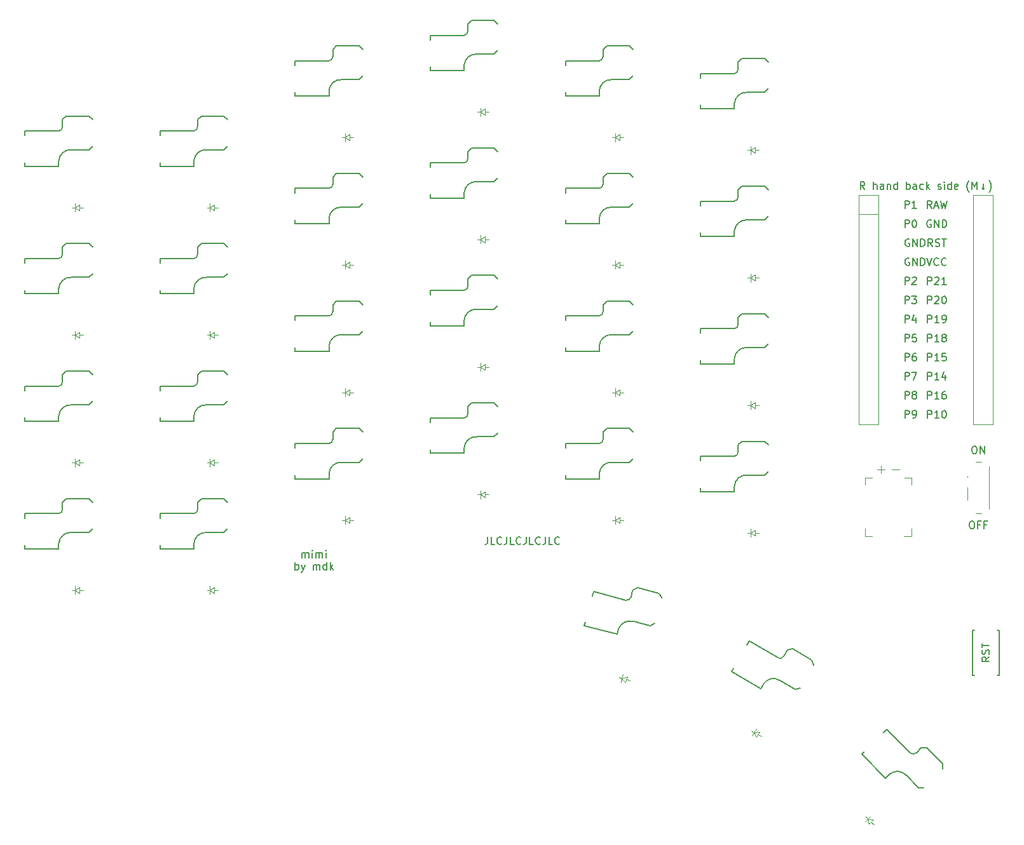
<source format=gto>
G04 #@! TF.GenerationSoftware,KiCad,Pcbnew,8.0.8+1*
G04 #@! TF.CreationDate,2025-03-13T20:36:31+00:00*
G04 #@! TF.ProjectId,board,626f6172-642e-46b6-9963-61645f706362,0.1*
G04 #@! TF.SameCoordinates,Original*
G04 #@! TF.FileFunction,Legend,Top*
G04 #@! TF.FilePolarity,Positive*
%FSLAX46Y46*%
G04 Gerber Fmt 4.6, Leading zero omitted, Abs format (unit mm)*
G04 Created by KiCad (PCBNEW 8.0.8+1) date 2025-03-13 20:36:31*
%MOMM*%
%LPD*%
G01*
G04 APERTURE LIST*
%ADD10C,0.150000*%
%ADD11C,0.100000*%
%ADD12C,0.120000*%
%ADD13C,2.005000*%
%ADD14O,1.300000X1.850000*%
%ADD15C,1.800000*%
%ADD16C,1.000000*%
%ADD17C,0.900000*%
%ADD18C,1.600000*%
%ADD19O,2.300000X1.700000*%
%ADD20O,3.400000X1.700000*%
%ADD21C,2.000000*%
%ADD22C,3.100000*%
%ADD23C,3.500000*%
G04 APERTURE END LIST*
D10*
X79928572Y-149649847D02*
X79928572Y-148983180D01*
X79928572Y-149078418D02*
X79976191Y-149030799D01*
X79976191Y-149030799D02*
X80071429Y-148983180D01*
X80071429Y-148983180D02*
X80214286Y-148983180D01*
X80214286Y-148983180D02*
X80309524Y-149030799D01*
X80309524Y-149030799D02*
X80357143Y-149126037D01*
X80357143Y-149126037D02*
X80357143Y-149649847D01*
X80357143Y-149126037D02*
X80404762Y-149030799D01*
X80404762Y-149030799D02*
X80500000Y-148983180D01*
X80500000Y-148983180D02*
X80642857Y-148983180D01*
X80642857Y-148983180D02*
X80738096Y-149030799D01*
X80738096Y-149030799D02*
X80785715Y-149126037D01*
X80785715Y-149126037D02*
X80785715Y-149649847D01*
X81261905Y-149649847D02*
X81261905Y-148983180D01*
X81261905Y-148649847D02*
X81214286Y-148697466D01*
X81214286Y-148697466D02*
X81261905Y-148745085D01*
X81261905Y-148745085D02*
X81309524Y-148697466D01*
X81309524Y-148697466D02*
X81261905Y-148649847D01*
X81261905Y-148649847D02*
X81261905Y-148745085D01*
X81738095Y-149649847D02*
X81738095Y-148983180D01*
X81738095Y-149078418D02*
X81785714Y-149030799D01*
X81785714Y-149030799D02*
X81880952Y-148983180D01*
X81880952Y-148983180D02*
X82023809Y-148983180D01*
X82023809Y-148983180D02*
X82119047Y-149030799D01*
X82119047Y-149030799D02*
X82166666Y-149126037D01*
X82166666Y-149126037D02*
X82166666Y-149649847D01*
X82166666Y-149126037D02*
X82214285Y-149030799D01*
X82214285Y-149030799D02*
X82309523Y-148983180D01*
X82309523Y-148983180D02*
X82452380Y-148983180D01*
X82452380Y-148983180D02*
X82547619Y-149030799D01*
X82547619Y-149030799D02*
X82595238Y-149126037D01*
X82595238Y-149126037D02*
X82595238Y-149649847D01*
X83071428Y-149649847D02*
X83071428Y-148983180D01*
X83071428Y-148649847D02*
X83023809Y-148697466D01*
X83023809Y-148697466D02*
X83071428Y-148745085D01*
X83071428Y-148745085D02*
X83119047Y-148697466D01*
X83119047Y-148697466D02*
X83071428Y-148649847D01*
X83071428Y-148649847D02*
X83071428Y-148745085D01*
X79000000Y-151259791D02*
X79000000Y-150259791D01*
X79000000Y-150640743D02*
X79095238Y-150593124D01*
X79095238Y-150593124D02*
X79285714Y-150593124D01*
X79285714Y-150593124D02*
X79380952Y-150640743D01*
X79380952Y-150640743D02*
X79428571Y-150688362D01*
X79428571Y-150688362D02*
X79476190Y-150783600D01*
X79476190Y-150783600D02*
X79476190Y-151069314D01*
X79476190Y-151069314D02*
X79428571Y-151164552D01*
X79428571Y-151164552D02*
X79380952Y-151212172D01*
X79380952Y-151212172D02*
X79285714Y-151259791D01*
X79285714Y-151259791D02*
X79095238Y-151259791D01*
X79095238Y-151259791D02*
X79000000Y-151212172D01*
X79809524Y-150593124D02*
X80047619Y-151259791D01*
X80285714Y-150593124D02*
X80047619Y-151259791D01*
X80047619Y-151259791D02*
X79952381Y-151497886D01*
X79952381Y-151497886D02*
X79904762Y-151545505D01*
X79904762Y-151545505D02*
X79809524Y-151593124D01*
X81428572Y-151259791D02*
X81428572Y-150593124D01*
X81428572Y-150688362D02*
X81476191Y-150640743D01*
X81476191Y-150640743D02*
X81571429Y-150593124D01*
X81571429Y-150593124D02*
X81714286Y-150593124D01*
X81714286Y-150593124D02*
X81809524Y-150640743D01*
X81809524Y-150640743D02*
X81857143Y-150735981D01*
X81857143Y-150735981D02*
X81857143Y-151259791D01*
X81857143Y-150735981D02*
X81904762Y-150640743D01*
X81904762Y-150640743D02*
X82000000Y-150593124D01*
X82000000Y-150593124D02*
X82142857Y-150593124D01*
X82142857Y-150593124D02*
X82238096Y-150640743D01*
X82238096Y-150640743D02*
X82285715Y-150735981D01*
X82285715Y-150735981D02*
X82285715Y-151259791D01*
X83190476Y-151259791D02*
X83190476Y-150259791D01*
X83190476Y-151212172D02*
X83095238Y-151259791D01*
X83095238Y-151259791D02*
X82904762Y-151259791D01*
X82904762Y-151259791D02*
X82809524Y-151212172D01*
X82809524Y-151212172D02*
X82761905Y-151164552D01*
X82761905Y-151164552D02*
X82714286Y-151069314D01*
X82714286Y-151069314D02*
X82714286Y-150783600D01*
X82714286Y-150783600D02*
X82761905Y-150688362D01*
X82761905Y-150688362D02*
X82809524Y-150640743D01*
X82809524Y-150640743D02*
X82904762Y-150593124D01*
X82904762Y-150593124D02*
X83095238Y-150593124D01*
X83095238Y-150593124D02*
X83190476Y-150640743D01*
X83666667Y-151259791D02*
X83666667Y-150259791D01*
X83761905Y-150878838D02*
X84047619Y-151259791D01*
X84047619Y-150593124D02*
X83666667Y-150974076D01*
X104622493Y-146904819D02*
X104622493Y-147619104D01*
X104622493Y-147619104D02*
X104574874Y-147761961D01*
X104574874Y-147761961D02*
X104479636Y-147857200D01*
X104479636Y-147857200D02*
X104336779Y-147904819D01*
X104336779Y-147904819D02*
X104241541Y-147904819D01*
X105574874Y-147904819D02*
X105098684Y-147904819D01*
X105098684Y-147904819D02*
X105098684Y-146904819D01*
X106479636Y-147809580D02*
X106432017Y-147857200D01*
X106432017Y-147857200D02*
X106289160Y-147904819D01*
X106289160Y-147904819D02*
X106193922Y-147904819D01*
X106193922Y-147904819D02*
X106051065Y-147857200D01*
X106051065Y-147857200D02*
X105955827Y-147761961D01*
X105955827Y-147761961D02*
X105908208Y-147666723D01*
X105908208Y-147666723D02*
X105860589Y-147476247D01*
X105860589Y-147476247D02*
X105860589Y-147333390D01*
X105860589Y-147333390D02*
X105908208Y-147142914D01*
X105908208Y-147142914D02*
X105955827Y-147047676D01*
X105955827Y-147047676D02*
X106051065Y-146952438D01*
X106051065Y-146952438D02*
X106193922Y-146904819D01*
X106193922Y-146904819D02*
X106289160Y-146904819D01*
X106289160Y-146904819D02*
X106432017Y-146952438D01*
X106432017Y-146952438D02*
X106479636Y-147000057D01*
X107193922Y-146904819D02*
X107193922Y-147619104D01*
X107193922Y-147619104D02*
X107146303Y-147761961D01*
X107146303Y-147761961D02*
X107051065Y-147857200D01*
X107051065Y-147857200D02*
X106908208Y-147904819D01*
X106908208Y-147904819D02*
X106812970Y-147904819D01*
X108146303Y-147904819D02*
X107670113Y-147904819D01*
X107670113Y-147904819D02*
X107670113Y-146904819D01*
X109051065Y-147809580D02*
X109003446Y-147857200D01*
X109003446Y-147857200D02*
X108860589Y-147904819D01*
X108860589Y-147904819D02*
X108765351Y-147904819D01*
X108765351Y-147904819D02*
X108622494Y-147857200D01*
X108622494Y-147857200D02*
X108527256Y-147761961D01*
X108527256Y-147761961D02*
X108479637Y-147666723D01*
X108479637Y-147666723D02*
X108432018Y-147476247D01*
X108432018Y-147476247D02*
X108432018Y-147333390D01*
X108432018Y-147333390D02*
X108479637Y-147142914D01*
X108479637Y-147142914D02*
X108527256Y-147047676D01*
X108527256Y-147047676D02*
X108622494Y-146952438D01*
X108622494Y-146952438D02*
X108765351Y-146904819D01*
X108765351Y-146904819D02*
X108860589Y-146904819D01*
X108860589Y-146904819D02*
X109003446Y-146952438D01*
X109003446Y-146952438D02*
X109051065Y-147000057D01*
X109765351Y-146904819D02*
X109765351Y-147619104D01*
X109765351Y-147619104D02*
X109717732Y-147761961D01*
X109717732Y-147761961D02*
X109622494Y-147857200D01*
X109622494Y-147857200D02*
X109479637Y-147904819D01*
X109479637Y-147904819D02*
X109384399Y-147904819D01*
X110717732Y-147904819D02*
X110241542Y-147904819D01*
X110241542Y-147904819D02*
X110241542Y-146904819D01*
X111622494Y-147809580D02*
X111574875Y-147857200D01*
X111574875Y-147857200D02*
X111432018Y-147904819D01*
X111432018Y-147904819D02*
X111336780Y-147904819D01*
X111336780Y-147904819D02*
X111193923Y-147857200D01*
X111193923Y-147857200D02*
X111098685Y-147761961D01*
X111098685Y-147761961D02*
X111051066Y-147666723D01*
X111051066Y-147666723D02*
X111003447Y-147476247D01*
X111003447Y-147476247D02*
X111003447Y-147333390D01*
X111003447Y-147333390D02*
X111051066Y-147142914D01*
X111051066Y-147142914D02*
X111098685Y-147047676D01*
X111098685Y-147047676D02*
X111193923Y-146952438D01*
X111193923Y-146952438D02*
X111336780Y-146904819D01*
X111336780Y-146904819D02*
X111432018Y-146904819D01*
X111432018Y-146904819D02*
X111574875Y-146952438D01*
X111574875Y-146952438D02*
X111622494Y-147000057D01*
X112336780Y-146904819D02*
X112336780Y-147619104D01*
X112336780Y-147619104D02*
X112289161Y-147761961D01*
X112289161Y-147761961D02*
X112193923Y-147857200D01*
X112193923Y-147857200D02*
X112051066Y-147904819D01*
X112051066Y-147904819D02*
X111955828Y-147904819D01*
X113289161Y-147904819D02*
X112812971Y-147904819D01*
X112812971Y-147904819D02*
X112812971Y-146904819D01*
X114193923Y-147809580D02*
X114146304Y-147857200D01*
X114146304Y-147857200D02*
X114003447Y-147904819D01*
X114003447Y-147904819D02*
X113908209Y-147904819D01*
X113908209Y-147904819D02*
X113765352Y-147857200D01*
X113765352Y-147857200D02*
X113670114Y-147761961D01*
X113670114Y-147761961D02*
X113622495Y-147666723D01*
X113622495Y-147666723D02*
X113574876Y-147476247D01*
X113574876Y-147476247D02*
X113574876Y-147333390D01*
X113574876Y-147333390D02*
X113622495Y-147142914D01*
X113622495Y-147142914D02*
X113670114Y-147047676D01*
X113670114Y-147047676D02*
X113765352Y-146952438D01*
X113765352Y-146952438D02*
X113908209Y-146904819D01*
X113908209Y-146904819D02*
X114003447Y-146904819D01*
X114003447Y-146904819D02*
X114146304Y-146952438D01*
X114146304Y-146952438D02*
X114193923Y-147000057D01*
X171454819Y-162897619D02*
X170978628Y-163230952D01*
X171454819Y-163469047D02*
X170454819Y-163469047D01*
X170454819Y-163469047D02*
X170454819Y-163088095D01*
X170454819Y-163088095D02*
X170502438Y-162992857D01*
X170502438Y-162992857D02*
X170550057Y-162945238D01*
X170550057Y-162945238D02*
X170645295Y-162897619D01*
X170645295Y-162897619D02*
X170788152Y-162897619D01*
X170788152Y-162897619D02*
X170883390Y-162945238D01*
X170883390Y-162945238D02*
X170931009Y-162992857D01*
X170931009Y-162992857D02*
X170978628Y-163088095D01*
X170978628Y-163088095D02*
X170978628Y-163469047D01*
X171407200Y-162516666D02*
X171454819Y-162373809D01*
X171454819Y-162373809D02*
X171454819Y-162135714D01*
X171454819Y-162135714D02*
X171407200Y-162040476D01*
X171407200Y-162040476D02*
X171359580Y-161992857D01*
X171359580Y-161992857D02*
X171264342Y-161945238D01*
X171264342Y-161945238D02*
X171169104Y-161945238D01*
X171169104Y-161945238D02*
X171073866Y-161992857D01*
X171073866Y-161992857D02*
X171026247Y-162040476D01*
X171026247Y-162040476D02*
X170978628Y-162135714D01*
X170978628Y-162135714D02*
X170931009Y-162326190D01*
X170931009Y-162326190D02*
X170883390Y-162421428D01*
X170883390Y-162421428D02*
X170835771Y-162469047D01*
X170835771Y-162469047D02*
X170740533Y-162516666D01*
X170740533Y-162516666D02*
X170645295Y-162516666D01*
X170645295Y-162516666D02*
X170550057Y-162469047D01*
X170550057Y-162469047D02*
X170502438Y-162421428D01*
X170502438Y-162421428D02*
X170454819Y-162326190D01*
X170454819Y-162326190D02*
X170454819Y-162088095D01*
X170454819Y-162088095D02*
X170502438Y-161945238D01*
X170454819Y-161659523D02*
X170454819Y-161088095D01*
X171454819Y-161373809D02*
X170454819Y-161373809D01*
X169380952Y-134804819D02*
X169571428Y-134804819D01*
X169571428Y-134804819D02*
X169666666Y-134852438D01*
X169666666Y-134852438D02*
X169761904Y-134947676D01*
X169761904Y-134947676D02*
X169809523Y-135138152D01*
X169809523Y-135138152D02*
X169809523Y-135471485D01*
X169809523Y-135471485D02*
X169761904Y-135661961D01*
X169761904Y-135661961D02*
X169666666Y-135757200D01*
X169666666Y-135757200D02*
X169571428Y-135804819D01*
X169571428Y-135804819D02*
X169380952Y-135804819D01*
X169380952Y-135804819D02*
X169285714Y-135757200D01*
X169285714Y-135757200D02*
X169190476Y-135661961D01*
X169190476Y-135661961D02*
X169142857Y-135471485D01*
X169142857Y-135471485D02*
X169142857Y-135138152D01*
X169142857Y-135138152D02*
X169190476Y-134947676D01*
X169190476Y-134947676D02*
X169285714Y-134852438D01*
X169285714Y-134852438D02*
X169380952Y-134804819D01*
X170238095Y-135804819D02*
X170238095Y-134804819D01*
X170238095Y-134804819D02*
X170809523Y-135804819D01*
X170809523Y-135804819D02*
X170809523Y-134804819D01*
X169047619Y-144804819D02*
X169238095Y-144804819D01*
X169238095Y-144804819D02*
X169333333Y-144852438D01*
X169333333Y-144852438D02*
X169428571Y-144947676D01*
X169428571Y-144947676D02*
X169476190Y-145138152D01*
X169476190Y-145138152D02*
X169476190Y-145471485D01*
X169476190Y-145471485D02*
X169428571Y-145661961D01*
X169428571Y-145661961D02*
X169333333Y-145757200D01*
X169333333Y-145757200D02*
X169238095Y-145804819D01*
X169238095Y-145804819D02*
X169047619Y-145804819D01*
X169047619Y-145804819D02*
X168952381Y-145757200D01*
X168952381Y-145757200D02*
X168857143Y-145661961D01*
X168857143Y-145661961D02*
X168809524Y-145471485D01*
X168809524Y-145471485D02*
X168809524Y-145138152D01*
X168809524Y-145138152D02*
X168857143Y-144947676D01*
X168857143Y-144947676D02*
X168952381Y-144852438D01*
X168952381Y-144852438D02*
X169047619Y-144804819D01*
X170238095Y-145281009D02*
X169904762Y-145281009D01*
X169904762Y-145804819D02*
X169904762Y-144804819D01*
X169904762Y-144804819D02*
X170380952Y-144804819D01*
X171095238Y-145281009D02*
X170761905Y-145281009D01*
X170761905Y-145804819D02*
X170761905Y-144804819D01*
X170761905Y-144804819D02*
X171238095Y-144804819D01*
X163235714Y-125964819D02*
X163235714Y-124964819D01*
X163235714Y-124964819D02*
X163616666Y-124964819D01*
X163616666Y-124964819D02*
X163711904Y-125012438D01*
X163711904Y-125012438D02*
X163759523Y-125060057D01*
X163759523Y-125060057D02*
X163807142Y-125155295D01*
X163807142Y-125155295D02*
X163807142Y-125298152D01*
X163807142Y-125298152D02*
X163759523Y-125393390D01*
X163759523Y-125393390D02*
X163711904Y-125441009D01*
X163711904Y-125441009D02*
X163616666Y-125488628D01*
X163616666Y-125488628D02*
X163235714Y-125488628D01*
X164759523Y-125964819D02*
X164188095Y-125964819D01*
X164473809Y-125964819D02*
X164473809Y-124964819D01*
X164473809Y-124964819D02*
X164378571Y-125107676D01*
X164378571Y-125107676D02*
X164283333Y-125202914D01*
X164283333Y-125202914D02*
X164188095Y-125250533D01*
X165616666Y-125298152D02*
X165616666Y-125964819D01*
X165378571Y-124917200D02*
X165140476Y-125631485D01*
X165140476Y-125631485D02*
X165759523Y-125631485D01*
X160221905Y-115804819D02*
X160221905Y-114804819D01*
X160221905Y-114804819D02*
X160602857Y-114804819D01*
X160602857Y-114804819D02*
X160698095Y-114852438D01*
X160698095Y-114852438D02*
X160745714Y-114900057D01*
X160745714Y-114900057D02*
X160793333Y-114995295D01*
X160793333Y-114995295D02*
X160793333Y-115138152D01*
X160793333Y-115138152D02*
X160745714Y-115233390D01*
X160745714Y-115233390D02*
X160698095Y-115281009D01*
X160698095Y-115281009D02*
X160602857Y-115328628D01*
X160602857Y-115328628D02*
X160221905Y-115328628D01*
X161126667Y-114804819D02*
X161745714Y-114804819D01*
X161745714Y-114804819D02*
X161412381Y-115185771D01*
X161412381Y-115185771D02*
X161555238Y-115185771D01*
X161555238Y-115185771D02*
X161650476Y-115233390D01*
X161650476Y-115233390D02*
X161698095Y-115281009D01*
X161698095Y-115281009D02*
X161745714Y-115376247D01*
X161745714Y-115376247D02*
X161745714Y-115614342D01*
X161745714Y-115614342D02*
X161698095Y-115709580D01*
X161698095Y-115709580D02*
X161650476Y-115757200D01*
X161650476Y-115757200D02*
X161555238Y-115804819D01*
X161555238Y-115804819D02*
X161269524Y-115804819D01*
X161269524Y-115804819D02*
X161174286Y-115757200D01*
X161174286Y-115757200D02*
X161126667Y-115709580D01*
X160221905Y-103104819D02*
X160221905Y-102104819D01*
X160221905Y-102104819D02*
X160602857Y-102104819D01*
X160602857Y-102104819D02*
X160698095Y-102152438D01*
X160698095Y-102152438D02*
X160745714Y-102200057D01*
X160745714Y-102200057D02*
X160793333Y-102295295D01*
X160793333Y-102295295D02*
X160793333Y-102438152D01*
X160793333Y-102438152D02*
X160745714Y-102533390D01*
X160745714Y-102533390D02*
X160698095Y-102581009D01*
X160698095Y-102581009D02*
X160602857Y-102628628D01*
X160602857Y-102628628D02*
X160221905Y-102628628D01*
X161745714Y-103104819D02*
X161174286Y-103104819D01*
X161460000Y-103104819D02*
X161460000Y-102104819D01*
X161460000Y-102104819D02*
X161364762Y-102247676D01*
X161364762Y-102247676D02*
X161269524Y-102342914D01*
X161269524Y-102342914D02*
X161174286Y-102390533D01*
X160788095Y-107232438D02*
X160692857Y-107184819D01*
X160692857Y-107184819D02*
X160550000Y-107184819D01*
X160550000Y-107184819D02*
X160407143Y-107232438D01*
X160407143Y-107232438D02*
X160311905Y-107327676D01*
X160311905Y-107327676D02*
X160264286Y-107422914D01*
X160264286Y-107422914D02*
X160216667Y-107613390D01*
X160216667Y-107613390D02*
X160216667Y-107756247D01*
X160216667Y-107756247D02*
X160264286Y-107946723D01*
X160264286Y-107946723D02*
X160311905Y-108041961D01*
X160311905Y-108041961D02*
X160407143Y-108137200D01*
X160407143Y-108137200D02*
X160550000Y-108184819D01*
X160550000Y-108184819D02*
X160645238Y-108184819D01*
X160645238Y-108184819D02*
X160788095Y-108137200D01*
X160788095Y-108137200D02*
X160835714Y-108089580D01*
X160835714Y-108089580D02*
X160835714Y-107756247D01*
X160835714Y-107756247D02*
X160645238Y-107756247D01*
X161264286Y-108184819D02*
X161264286Y-107184819D01*
X161264286Y-107184819D02*
X161835714Y-108184819D01*
X161835714Y-108184819D02*
X161835714Y-107184819D01*
X162311905Y-108184819D02*
X162311905Y-107184819D01*
X162311905Y-107184819D02*
X162550000Y-107184819D01*
X162550000Y-107184819D02*
X162692857Y-107232438D01*
X162692857Y-107232438D02*
X162788095Y-107327676D01*
X162788095Y-107327676D02*
X162835714Y-107422914D01*
X162835714Y-107422914D02*
X162883333Y-107613390D01*
X162883333Y-107613390D02*
X162883333Y-107756247D01*
X162883333Y-107756247D02*
X162835714Y-107946723D01*
X162835714Y-107946723D02*
X162788095Y-108041961D01*
X162788095Y-108041961D02*
X162692857Y-108137200D01*
X162692857Y-108137200D02*
X162550000Y-108184819D01*
X162550000Y-108184819D02*
X162311905Y-108184819D01*
X163235714Y-131044819D02*
X163235714Y-130044819D01*
X163235714Y-130044819D02*
X163616666Y-130044819D01*
X163616666Y-130044819D02*
X163711904Y-130092438D01*
X163711904Y-130092438D02*
X163759523Y-130140057D01*
X163759523Y-130140057D02*
X163807142Y-130235295D01*
X163807142Y-130235295D02*
X163807142Y-130378152D01*
X163807142Y-130378152D02*
X163759523Y-130473390D01*
X163759523Y-130473390D02*
X163711904Y-130521009D01*
X163711904Y-130521009D02*
X163616666Y-130568628D01*
X163616666Y-130568628D02*
X163235714Y-130568628D01*
X164759523Y-131044819D02*
X164188095Y-131044819D01*
X164473809Y-131044819D02*
X164473809Y-130044819D01*
X164473809Y-130044819D02*
X164378571Y-130187676D01*
X164378571Y-130187676D02*
X164283333Y-130282914D01*
X164283333Y-130282914D02*
X164188095Y-130330533D01*
X165378571Y-130044819D02*
X165473809Y-130044819D01*
X165473809Y-130044819D02*
X165569047Y-130092438D01*
X165569047Y-130092438D02*
X165616666Y-130140057D01*
X165616666Y-130140057D02*
X165664285Y-130235295D01*
X165664285Y-130235295D02*
X165711904Y-130425771D01*
X165711904Y-130425771D02*
X165711904Y-130663866D01*
X165711904Y-130663866D02*
X165664285Y-130854342D01*
X165664285Y-130854342D02*
X165616666Y-130949580D01*
X165616666Y-130949580D02*
X165569047Y-130997200D01*
X165569047Y-130997200D02*
X165473809Y-131044819D01*
X165473809Y-131044819D02*
X165378571Y-131044819D01*
X165378571Y-131044819D02*
X165283333Y-130997200D01*
X165283333Y-130997200D02*
X165235714Y-130949580D01*
X165235714Y-130949580D02*
X165188095Y-130854342D01*
X165188095Y-130854342D02*
X165140476Y-130663866D01*
X165140476Y-130663866D02*
X165140476Y-130425771D01*
X165140476Y-130425771D02*
X165188095Y-130235295D01*
X165188095Y-130235295D02*
X165235714Y-130140057D01*
X165235714Y-130140057D02*
X165283333Y-130092438D01*
X165283333Y-130092438D02*
X165378571Y-130044819D01*
X163235714Y-123424819D02*
X163235714Y-122424819D01*
X163235714Y-122424819D02*
X163616666Y-122424819D01*
X163616666Y-122424819D02*
X163711904Y-122472438D01*
X163711904Y-122472438D02*
X163759523Y-122520057D01*
X163759523Y-122520057D02*
X163807142Y-122615295D01*
X163807142Y-122615295D02*
X163807142Y-122758152D01*
X163807142Y-122758152D02*
X163759523Y-122853390D01*
X163759523Y-122853390D02*
X163711904Y-122901009D01*
X163711904Y-122901009D02*
X163616666Y-122948628D01*
X163616666Y-122948628D02*
X163235714Y-122948628D01*
X164759523Y-123424819D02*
X164188095Y-123424819D01*
X164473809Y-123424819D02*
X164473809Y-122424819D01*
X164473809Y-122424819D02*
X164378571Y-122567676D01*
X164378571Y-122567676D02*
X164283333Y-122662914D01*
X164283333Y-122662914D02*
X164188095Y-122710533D01*
X165664285Y-122424819D02*
X165188095Y-122424819D01*
X165188095Y-122424819D02*
X165140476Y-122901009D01*
X165140476Y-122901009D02*
X165188095Y-122853390D01*
X165188095Y-122853390D02*
X165283333Y-122805771D01*
X165283333Y-122805771D02*
X165521428Y-122805771D01*
X165521428Y-122805771D02*
X165616666Y-122853390D01*
X165616666Y-122853390D02*
X165664285Y-122901009D01*
X165664285Y-122901009D02*
X165711904Y-122996247D01*
X165711904Y-122996247D02*
X165711904Y-123234342D01*
X165711904Y-123234342D02*
X165664285Y-123329580D01*
X165664285Y-123329580D02*
X165616666Y-123377200D01*
X165616666Y-123377200D02*
X165521428Y-123424819D01*
X165521428Y-123424819D02*
X165283333Y-123424819D01*
X165283333Y-123424819D02*
X165188095Y-123377200D01*
X165188095Y-123377200D02*
X165140476Y-123329580D01*
X163235714Y-120884819D02*
X163235714Y-119884819D01*
X163235714Y-119884819D02*
X163616666Y-119884819D01*
X163616666Y-119884819D02*
X163711904Y-119932438D01*
X163711904Y-119932438D02*
X163759523Y-119980057D01*
X163759523Y-119980057D02*
X163807142Y-120075295D01*
X163807142Y-120075295D02*
X163807142Y-120218152D01*
X163807142Y-120218152D02*
X163759523Y-120313390D01*
X163759523Y-120313390D02*
X163711904Y-120361009D01*
X163711904Y-120361009D02*
X163616666Y-120408628D01*
X163616666Y-120408628D02*
X163235714Y-120408628D01*
X164759523Y-120884819D02*
X164188095Y-120884819D01*
X164473809Y-120884819D02*
X164473809Y-119884819D01*
X164473809Y-119884819D02*
X164378571Y-120027676D01*
X164378571Y-120027676D02*
X164283333Y-120122914D01*
X164283333Y-120122914D02*
X164188095Y-120170533D01*
X165330952Y-120313390D02*
X165235714Y-120265771D01*
X165235714Y-120265771D02*
X165188095Y-120218152D01*
X165188095Y-120218152D02*
X165140476Y-120122914D01*
X165140476Y-120122914D02*
X165140476Y-120075295D01*
X165140476Y-120075295D02*
X165188095Y-119980057D01*
X165188095Y-119980057D02*
X165235714Y-119932438D01*
X165235714Y-119932438D02*
X165330952Y-119884819D01*
X165330952Y-119884819D02*
X165521428Y-119884819D01*
X165521428Y-119884819D02*
X165616666Y-119932438D01*
X165616666Y-119932438D02*
X165664285Y-119980057D01*
X165664285Y-119980057D02*
X165711904Y-120075295D01*
X165711904Y-120075295D02*
X165711904Y-120122914D01*
X165711904Y-120122914D02*
X165664285Y-120218152D01*
X165664285Y-120218152D02*
X165616666Y-120265771D01*
X165616666Y-120265771D02*
X165521428Y-120313390D01*
X165521428Y-120313390D02*
X165330952Y-120313390D01*
X165330952Y-120313390D02*
X165235714Y-120361009D01*
X165235714Y-120361009D02*
X165188095Y-120408628D01*
X165188095Y-120408628D02*
X165140476Y-120503866D01*
X165140476Y-120503866D02*
X165140476Y-120694342D01*
X165140476Y-120694342D02*
X165188095Y-120789580D01*
X165188095Y-120789580D02*
X165235714Y-120837200D01*
X165235714Y-120837200D02*
X165330952Y-120884819D01*
X165330952Y-120884819D02*
X165521428Y-120884819D01*
X165521428Y-120884819D02*
X165616666Y-120837200D01*
X165616666Y-120837200D02*
X165664285Y-120789580D01*
X165664285Y-120789580D02*
X165711904Y-120694342D01*
X165711904Y-120694342D02*
X165711904Y-120503866D01*
X165711904Y-120503866D02*
X165664285Y-120408628D01*
X165664285Y-120408628D02*
X165616666Y-120361009D01*
X165616666Y-120361009D02*
X165521428Y-120313390D01*
X163688095Y-104692438D02*
X163592857Y-104644819D01*
X163592857Y-104644819D02*
X163450000Y-104644819D01*
X163450000Y-104644819D02*
X163307143Y-104692438D01*
X163307143Y-104692438D02*
X163211905Y-104787676D01*
X163211905Y-104787676D02*
X163164286Y-104882914D01*
X163164286Y-104882914D02*
X163116667Y-105073390D01*
X163116667Y-105073390D02*
X163116667Y-105216247D01*
X163116667Y-105216247D02*
X163164286Y-105406723D01*
X163164286Y-105406723D02*
X163211905Y-105501961D01*
X163211905Y-105501961D02*
X163307143Y-105597200D01*
X163307143Y-105597200D02*
X163450000Y-105644819D01*
X163450000Y-105644819D02*
X163545238Y-105644819D01*
X163545238Y-105644819D02*
X163688095Y-105597200D01*
X163688095Y-105597200D02*
X163735714Y-105549580D01*
X163735714Y-105549580D02*
X163735714Y-105216247D01*
X163735714Y-105216247D02*
X163545238Y-105216247D01*
X164164286Y-105644819D02*
X164164286Y-104644819D01*
X164164286Y-104644819D02*
X164735714Y-105644819D01*
X164735714Y-105644819D02*
X164735714Y-104644819D01*
X165211905Y-105644819D02*
X165211905Y-104644819D01*
X165211905Y-104644819D02*
X165450000Y-104644819D01*
X165450000Y-104644819D02*
X165592857Y-104692438D01*
X165592857Y-104692438D02*
X165688095Y-104787676D01*
X165688095Y-104787676D02*
X165735714Y-104882914D01*
X165735714Y-104882914D02*
X165783333Y-105073390D01*
X165783333Y-105073390D02*
X165783333Y-105216247D01*
X165783333Y-105216247D02*
X165735714Y-105406723D01*
X165735714Y-105406723D02*
X165688095Y-105501961D01*
X165688095Y-105501961D02*
X165592857Y-105597200D01*
X165592857Y-105597200D02*
X165450000Y-105644819D01*
X165450000Y-105644819D02*
X165211905Y-105644819D01*
X160221905Y-123424819D02*
X160221905Y-122424819D01*
X160221905Y-122424819D02*
X160602857Y-122424819D01*
X160602857Y-122424819D02*
X160698095Y-122472438D01*
X160698095Y-122472438D02*
X160745714Y-122520057D01*
X160745714Y-122520057D02*
X160793333Y-122615295D01*
X160793333Y-122615295D02*
X160793333Y-122758152D01*
X160793333Y-122758152D02*
X160745714Y-122853390D01*
X160745714Y-122853390D02*
X160698095Y-122901009D01*
X160698095Y-122901009D02*
X160602857Y-122948628D01*
X160602857Y-122948628D02*
X160221905Y-122948628D01*
X161650476Y-122424819D02*
X161460000Y-122424819D01*
X161460000Y-122424819D02*
X161364762Y-122472438D01*
X161364762Y-122472438D02*
X161317143Y-122520057D01*
X161317143Y-122520057D02*
X161221905Y-122662914D01*
X161221905Y-122662914D02*
X161174286Y-122853390D01*
X161174286Y-122853390D02*
X161174286Y-123234342D01*
X161174286Y-123234342D02*
X161221905Y-123329580D01*
X161221905Y-123329580D02*
X161269524Y-123377200D01*
X161269524Y-123377200D02*
X161364762Y-123424819D01*
X161364762Y-123424819D02*
X161555238Y-123424819D01*
X161555238Y-123424819D02*
X161650476Y-123377200D01*
X161650476Y-123377200D02*
X161698095Y-123329580D01*
X161698095Y-123329580D02*
X161745714Y-123234342D01*
X161745714Y-123234342D02*
X161745714Y-122996247D01*
X161745714Y-122996247D02*
X161698095Y-122901009D01*
X161698095Y-122901009D02*
X161650476Y-122853390D01*
X161650476Y-122853390D02*
X161555238Y-122805771D01*
X161555238Y-122805771D02*
X161364762Y-122805771D01*
X161364762Y-122805771D02*
X161269524Y-122853390D01*
X161269524Y-122853390D02*
X161221905Y-122901009D01*
X161221905Y-122901009D02*
X161174286Y-122996247D01*
X160221905Y-105644819D02*
X160221905Y-104644819D01*
X160221905Y-104644819D02*
X160602857Y-104644819D01*
X160602857Y-104644819D02*
X160698095Y-104692438D01*
X160698095Y-104692438D02*
X160745714Y-104740057D01*
X160745714Y-104740057D02*
X160793333Y-104835295D01*
X160793333Y-104835295D02*
X160793333Y-104978152D01*
X160793333Y-104978152D02*
X160745714Y-105073390D01*
X160745714Y-105073390D02*
X160698095Y-105121009D01*
X160698095Y-105121009D02*
X160602857Y-105168628D01*
X160602857Y-105168628D02*
X160221905Y-105168628D01*
X161412381Y-104644819D02*
X161507619Y-104644819D01*
X161507619Y-104644819D02*
X161602857Y-104692438D01*
X161602857Y-104692438D02*
X161650476Y-104740057D01*
X161650476Y-104740057D02*
X161698095Y-104835295D01*
X161698095Y-104835295D02*
X161745714Y-105025771D01*
X161745714Y-105025771D02*
X161745714Y-105263866D01*
X161745714Y-105263866D02*
X161698095Y-105454342D01*
X161698095Y-105454342D02*
X161650476Y-105549580D01*
X161650476Y-105549580D02*
X161602857Y-105597200D01*
X161602857Y-105597200D02*
X161507619Y-105644819D01*
X161507619Y-105644819D02*
X161412381Y-105644819D01*
X161412381Y-105644819D02*
X161317143Y-105597200D01*
X161317143Y-105597200D02*
X161269524Y-105549580D01*
X161269524Y-105549580D02*
X161221905Y-105454342D01*
X161221905Y-105454342D02*
X161174286Y-105263866D01*
X161174286Y-105263866D02*
X161174286Y-105025771D01*
X161174286Y-105025771D02*
X161221905Y-104835295D01*
X161221905Y-104835295D02*
X161269524Y-104740057D01*
X161269524Y-104740057D02*
X161317143Y-104692438D01*
X161317143Y-104692438D02*
X161412381Y-104644819D01*
X163902380Y-108184819D02*
X163569047Y-107708628D01*
X163330952Y-108184819D02*
X163330952Y-107184819D01*
X163330952Y-107184819D02*
X163711904Y-107184819D01*
X163711904Y-107184819D02*
X163807142Y-107232438D01*
X163807142Y-107232438D02*
X163854761Y-107280057D01*
X163854761Y-107280057D02*
X163902380Y-107375295D01*
X163902380Y-107375295D02*
X163902380Y-107518152D01*
X163902380Y-107518152D02*
X163854761Y-107613390D01*
X163854761Y-107613390D02*
X163807142Y-107661009D01*
X163807142Y-107661009D02*
X163711904Y-107708628D01*
X163711904Y-107708628D02*
X163330952Y-107708628D01*
X164283333Y-108137200D02*
X164426190Y-108184819D01*
X164426190Y-108184819D02*
X164664285Y-108184819D01*
X164664285Y-108184819D02*
X164759523Y-108137200D01*
X164759523Y-108137200D02*
X164807142Y-108089580D01*
X164807142Y-108089580D02*
X164854761Y-107994342D01*
X164854761Y-107994342D02*
X164854761Y-107899104D01*
X164854761Y-107899104D02*
X164807142Y-107803866D01*
X164807142Y-107803866D02*
X164759523Y-107756247D01*
X164759523Y-107756247D02*
X164664285Y-107708628D01*
X164664285Y-107708628D02*
X164473809Y-107661009D01*
X164473809Y-107661009D02*
X164378571Y-107613390D01*
X164378571Y-107613390D02*
X164330952Y-107565771D01*
X164330952Y-107565771D02*
X164283333Y-107470533D01*
X164283333Y-107470533D02*
X164283333Y-107375295D01*
X164283333Y-107375295D02*
X164330952Y-107280057D01*
X164330952Y-107280057D02*
X164378571Y-107232438D01*
X164378571Y-107232438D02*
X164473809Y-107184819D01*
X164473809Y-107184819D02*
X164711904Y-107184819D01*
X164711904Y-107184819D02*
X164854761Y-107232438D01*
X165140476Y-107184819D02*
X165711904Y-107184819D01*
X165426190Y-108184819D02*
X165426190Y-107184819D01*
X163235714Y-128504819D02*
X163235714Y-127504819D01*
X163235714Y-127504819D02*
X163616666Y-127504819D01*
X163616666Y-127504819D02*
X163711904Y-127552438D01*
X163711904Y-127552438D02*
X163759523Y-127600057D01*
X163759523Y-127600057D02*
X163807142Y-127695295D01*
X163807142Y-127695295D02*
X163807142Y-127838152D01*
X163807142Y-127838152D02*
X163759523Y-127933390D01*
X163759523Y-127933390D02*
X163711904Y-127981009D01*
X163711904Y-127981009D02*
X163616666Y-128028628D01*
X163616666Y-128028628D02*
X163235714Y-128028628D01*
X164759523Y-128504819D02*
X164188095Y-128504819D01*
X164473809Y-128504819D02*
X164473809Y-127504819D01*
X164473809Y-127504819D02*
X164378571Y-127647676D01*
X164378571Y-127647676D02*
X164283333Y-127742914D01*
X164283333Y-127742914D02*
X164188095Y-127790533D01*
X165616666Y-127504819D02*
X165426190Y-127504819D01*
X165426190Y-127504819D02*
X165330952Y-127552438D01*
X165330952Y-127552438D02*
X165283333Y-127600057D01*
X165283333Y-127600057D02*
X165188095Y-127742914D01*
X165188095Y-127742914D02*
X165140476Y-127933390D01*
X165140476Y-127933390D02*
X165140476Y-128314342D01*
X165140476Y-128314342D02*
X165188095Y-128409580D01*
X165188095Y-128409580D02*
X165235714Y-128457200D01*
X165235714Y-128457200D02*
X165330952Y-128504819D01*
X165330952Y-128504819D02*
X165521428Y-128504819D01*
X165521428Y-128504819D02*
X165616666Y-128457200D01*
X165616666Y-128457200D02*
X165664285Y-128409580D01*
X165664285Y-128409580D02*
X165711904Y-128314342D01*
X165711904Y-128314342D02*
X165711904Y-128076247D01*
X165711904Y-128076247D02*
X165664285Y-127981009D01*
X165664285Y-127981009D02*
X165616666Y-127933390D01*
X165616666Y-127933390D02*
X165521428Y-127885771D01*
X165521428Y-127885771D02*
X165330952Y-127885771D01*
X165330952Y-127885771D02*
X165235714Y-127933390D01*
X165235714Y-127933390D02*
X165188095Y-127981009D01*
X165188095Y-127981009D02*
X165140476Y-128076247D01*
X160788095Y-109772438D02*
X160692857Y-109724819D01*
X160692857Y-109724819D02*
X160550000Y-109724819D01*
X160550000Y-109724819D02*
X160407143Y-109772438D01*
X160407143Y-109772438D02*
X160311905Y-109867676D01*
X160311905Y-109867676D02*
X160264286Y-109962914D01*
X160264286Y-109962914D02*
X160216667Y-110153390D01*
X160216667Y-110153390D02*
X160216667Y-110296247D01*
X160216667Y-110296247D02*
X160264286Y-110486723D01*
X160264286Y-110486723D02*
X160311905Y-110581961D01*
X160311905Y-110581961D02*
X160407143Y-110677200D01*
X160407143Y-110677200D02*
X160550000Y-110724819D01*
X160550000Y-110724819D02*
X160645238Y-110724819D01*
X160645238Y-110724819D02*
X160788095Y-110677200D01*
X160788095Y-110677200D02*
X160835714Y-110629580D01*
X160835714Y-110629580D02*
X160835714Y-110296247D01*
X160835714Y-110296247D02*
X160645238Y-110296247D01*
X161264286Y-110724819D02*
X161264286Y-109724819D01*
X161264286Y-109724819D02*
X161835714Y-110724819D01*
X161835714Y-110724819D02*
X161835714Y-109724819D01*
X162311905Y-110724819D02*
X162311905Y-109724819D01*
X162311905Y-109724819D02*
X162550000Y-109724819D01*
X162550000Y-109724819D02*
X162692857Y-109772438D01*
X162692857Y-109772438D02*
X162788095Y-109867676D01*
X162788095Y-109867676D02*
X162835714Y-109962914D01*
X162835714Y-109962914D02*
X162883333Y-110153390D01*
X162883333Y-110153390D02*
X162883333Y-110296247D01*
X162883333Y-110296247D02*
X162835714Y-110486723D01*
X162835714Y-110486723D02*
X162788095Y-110581961D01*
X162788095Y-110581961D02*
X162692857Y-110677200D01*
X162692857Y-110677200D02*
X162550000Y-110724819D01*
X162550000Y-110724819D02*
X162311905Y-110724819D01*
X163116667Y-109724819D02*
X163450000Y-110724819D01*
X163450000Y-110724819D02*
X163783333Y-109724819D01*
X164688095Y-110629580D02*
X164640476Y-110677200D01*
X164640476Y-110677200D02*
X164497619Y-110724819D01*
X164497619Y-110724819D02*
X164402381Y-110724819D01*
X164402381Y-110724819D02*
X164259524Y-110677200D01*
X164259524Y-110677200D02*
X164164286Y-110581961D01*
X164164286Y-110581961D02*
X164116667Y-110486723D01*
X164116667Y-110486723D02*
X164069048Y-110296247D01*
X164069048Y-110296247D02*
X164069048Y-110153390D01*
X164069048Y-110153390D02*
X164116667Y-109962914D01*
X164116667Y-109962914D02*
X164164286Y-109867676D01*
X164164286Y-109867676D02*
X164259524Y-109772438D01*
X164259524Y-109772438D02*
X164402381Y-109724819D01*
X164402381Y-109724819D02*
X164497619Y-109724819D01*
X164497619Y-109724819D02*
X164640476Y-109772438D01*
X164640476Y-109772438D02*
X164688095Y-109820057D01*
X165688095Y-110629580D02*
X165640476Y-110677200D01*
X165640476Y-110677200D02*
X165497619Y-110724819D01*
X165497619Y-110724819D02*
X165402381Y-110724819D01*
X165402381Y-110724819D02*
X165259524Y-110677200D01*
X165259524Y-110677200D02*
X165164286Y-110581961D01*
X165164286Y-110581961D02*
X165116667Y-110486723D01*
X165116667Y-110486723D02*
X165069048Y-110296247D01*
X165069048Y-110296247D02*
X165069048Y-110153390D01*
X165069048Y-110153390D02*
X165116667Y-109962914D01*
X165116667Y-109962914D02*
X165164286Y-109867676D01*
X165164286Y-109867676D02*
X165259524Y-109772438D01*
X165259524Y-109772438D02*
X165402381Y-109724819D01*
X165402381Y-109724819D02*
X165497619Y-109724819D01*
X165497619Y-109724819D02*
X165640476Y-109772438D01*
X165640476Y-109772438D02*
X165688095Y-109820057D01*
X160221905Y-118344819D02*
X160221905Y-117344819D01*
X160221905Y-117344819D02*
X160602857Y-117344819D01*
X160602857Y-117344819D02*
X160698095Y-117392438D01*
X160698095Y-117392438D02*
X160745714Y-117440057D01*
X160745714Y-117440057D02*
X160793333Y-117535295D01*
X160793333Y-117535295D02*
X160793333Y-117678152D01*
X160793333Y-117678152D02*
X160745714Y-117773390D01*
X160745714Y-117773390D02*
X160698095Y-117821009D01*
X160698095Y-117821009D02*
X160602857Y-117868628D01*
X160602857Y-117868628D02*
X160221905Y-117868628D01*
X161650476Y-117678152D02*
X161650476Y-118344819D01*
X161412381Y-117297200D02*
X161174286Y-118011485D01*
X161174286Y-118011485D02*
X161793333Y-118011485D01*
X163235714Y-115804819D02*
X163235714Y-114804819D01*
X163235714Y-114804819D02*
X163616666Y-114804819D01*
X163616666Y-114804819D02*
X163711904Y-114852438D01*
X163711904Y-114852438D02*
X163759523Y-114900057D01*
X163759523Y-114900057D02*
X163807142Y-114995295D01*
X163807142Y-114995295D02*
X163807142Y-115138152D01*
X163807142Y-115138152D02*
X163759523Y-115233390D01*
X163759523Y-115233390D02*
X163711904Y-115281009D01*
X163711904Y-115281009D02*
X163616666Y-115328628D01*
X163616666Y-115328628D02*
X163235714Y-115328628D01*
X164188095Y-114900057D02*
X164235714Y-114852438D01*
X164235714Y-114852438D02*
X164330952Y-114804819D01*
X164330952Y-114804819D02*
X164569047Y-114804819D01*
X164569047Y-114804819D02*
X164664285Y-114852438D01*
X164664285Y-114852438D02*
X164711904Y-114900057D01*
X164711904Y-114900057D02*
X164759523Y-114995295D01*
X164759523Y-114995295D02*
X164759523Y-115090533D01*
X164759523Y-115090533D02*
X164711904Y-115233390D01*
X164711904Y-115233390D02*
X164140476Y-115804819D01*
X164140476Y-115804819D02*
X164759523Y-115804819D01*
X165378571Y-114804819D02*
X165473809Y-114804819D01*
X165473809Y-114804819D02*
X165569047Y-114852438D01*
X165569047Y-114852438D02*
X165616666Y-114900057D01*
X165616666Y-114900057D02*
X165664285Y-114995295D01*
X165664285Y-114995295D02*
X165711904Y-115185771D01*
X165711904Y-115185771D02*
X165711904Y-115423866D01*
X165711904Y-115423866D02*
X165664285Y-115614342D01*
X165664285Y-115614342D02*
X165616666Y-115709580D01*
X165616666Y-115709580D02*
X165569047Y-115757200D01*
X165569047Y-115757200D02*
X165473809Y-115804819D01*
X165473809Y-115804819D02*
X165378571Y-115804819D01*
X165378571Y-115804819D02*
X165283333Y-115757200D01*
X165283333Y-115757200D02*
X165235714Y-115709580D01*
X165235714Y-115709580D02*
X165188095Y-115614342D01*
X165188095Y-115614342D02*
X165140476Y-115423866D01*
X165140476Y-115423866D02*
X165140476Y-115185771D01*
X165140476Y-115185771D02*
X165188095Y-114995295D01*
X165188095Y-114995295D02*
X165235714Y-114900057D01*
X165235714Y-114900057D02*
X165283333Y-114852438D01*
X165283333Y-114852438D02*
X165378571Y-114804819D01*
X160221905Y-131044819D02*
X160221905Y-130044819D01*
X160221905Y-130044819D02*
X160602857Y-130044819D01*
X160602857Y-130044819D02*
X160698095Y-130092438D01*
X160698095Y-130092438D02*
X160745714Y-130140057D01*
X160745714Y-130140057D02*
X160793333Y-130235295D01*
X160793333Y-130235295D02*
X160793333Y-130378152D01*
X160793333Y-130378152D02*
X160745714Y-130473390D01*
X160745714Y-130473390D02*
X160698095Y-130521009D01*
X160698095Y-130521009D02*
X160602857Y-130568628D01*
X160602857Y-130568628D02*
X160221905Y-130568628D01*
X161269524Y-131044819D02*
X161460000Y-131044819D01*
X161460000Y-131044819D02*
X161555238Y-130997200D01*
X161555238Y-130997200D02*
X161602857Y-130949580D01*
X161602857Y-130949580D02*
X161698095Y-130806723D01*
X161698095Y-130806723D02*
X161745714Y-130616247D01*
X161745714Y-130616247D02*
X161745714Y-130235295D01*
X161745714Y-130235295D02*
X161698095Y-130140057D01*
X161698095Y-130140057D02*
X161650476Y-130092438D01*
X161650476Y-130092438D02*
X161555238Y-130044819D01*
X161555238Y-130044819D02*
X161364762Y-130044819D01*
X161364762Y-130044819D02*
X161269524Y-130092438D01*
X161269524Y-130092438D02*
X161221905Y-130140057D01*
X161221905Y-130140057D02*
X161174286Y-130235295D01*
X161174286Y-130235295D02*
X161174286Y-130473390D01*
X161174286Y-130473390D02*
X161221905Y-130568628D01*
X161221905Y-130568628D02*
X161269524Y-130616247D01*
X161269524Y-130616247D02*
X161364762Y-130663866D01*
X161364762Y-130663866D02*
X161555238Y-130663866D01*
X161555238Y-130663866D02*
X161650476Y-130616247D01*
X161650476Y-130616247D02*
X161698095Y-130568628D01*
X161698095Y-130568628D02*
X161745714Y-130473390D01*
X163759523Y-103104819D02*
X163426190Y-102628628D01*
X163188095Y-103104819D02*
X163188095Y-102104819D01*
X163188095Y-102104819D02*
X163569047Y-102104819D01*
X163569047Y-102104819D02*
X163664285Y-102152438D01*
X163664285Y-102152438D02*
X163711904Y-102200057D01*
X163711904Y-102200057D02*
X163759523Y-102295295D01*
X163759523Y-102295295D02*
X163759523Y-102438152D01*
X163759523Y-102438152D02*
X163711904Y-102533390D01*
X163711904Y-102533390D02*
X163664285Y-102581009D01*
X163664285Y-102581009D02*
X163569047Y-102628628D01*
X163569047Y-102628628D02*
X163188095Y-102628628D01*
X164140476Y-102819104D02*
X164616666Y-102819104D01*
X164045238Y-103104819D02*
X164378571Y-102104819D01*
X164378571Y-102104819D02*
X164711904Y-103104819D01*
X164950000Y-102104819D02*
X165188095Y-103104819D01*
X165188095Y-103104819D02*
X165378571Y-102390533D01*
X165378571Y-102390533D02*
X165569047Y-103104819D01*
X165569047Y-103104819D02*
X165807143Y-102104819D01*
X160221905Y-128504819D02*
X160221905Y-127504819D01*
X160221905Y-127504819D02*
X160602857Y-127504819D01*
X160602857Y-127504819D02*
X160698095Y-127552438D01*
X160698095Y-127552438D02*
X160745714Y-127600057D01*
X160745714Y-127600057D02*
X160793333Y-127695295D01*
X160793333Y-127695295D02*
X160793333Y-127838152D01*
X160793333Y-127838152D02*
X160745714Y-127933390D01*
X160745714Y-127933390D02*
X160698095Y-127981009D01*
X160698095Y-127981009D02*
X160602857Y-128028628D01*
X160602857Y-128028628D02*
X160221905Y-128028628D01*
X161364762Y-127933390D02*
X161269524Y-127885771D01*
X161269524Y-127885771D02*
X161221905Y-127838152D01*
X161221905Y-127838152D02*
X161174286Y-127742914D01*
X161174286Y-127742914D02*
X161174286Y-127695295D01*
X161174286Y-127695295D02*
X161221905Y-127600057D01*
X161221905Y-127600057D02*
X161269524Y-127552438D01*
X161269524Y-127552438D02*
X161364762Y-127504819D01*
X161364762Y-127504819D02*
X161555238Y-127504819D01*
X161555238Y-127504819D02*
X161650476Y-127552438D01*
X161650476Y-127552438D02*
X161698095Y-127600057D01*
X161698095Y-127600057D02*
X161745714Y-127695295D01*
X161745714Y-127695295D02*
X161745714Y-127742914D01*
X161745714Y-127742914D02*
X161698095Y-127838152D01*
X161698095Y-127838152D02*
X161650476Y-127885771D01*
X161650476Y-127885771D02*
X161555238Y-127933390D01*
X161555238Y-127933390D02*
X161364762Y-127933390D01*
X161364762Y-127933390D02*
X161269524Y-127981009D01*
X161269524Y-127981009D02*
X161221905Y-128028628D01*
X161221905Y-128028628D02*
X161174286Y-128123866D01*
X161174286Y-128123866D02*
X161174286Y-128314342D01*
X161174286Y-128314342D02*
X161221905Y-128409580D01*
X161221905Y-128409580D02*
X161269524Y-128457200D01*
X161269524Y-128457200D02*
X161364762Y-128504819D01*
X161364762Y-128504819D02*
X161555238Y-128504819D01*
X161555238Y-128504819D02*
X161650476Y-128457200D01*
X161650476Y-128457200D02*
X161698095Y-128409580D01*
X161698095Y-128409580D02*
X161745714Y-128314342D01*
X161745714Y-128314342D02*
X161745714Y-128123866D01*
X161745714Y-128123866D02*
X161698095Y-128028628D01*
X161698095Y-128028628D02*
X161650476Y-127981009D01*
X161650476Y-127981009D02*
X161555238Y-127933390D01*
X154857141Y-100559819D02*
X154523808Y-100083628D01*
X154285713Y-100559819D02*
X154285713Y-99559819D01*
X154285713Y-99559819D02*
X154666665Y-99559819D01*
X154666665Y-99559819D02*
X154761903Y-99607438D01*
X154761903Y-99607438D02*
X154809522Y-99655057D01*
X154809522Y-99655057D02*
X154857141Y-99750295D01*
X154857141Y-99750295D02*
X154857141Y-99893152D01*
X154857141Y-99893152D02*
X154809522Y-99988390D01*
X154809522Y-99988390D02*
X154761903Y-100036009D01*
X154761903Y-100036009D02*
X154666665Y-100083628D01*
X154666665Y-100083628D02*
X154285713Y-100083628D01*
X156047618Y-100559819D02*
X156047618Y-99559819D01*
X156476189Y-100559819D02*
X156476189Y-100036009D01*
X156476189Y-100036009D02*
X156428570Y-99940771D01*
X156428570Y-99940771D02*
X156333332Y-99893152D01*
X156333332Y-99893152D02*
X156190475Y-99893152D01*
X156190475Y-99893152D02*
X156095237Y-99940771D01*
X156095237Y-99940771D02*
X156047618Y-99988390D01*
X157380951Y-100559819D02*
X157380951Y-100036009D01*
X157380951Y-100036009D02*
X157333332Y-99940771D01*
X157333332Y-99940771D02*
X157238094Y-99893152D01*
X157238094Y-99893152D02*
X157047618Y-99893152D01*
X157047618Y-99893152D02*
X156952380Y-99940771D01*
X157380951Y-100512200D02*
X157285713Y-100559819D01*
X157285713Y-100559819D02*
X157047618Y-100559819D01*
X157047618Y-100559819D02*
X156952380Y-100512200D01*
X156952380Y-100512200D02*
X156904761Y-100416961D01*
X156904761Y-100416961D02*
X156904761Y-100321723D01*
X156904761Y-100321723D02*
X156952380Y-100226485D01*
X156952380Y-100226485D02*
X157047618Y-100178866D01*
X157047618Y-100178866D02*
X157285713Y-100178866D01*
X157285713Y-100178866D02*
X157380951Y-100131247D01*
X157857142Y-99893152D02*
X157857142Y-100559819D01*
X157857142Y-99988390D02*
X157904761Y-99940771D01*
X157904761Y-99940771D02*
X157999999Y-99893152D01*
X157999999Y-99893152D02*
X158142856Y-99893152D01*
X158142856Y-99893152D02*
X158238094Y-99940771D01*
X158238094Y-99940771D02*
X158285713Y-100036009D01*
X158285713Y-100036009D02*
X158285713Y-100559819D01*
X159190475Y-100559819D02*
X159190475Y-99559819D01*
X159190475Y-100512200D02*
X159095237Y-100559819D01*
X159095237Y-100559819D02*
X158904761Y-100559819D01*
X158904761Y-100559819D02*
X158809523Y-100512200D01*
X158809523Y-100512200D02*
X158761904Y-100464580D01*
X158761904Y-100464580D02*
X158714285Y-100369342D01*
X158714285Y-100369342D02*
X158714285Y-100083628D01*
X158714285Y-100083628D02*
X158761904Y-99988390D01*
X158761904Y-99988390D02*
X158809523Y-99940771D01*
X158809523Y-99940771D02*
X158904761Y-99893152D01*
X158904761Y-99893152D02*
X159095237Y-99893152D01*
X159095237Y-99893152D02*
X159190475Y-99940771D01*
X160428571Y-100559819D02*
X160428571Y-99559819D01*
X160428571Y-99940771D02*
X160523809Y-99893152D01*
X160523809Y-99893152D02*
X160714285Y-99893152D01*
X160714285Y-99893152D02*
X160809523Y-99940771D01*
X160809523Y-99940771D02*
X160857142Y-99988390D01*
X160857142Y-99988390D02*
X160904761Y-100083628D01*
X160904761Y-100083628D02*
X160904761Y-100369342D01*
X160904761Y-100369342D02*
X160857142Y-100464580D01*
X160857142Y-100464580D02*
X160809523Y-100512200D01*
X160809523Y-100512200D02*
X160714285Y-100559819D01*
X160714285Y-100559819D02*
X160523809Y-100559819D01*
X160523809Y-100559819D02*
X160428571Y-100512200D01*
X161761904Y-100559819D02*
X161761904Y-100036009D01*
X161761904Y-100036009D02*
X161714285Y-99940771D01*
X161714285Y-99940771D02*
X161619047Y-99893152D01*
X161619047Y-99893152D02*
X161428571Y-99893152D01*
X161428571Y-99893152D02*
X161333333Y-99940771D01*
X161761904Y-100512200D02*
X161666666Y-100559819D01*
X161666666Y-100559819D02*
X161428571Y-100559819D01*
X161428571Y-100559819D02*
X161333333Y-100512200D01*
X161333333Y-100512200D02*
X161285714Y-100416961D01*
X161285714Y-100416961D02*
X161285714Y-100321723D01*
X161285714Y-100321723D02*
X161333333Y-100226485D01*
X161333333Y-100226485D02*
X161428571Y-100178866D01*
X161428571Y-100178866D02*
X161666666Y-100178866D01*
X161666666Y-100178866D02*
X161761904Y-100131247D01*
X162666666Y-100512200D02*
X162571428Y-100559819D01*
X162571428Y-100559819D02*
X162380952Y-100559819D01*
X162380952Y-100559819D02*
X162285714Y-100512200D01*
X162285714Y-100512200D02*
X162238095Y-100464580D01*
X162238095Y-100464580D02*
X162190476Y-100369342D01*
X162190476Y-100369342D02*
X162190476Y-100083628D01*
X162190476Y-100083628D02*
X162238095Y-99988390D01*
X162238095Y-99988390D02*
X162285714Y-99940771D01*
X162285714Y-99940771D02*
X162380952Y-99893152D01*
X162380952Y-99893152D02*
X162571428Y-99893152D01*
X162571428Y-99893152D02*
X162666666Y-99940771D01*
X163095238Y-100559819D02*
X163095238Y-99559819D01*
X163190476Y-100178866D02*
X163476190Y-100559819D01*
X163476190Y-99893152D02*
X163095238Y-100274104D01*
X164619048Y-100512200D02*
X164714286Y-100559819D01*
X164714286Y-100559819D02*
X164904762Y-100559819D01*
X164904762Y-100559819D02*
X165000000Y-100512200D01*
X165000000Y-100512200D02*
X165047619Y-100416961D01*
X165047619Y-100416961D02*
X165047619Y-100369342D01*
X165047619Y-100369342D02*
X165000000Y-100274104D01*
X165000000Y-100274104D02*
X164904762Y-100226485D01*
X164904762Y-100226485D02*
X164761905Y-100226485D01*
X164761905Y-100226485D02*
X164666667Y-100178866D01*
X164666667Y-100178866D02*
X164619048Y-100083628D01*
X164619048Y-100083628D02*
X164619048Y-100036009D01*
X164619048Y-100036009D02*
X164666667Y-99940771D01*
X164666667Y-99940771D02*
X164761905Y-99893152D01*
X164761905Y-99893152D02*
X164904762Y-99893152D01*
X164904762Y-99893152D02*
X165000000Y-99940771D01*
X165476191Y-100559819D02*
X165476191Y-99893152D01*
X165476191Y-99559819D02*
X165428572Y-99607438D01*
X165428572Y-99607438D02*
X165476191Y-99655057D01*
X165476191Y-99655057D02*
X165523810Y-99607438D01*
X165523810Y-99607438D02*
X165476191Y-99559819D01*
X165476191Y-99559819D02*
X165476191Y-99655057D01*
X166380952Y-100559819D02*
X166380952Y-99559819D01*
X166380952Y-100512200D02*
X166285714Y-100559819D01*
X166285714Y-100559819D02*
X166095238Y-100559819D01*
X166095238Y-100559819D02*
X166000000Y-100512200D01*
X166000000Y-100512200D02*
X165952381Y-100464580D01*
X165952381Y-100464580D02*
X165904762Y-100369342D01*
X165904762Y-100369342D02*
X165904762Y-100083628D01*
X165904762Y-100083628D02*
X165952381Y-99988390D01*
X165952381Y-99988390D02*
X166000000Y-99940771D01*
X166000000Y-99940771D02*
X166095238Y-99893152D01*
X166095238Y-99893152D02*
X166285714Y-99893152D01*
X166285714Y-99893152D02*
X166380952Y-99940771D01*
X167238095Y-100512200D02*
X167142857Y-100559819D01*
X167142857Y-100559819D02*
X166952381Y-100559819D01*
X166952381Y-100559819D02*
X166857143Y-100512200D01*
X166857143Y-100512200D02*
X166809524Y-100416961D01*
X166809524Y-100416961D02*
X166809524Y-100036009D01*
X166809524Y-100036009D02*
X166857143Y-99940771D01*
X166857143Y-99940771D02*
X166952381Y-99893152D01*
X166952381Y-99893152D02*
X167142857Y-99893152D01*
X167142857Y-99893152D02*
X167238095Y-99940771D01*
X167238095Y-99940771D02*
X167285714Y-100036009D01*
X167285714Y-100036009D02*
X167285714Y-100131247D01*
X167285714Y-100131247D02*
X166809524Y-100226485D01*
X168761905Y-100940771D02*
X168714286Y-100893152D01*
X168714286Y-100893152D02*
X168619048Y-100750295D01*
X168619048Y-100750295D02*
X168571429Y-100655057D01*
X168571429Y-100655057D02*
X168523810Y-100512200D01*
X168523810Y-100512200D02*
X168476191Y-100274104D01*
X168476191Y-100274104D02*
X168476191Y-100083628D01*
X168476191Y-100083628D02*
X168523810Y-99845533D01*
X168523810Y-99845533D02*
X168571429Y-99702676D01*
X168571429Y-99702676D02*
X168619048Y-99607438D01*
X168619048Y-99607438D02*
X168714286Y-99464580D01*
X168714286Y-99464580D02*
X168761905Y-99416961D01*
X169142858Y-100559819D02*
X169142858Y-99559819D01*
X169142858Y-99559819D02*
X169476191Y-100274104D01*
X169476191Y-100274104D02*
X169809524Y-99559819D01*
X169809524Y-99559819D02*
X169809524Y-100559819D01*
X170666667Y-99797914D02*
X170666667Y-100559819D01*
X170857143Y-100369342D02*
X170666667Y-100559819D01*
X170666667Y-100559819D02*
X170476191Y-100369342D01*
X171428572Y-100940771D02*
X171476191Y-100893152D01*
X171476191Y-100893152D02*
X171571429Y-100750295D01*
X171571429Y-100750295D02*
X171619048Y-100655057D01*
X171619048Y-100655057D02*
X171666667Y-100512200D01*
X171666667Y-100512200D02*
X171714286Y-100274104D01*
X171714286Y-100274104D02*
X171714286Y-100083628D01*
X171714286Y-100083628D02*
X171666667Y-99845533D01*
X171666667Y-99845533D02*
X171619048Y-99702676D01*
X171619048Y-99702676D02*
X171571429Y-99607438D01*
X171571429Y-99607438D02*
X171476191Y-99464580D01*
X171476191Y-99464580D02*
X171428572Y-99416961D01*
X163235714Y-113264819D02*
X163235714Y-112264819D01*
X163235714Y-112264819D02*
X163616666Y-112264819D01*
X163616666Y-112264819D02*
X163711904Y-112312438D01*
X163711904Y-112312438D02*
X163759523Y-112360057D01*
X163759523Y-112360057D02*
X163807142Y-112455295D01*
X163807142Y-112455295D02*
X163807142Y-112598152D01*
X163807142Y-112598152D02*
X163759523Y-112693390D01*
X163759523Y-112693390D02*
X163711904Y-112741009D01*
X163711904Y-112741009D02*
X163616666Y-112788628D01*
X163616666Y-112788628D02*
X163235714Y-112788628D01*
X164188095Y-112360057D02*
X164235714Y-112312438D01*
X164235714Y-112312438D02*
X164330952Y-112264819D01*
X164330952Y-112264819D02*
X164569047Y-112264819D01*
X164569047Y-112264819D02*
X164664285Y-112312438D01*
X164664285Y-112312438D02*
X164711904Y-112360057D01*
X164711904Y-112360057D02*
X164759523Y-112455295D01*
X164759523Y-112455295D02*
X164759523Y-112550533D01*
X164759523Y-112550533D02*
X164711904Y-112693390D01*
X164711904Y-112693390D02*
X164140476Y-113264819D01*
X164140476Y-113264819D02*
X164759523Y-113264819D01*
X165711904Y-113264819D02*
X165140476Y-113264819D01*
X165426190Y-113264819D02*
X165426190Y-112264819D01*
X165426190Y-112264819D02*
X165330952Y-112407676D01*
X165330952Y-112407676D02*
X165235714Y-112502914D01*
X165235714Y-112502914D02*
X165140476Y-112550533D01*
X160221905Y-120884819D02*
X160221905Y-119884819D01*
X160221905Y-119884819D02*
X160602857Y-119884819D01*
X160602857Y-119884819D02*
X160698095Y-119932438D01*
X160698095Y-119932438D02*
X160745714Y-119980057D01*
X160745714Y-119980057D02*
X160793333Y-120075295D01*
X160793333Y-120075295D02*
X160793333Y-120218152D01*
X160793333Y-120218152D02*
X160745714Y-120313390D01*
X160745714Y-120313390D02*
X160698095Y-120361009D01*
X160698095Y-120361009D02*
X160602857Y-120408628D01*
X160602857Y-120408628D02*
X160221905Y-120408628D01*
X161698095Y-119884819D02*
X161221905Y-119884819D01*
X161221905Y-119884819D02*
X161174286Y-120361009D01*
X161174286Y-120361009D02*
X161221905Y-120313390D01*
X161221905Y-120313390D02*
X161317143Y-120265771D01*
X161317143Y-120265771D02*
X161555238Y-120265771D01*
X161555238Y-120265771D02*
X161650476Y-120313390D01*
X161650476Y-120313390D02*
X161698095Y-120361009D01*
X161698095Y-120361009D02*
X161745714Y-120456247D01*
X161745714Y-120456247D02*
X161745714Y-120694342D01*
X161745714Y-120694342D02*
X161698095Y-120789580D01*
X161698095Y-120789580D02*
X161650476Y-120837200D01*
X161650476Y-120837200D02*
X161555238Y-120884819D01*
X161555238Y-120884819D02*
X161317143Y-120884819D01*
X161317143Y-120884819D02*
X161221905Y-120837200D01*
X161221905Y-120837200D02*
X161174286Y-120789580D01*
X163235714Y-118344819D02*
X163235714Y-117344819D01*
X163235714Y-117344819D02*
X163616666Y-117344819D01*
X163616666Y-117344819D02*
X163711904Y-117392438D01*
X163711904Y-117392438D02*
X163759523Y-117440057D01*
X163759523Y-117440057D02*
X163807142Y-117535295D01*
X163807142Y-117535295D02*
X163807142Y-117678152D01*
X163807142Y-117678152D02*
X163759523Y-117773390D01*
X163759523Y-117773390D02*
X163711904Y-117821009D01*
X163711904Y-117821009D02*
X163616666Y-117868628D01*
X163616666Y-117868628D02*
X163235714Y-117868628D01*
X164759523Y-118344819D02*
X164188095Y-118344819D01*
X164473809Y-118344819D02*
X164473809Y-117344819D01*
X164473809Y-117344819D02*
X164378571Y-117487676D01*
X164378571Y-117487676D02*
X164283333Y-117582914D01*
X164283333Y-117582914D02*
X164188095Y-117630533D01*
X165235714Y-118344819D02*
X165426190Y-118344819D01*
X165426190Y-118344819D02*
X165521428Y-118297200D01*
X165521428Y-118297200D02*
X165569047Y-118249580D01*
X165569047Y-118249580D02*
X165664285Y-118106723D01*
X165664285Y-118106723D02*
X165711904Y-117916247D01*
X165711904Y-117916247D02*
X165711904Y-117535295D01*
X165711904Y-117535295D02*
X165664285Y-117440057D01*
X165664285Y-117440057D02*
X165616666Y-117392438D01*
X165616666Y-117392438D02*
X165521428Y-117344819D01*
X165521428Y-117344819D02*
X165330952Y-117344819D01*
X165330952Y-117344819D02*
X165235714Y-117392438D01*
X165235714Y-117392438D02*
X165188095Y-117440057D01*
X165188095Y-117440057D02*
X165140476Y-117535295D01*
X165140476Y-117535295D02*
X165140476Y-117773390D01*
X165140476Y-117773390D02*
X165188095Y-117868628D01*
X165188095Y-117868628D02*
X165235714Y-117916247D01*
X165235714Y-117916247D02*
X165330952Y-117963866D01*
X165330952Y-117963866D02*
X165521428Y-117963866D01*
X165521428Y-117963866D02*
X165616666Y-117916247D01*
X165616666Y-117916247D02*
X165664285Y-117868628D01*
X165664285Y-117868628D02*
X165711904Y-117773390D01*
X160221905Y-113264819D02*
X160221905Y-112264819D01*
X160221905Y-112264819D02*
X160602857Y-112264819D01*
X160602857Y-112264819D02*
X160698095Y-112312438D01*
X160698095Y-112312438D02*
X160745714Y-112360057D01*
X160745714Y-112360057D02*
X160793333Y-112455295D01*
X160793333Y-112455295D02*
X160793333Y-112598152D01*
X160793333Y-112598152D02*
X160745714Y-112693390D01*
X160745714Y-112693390D02*
X160698095Y-112741009D01*
X160698095Y-112741009D02*
X160602857Y-112788628D01*
X160602857Y-112788628D02*
X160221905Y-112788628D01*
X161174286Y-112360057D02*
X161221905Y-112312438D01*
X161221905Y-112312438D02*
X161317143Y-112264819D01*
X161317143Y-112264819D02*
X161555238Y-112264819D01*
X161555238Y-112264819D02*
X161650476Y-112312438D01*
X161650476Y-112312438D02*
X161698095Y-112360057D01*
X161698095Y-112360057D02*
X161745714Y-112455295D01*
X161745714Y-112455295D02*
X161745714Y-112550533D01*
X161745714Y-112550533D02*
X161698095Y-112693390D01*
X161698095Y-112693390D02*
X161126667Y-113264819D01*
X161126667Y-113264819D02*
X161745714Y-113264819D01*
X160221905Y-125964819D02*
X160221905Y-124964819D01*
X160221905Y-124964819D02*
X160602857Y-124964819D01*
X160602857Y-124964819D02*
X160698095Y-125012438D01*
X160698095Y-125012438D02*
X160745714Y-125060057D01*
X160745714Y-125060057D02*
X160793333Y-125155295D01*
X160793333Y-125155295D02*
X160793333Y-125298152D01*
X160793333Y-125298152D02*
X160745714Y-125393390D01*
X160745714Y-125393390D02*
X160698095Y-125441009D01*
X160698095Y-125441009D02*
X160602857Y-125488628D01*
X160602857Y-125488628D02*
X160221905Y-125488628D01*
X161126667Y-124964819D02*
X161793333Y-124964819D01*
X161793333Y-124964819D02*
X161364762Y-125964819D01*
D11*
X139250000Y-112350000D02*
X139650000Y-112350000D01*
X139650000Y-112350000D02*
X139650000Y-111800000D01*
X139650000Y-112350000D02*
X139650000Y-112900000D01*
X139650000Y-112350000D02*
X140250000Y-111950000D01*
X140250000Y-111950000D02*
X140250000Y-112750000D01*
X140250000Y-112350000D02*
X140750000Y-112350000D01*
X140250000Y-112750000D02*
X139650000Y-112350000D01*
X121250000Y-127650000D02*
X121650000Y-127650000D01*
X121650000Y-127650000D02*
X121650000Y-127100000D01*
X121650000Y-127650000D02*
X121650000Y-128200000D01*
X121650000Y-127650000D02*
X122250000Y-127250000D01*
X122250000Y-127250000D02*
X122250000Y-128050000D01*
X122250000Y-127650000D02*
X122750000Y-127650000D01*
X122250000Y-128050000D02*
X121650000Y-127650000D01*
D12*
X154940000Y-138990000D02*
X154940000Y-139990000D01*
X154940000Y-146810000D02*
X154940000Y-145810000D01*
X155860000Y-138990000D02*
X154940000Y-138990000D01*
X155860000Y-146810000D02*
X154940000Y-146810000D01*
D11*
X156500000Y-137950000D02*
X157500000Y-137950000D01*
X157000000Y-138450000D02*
X157000000Y-137450000D01*
X159500000Y-137950000D02*
X158500000Y-137950000D01*
D12*
X160060000Y-146810000D02*
X161060000Y-146810000D01*
X160140000Y-138990000D02*
X161060000Y-138990000D01*
X161060000Y-138990000D02*
X161060000Y-139990000D01*
X161060000Y-146810000D02*
X161060000Y-145810000D01*
D11*
X49250000Y-137000000D02*
X49650000Y-137000000D01*
X49650000Y-137000000D02*
X49650000Y-136450000D01*
X49650000Y-137000000D02*
X49650000Y-137550000D01*
X49650000Y-137000000D02*
X50250000Y-136600000D01*
X50250000Y-136600000D02*
X50250000Y-137400000D01*
X50250000Y-137000000D02*
X50750000Y-137000000D01*
X50250000Y-137400000D02*
X49650000Y-137000000D01*
X85250000Y-144650000D02*
X85650000Y-144650000D01*
X85650000Y-144650000D02*
X85650000Y-144100000D01*
X85650000Y-144650000D02*
X85650000Y-145200000D01*
X85650000Y-144650000D02*
X86250000Y-144250000D01*
X86250000Y-144250000D02*
X86250000Y-145050000D01*
X86250000Y-144650000D02*
X86750000Y-144650000D01*
X86250000Y-145050000D02*
X85650000Y-144650000D01*
X139250000Y-146350000D02*
X139650000Y-146350000D01*
X139650000Y-146350000D02*
X139650000Y-145800000D01*
X139650000Y-146350000D02*
X139650000Y-146900000D01*
X139650000Y-146350000D02*
X140250000Y-145950000D01*
X140250000Y-145950000D02*
X140250000Y-146750000D01*
X140250000Y-146350000D02*
X140750000Y-146350000D01*
X140250000Y-146750000D02*
X139650000Y-146350000D01*
X154990770Y-184160370D02*
X155273613Y-184443213D01*
X155273613Y-184443213D02*
X154884704Y-184832121D01*
X155273613Y-184443213D02*
X155662521Y-184054304D01*
X155273613Y-184443213D02*
X155980719Y-184584634D01*
X155415034Y-185150319D02*
X155273613Y-184443213D01*
X155697877Y-184867477D02*
X156051430Y-185221030D01*
X155980719Y-184584634D02*
X155415034Y-185150319D01*
X85250000Y-93650000D02*
X85650000Y-93650000D01*
X85650000Y-93650000D02*
X85650000Y-93100000D01*
X85650000Y-93650000D02*
X85650000Y-94200000D01*
X85650000Y-93650000D02*
X86250000Y-93250000D01*
X86250000Y-93250000D02*
X86250000Y-94050000D01*
X86250000Y-93650000D02*
X86750000Y-93650000D01*
X86250000Y-94050000D02*
X85650000Y-93650000D01*
X139250000Y-95350000D02*
X139650000Y-95350000D01*
X139650000Y-95350000D02*
X139650000Y-94800000D01*
X139650000Y-95350000D02*
X139650000Y-95900000D01*
X139650000Y-95350000D02*
X140250000Y-94950000D01*
X140250000Y-94950000D02*
X140250000Y-95750000D01*
X140250000Y-95350000D02*
X140750000Y-95350000D01*
X140250000Y-95750000D02*
X139650000Y-95350000D01*
X85250000Y-110650000D02*
X85650000Y-110650000D01*
X85650000Y-110650000D02*
X85650000Y-110100000D01*
X85650000Y-110650000D02*
X85650000Y-111200000D01*
X85650000Y-110650000D02*
X86250000Y-110250000D01*
X86250000Y-110250000D02*
X86250000Y-111050000D01*
X86250000Y-110650000D02*
X86750000Y-110650000D01*
X86250000Y-111050000D02*
X85650000Y-110650000D01*
X67250000Y-103000000D02*
X67650000Y-103000000D01*
X67650000Y-103000000D02*
X67650000Y-102450000D01*
X67650000Y-103000000D02*
X67650000Y-103550000D01*
X67650000Y-103000000D02*
X68250000Y-102600000D01*
X68250000Y-102600000D02*
X68250000Y-103400000D01*
X68250000Y-103000000D02*
X68750000Y-103000000D01*
X68250000Y-103400000D02*
X67650000Y-103000000D01*
X67250000Y-154000000D02*
X67650000Y-154000000D01*
X67650000Y-154000000D02*
X67650000Y-153450000D01*
X67650000Y-154000000D02*
X67650000Y-154550000D01*
X67650000Y-154000000D02*
X68250000Y-153600000D01*
X68250000Y-153600000D02*
X68250000Y-154400000D01*
X68250000Y-154000000D02*
X68750000Y-154000000D01*
X68250000Y-154400000D02*
X67650000Y-154000000D01*
D10*
X169250000Y-159350000D02*
X169250000Y-165350000D01*
X169250000Y-159350000D02*
X169500000Y-159350000D01*
X169250000Y-165350000D02*
X169500000Y-165350000D01*
X172750000Y-159350000D02*
X172500000Y-159350000D01*
X172750000Y-159350000D02*
X172750000Y-165350000D01*
X172750000Y-165350000D02*
X172500000Y-165350000D01*
D12*
X168575000Y-138950000D02*
X168575000Y-138750000D01*
X168575000Y-141950000D02*
X168575000Y-140250000D01*
X169625000Y-143800000D02*
X170415000Y-143800000D01*
X170415000Y-136900000D02*
X169625000Y-136900000D01*
X171425000Y-143200000D02*
X171425000Y-137500000D01*
D11*
X67250000Y-137000000D02*
X67650000Y-137000000D01*
X67650000Y-137000000D02*
X67650000Y-136450000D01*
X67650000Y-137000000D02*
X67650000Y-137550000D01*
X67650000Y-137000000D02*
X68250000Y-136600000D01*
X68250000Y-136600000D02*
X68250000Y-137400000D01*
X68250000Y-137000000D02*
X68750000Y-137000000D01*
X68250000Y-137400000D02*
X67650000Y-137000000D01*
X121250000Y-144650000D02*
X121650000Y-144650000D01*
X121650000Y-144650000D02*
X121650000Y-144100000D01*
X121650000Y-144650000D02*
X121650000Y-145200000D01*
X121650000Y-144650000D02*
X122250000Y-144250000D01*
X122250000Y-144250000D02*
X122250000Y-145050000D01*
X122250000Y-144650000D02*
X122750000Y-144650000D01*
X122250000Y-145050000D02*
X121650000Y-144650000D01*
X139781381Y-172736600D02*
X140127791Y-172936600D01*
X140127791Y-172936600D02*
X139852791Y-173412914D01*
X140127791Y-172936600D02*
X140402791Y-172460286D01*
X140127791Y-172936600D02*
X140847406Y-172890190D01*
X140447406Y-173583010D02*
X140127791Y-172936600D01*
X140647406Y-173236600D02*
X141080419Y-173486600D01*
X140847406Y-172890190D02*
X140447406Y-173583010D01*
D12*
X154050000Y-101320000D02*
X154050000Y-131920000D01*
X154050000Y-101320000D02*
X156710000Y-101320000D01*
X154050000Y-131920000D02*
X156710000Y-131920000D01*
X156710000Y-101320000D02*
X156710000Y-131920000D01*
X156710000Y-103920000D02*
X154050000Y-103920000D01*
X169290000Y-101320000D02*
X169290000Y-131920000D01*
X169290000Y-101320000D02*
X171950000Y-101320000D01*
X169290000Y-131920000D02*
X171950000Y-131920000D01*
X171950000Y-101320000D02*
X171950000Y-131920000D01*
D11*
X85250000Y-127650000D02*
X85650000Y-127650000D01*
X85650000Y-127650000D02*
X85650000Y-127100000D01*
X85650000Y-127650000D02*
X85650000Y-128200000D01*
X85650000Y-127650000D02*
X86250000Y-127250000D01*
X86250000Y-127250000D02*
X86250000Y-128050000D01*
X86250000Y-127650000D02*
X86750000Y-127650000D01*
X86250000Y-128050000D02*
X85650000Y-127650000D01*
X103250000Y-90250000D02*
X103650000Y-90250000D01*
X103650000Y-90250000D02*
X103650000Y-89700000D01*
X103650000Y-90250000D02*
X103650000Y-90800000D01*
X103650000Y-90250000D02*
X104250000Y-89850000D01*
X104250000Y-89850000D02*
X104250000Y-90650000D01*
X104250000Y-90250000D02*
X104750000Y-90250000D01*
X104250000Y-90650000D02*
X103650000Y-90250000D01*
X49250000Y-103000000D02*
X49650000Y-103000000D01*
X49650000Y-103000000D02*
X49650000Y-102450000D01*
X49650000Y-103000000D02*
X49650000Y-103550000D01*
X49650000Y-103000000D02*
X50250000Y-102600000D01*
X50250000Y-102600000D02*
X50250000Y-103400000D01*
X50250000Y-103000000D02*
X50750000Y-103000000D01*
X50250000Y-103400000D02*
X49650000Y-103000000D01*
X139250000Y-129350000D02*
X139650000Y-129350000D01*
X139650000Y-129350000D02*
X139650000Y-128800000D01*
X139650000Y-129350000D02*
X139650000Y-129900000D01*
X139650000Y-129350000D02*
X140250000Y-128950000D01*
X140250000Y-128950000D02*
X140250000Y-129750000D01*
X140250000Y-129350000D02*
X140750000Y-129350000D01*
X140250000Y-129750000D02*
X139650000Y-129350000D01*
X103250000Y-141250000D02*
X103650000Y-141250000D01*
X103650000Y-141250000D02*
X103650000Y-140700000D01*
X103650000Y-141250000D02*
X103650000Y-141800000D01*
X103650000Y-141250000D02*
X104250000Y-140850000D01*
X104250000Y-140850000D02*
X104250000Y-141650000D01*
X104250000Y-141250000D02*
X104750000Y-141250000D01*
X104250000Y-141650000D02*
X103650000Y-141250000D01*
X122133556Y-165638586D02*
X122519926Y-165742113D01*
X122519926Y-165742113D02*
X122377575Y-166273374D01*
X122519926Y-165742113D02*
X122662276Y-165210854D01*
X122519926Y-165742113D02*
X123203009Y-165511034D01*
X122995954Y-166283775D02*
X122519926Y-165742113D01*
X123099481Y-165897405D02*
X123582444Y-166026814D01*
X123203009Y-165511034D02*
X122995954Y-166283775D01*
X49250000Y-120000000D02*
X49650000Y-120000000D01*
X49650000Y-120000000D02*
X49650000Y-119450000D01*
X49650000Y-120000000D02*
X49650000Y-120550000D01*
X49650000Y-120000000D02*
X50250000Y-119600000D01*
X50250000Y-119600000D02*
X50250000Y-120400000D01*
X50250000Y-120000000D02*
X50750000Y-120000000D01*
X50250000Y-120400000D02*
X49650000Y-120000000D01*
X121250000Y-93650000D02*
X121650000Y-93650000D01*
X121650000Y-93650000D02*
X121650000Y-93100000D01*
X121650000Y-93650000D02*
X121650000Y-94200000D01*
X121650000Y-93650000D02*
X122250000Y-93250000D01*
X122250000Y-93250000D02*
X122250000Y-94050000D01*
X122250000Y-93650000D02*
X122750000Y-93650000D01*
X122250000Y-94050000D02*
X121650000Y-93650000D01*
X103250000Y-107250000D02*
X103650000Y-107250000D01*
X103650000Y-107250000D02*
X103650000Y-106700000D01*
X103650000Y-107250000D02*
X103650000Y-107800000D01*
X103650000Y-107250000D02*
X104250000Y-106850000D01*
X104250000Y-106850000D02*
X104250000Y-107650000D01*
X104250000Y-107250000D02*
X104750000Y-107250000D01*
X104250000Y-107650000D02*
X103650000Y-107250000D01*
X103250000Y-124250000D02*
X103650000Y-124250000D01*
X103650000Y-124250000D02*
X103650000Y-123700000D01*
X103650000Y-124250000D02*
X103650000Y-124800000D01*
X103650000Y-124250000D02*
X104250000Y-123850000D01*
X104250000Y-123850000D02*
X104250000Y-124650000D01*
X104250000Y-124250000D02*
X104750000Y-124250000D01*
X104250000Y-124650000D02*
X103650000Y-124250000D01*
X67250000Y-120000000D02*
X67650000Y-120000000D01*
X67650000Y-120000000D02*
X67650000Y-119450000D01*
X67650000Y-120000000D02*
X67650000Y-120550000D01*
X67650000Y-120000000D02*
X68250000Y-119600000D01*
X68250000Y-119600000D02*
X68250000Y-120400000D01*
X68250000Y-120000000D02*
X68750000Y-120000000D01*
X68250000Y-120400000D02*
X67650000Y-120000000D01*
X121250000Y-110650000D02*
X121650000Y-110650000D01*
X121650000Y-110650000D02*
X121650000Y-110100000D01*
X121650000Y-110650000D02*
X121650000Y-111200000D01*
X121650000Y-110650000D02*
X122250000Y-110250000D01*
X122250000Y-110250000D02*
X122250000Y-111050000D01*
X122250000Y-110650000D02*
X122750000Y-110650000D01*
X122250000Y-111050000D02*
X121650000Y-110650000D01*
X49250000Y-154000000D02*
X49650000Y-154000000D01*
X49650000Y-154000000D02*
X49650000Y-153450000D01*
X49650000Y-154000000D02*
X49650000Y-154550000D01*
X49650000Y-154000000D02*
X50250000Y-153600000D01*
X50250000Y-153600000D02*
X50250000Y-154400000D01*
X50250000Y-154000000D02*
X50750000Y-154000000D01*
X50250000Y-154400000D02*
X49650000Y-154000000D01*
D10*
X97000000Y-131050000D02*
X101480000Y-131050000D01*
X97000000Y-131650000D02*
X97000000Y-131050000D01*
X97000000Y-135750000D02*
X97000000Y-135250000D01*
X101500000Y-135050000D02*
X101500000Y-135750000D01*
X101500000Y-135750000D02*
X97000000Y-135750000D01*
X102000000Y-130470000D02*
X102000000Y-129550000D01*
X102500000Y-129050000D02*
X102000000Y-129550000D01*
X105500000Y-129050000D02*
X102500000Y-129050000D01*
X105500000Y-133550000D02*
X103200000Y-133550000D01*
X106000000Y-129550000D02*
X105500000Y-129050000D01*
X106000000Y-133050000D02*
X105500000Y-133550000D01*
X101500000Y-135030000D02*
G75*
G02*
X103200000Y-133550000I1589999J-109999D01*
G01*
X102000000Y-130470000D02*
G75*
G02*
X101480000Y-131050000I-549999J-30001D01*
G01*
X43000000Y-143800000D02*
X47480000Y-143800000D01*
X43000000Y-144400000D02*
X43000000Y-143800000D01*
X43000000Y-148500000D02*
X43000000Y-148000000D01*
X47500000Y-147800000D02*
X47500000Y-148500000D01*
X47500000Y-148500000D02*
X43000000Y-148500000D01*
X48000000Y-143220000D02*
X48000000Y-142300000D01*
X48500000Y-141800000D02*
X48000000Y-142300000D01*
X51500000Y-141800000D02*
X48500000Y-141800000D01*
X51500000Y-146300000D02*
X49200000Y-146300000D01*
X52000000Y-142300000D02*
X51500000Y-141800000D01*
X52000000Y-145800000D02*
X51500000Y-146300000D01*
X47500000Y-147780000D02*
G75*
G02*
X49200000Y-146300000I1589999J-109999D01*
G01*
X48000000Y-143220000D02*
G75*
G02*
X47480000Y-143800000I-549999J-30001D01*
G01*
X133000000Y-136150000D02*
X137480000Y-136150000D01*
X133000000Y-136750000D02*
X133000000Y-136150000D01*
X133000000Y-140850000D02*
X133000000Y-140350000D01*
X137500000Y-140150000D02*
X137500000Y-140850000D01*
X137500000Y-140850000D02*
X133000000Y-140850000D01*
X138000000Y-135570000D02*
X138000000Y-134650000D01*
X138500000Y-134150000D02*
X138000000Y-134650000D01*
X141500000Y-134150000D02*
X138500000Y-134150000D01*
X141500000Y-138650000D02*
X139200000Y-138650000D01*
X142000000Y-134650000D02*
X141500000Y-134150000D01*
X142000000Y-138150000D02*
X141500000Y-138650000D01*
X137500000Y-140130000D02*
G75*
G02*
X139200000Y-138650000I1589999J-109999D01*
G01*
X138000000Y-135570000D02*
G75*
G02*
X137480000Y-136150000I-549999J-30001D01*
G01*
X115000000Y-134450000D02*
X119480000Y-134450000D01*
X115000000Y-135050000D02*
X115000000Y-134450000D01*
X115000000Y-139150000D02*
X115000000Y-138650000D01*
X119500000Y-138450000D02*
X119500000Y-139150000D01*
X119500000Y-139150000D02*
X115000000Y-139150000D01*
X120000000Y-133870000D02*
X120000000Y-132950000D01*
X120500000Y-132450000D02*
X120000000Y-132950000D01*
X123500000Y-132450000D02*
X120500000Y-132450000D01*
X123500000Y-136950000D02*
X121200000Y-136950000D01*
X124000000Y-132950000D02*
X123500000Y-132450000D01*
X124000000Y-136450000D02*
X123500000Y-136950000D01*
X119500000Y-138430000D02*
G75*
G02*
X121200000Y-136950000I1589999J-109999D01*
G01*
X120000000Y-133870000D02*
G75*
G02*
X119480000Y-134450000I-549999J-30001D01*
G01*
X79000000Y-134450000D02*
X83480000Y-134450000D01*
X79000000Y-135050000D02*
X79000000Y-134450000D01*
X79000000Y-139150000D02*
X79000000Y-138650000D01*
X83500000Y-138450000D02*
X83500000Y-139150000D01*
X83500000Y-139150000D02*
X79000000Y-139150000D01*
X84000000Y-133870000D02*
X84000000Y-132950000D01*
X84500000Y-132450000D02*
X84000000Y-132950000D01*
X87500000Y-132450000D02*
X84500000Y-132450000D01*
X87500000Y-136950000D02*
X85200000Y-136950000D01*
X88000000Y-132950000D02*
X87500000Y-132450000D01*
X88000000Y-136450000D02*
X87500000Y-136950000D01*
X83500000Y-138430000D02*
G75*
G02*
X85200000Y-136950000I1589999J-109999D01*
G01*
X84000000Y-133870000D02*
G75*
G02*
X83480000Y-134450000I-549999J-30001D01*
G01*
X97000000Y-97050000D02*
X101480000Y-97050000D01*
X97000000Y-97650000D02*
X97000000Y-97050000D01*
X97000000Y-101750000D02*
X97000000Y-101250000D01*
X101500000Y-101050000D02*
X101500000Y-101750000D01*
X101500000Y-101750000D02*
X97000000Y-101750000D01*
X102000000Y-96470000D02*
X102000000Y-95550000D01*
X102500000Y-95050000D02*
X102000000Y-95550000D01*
X105500000Y-95050000D02*
X102500000Y-95050000D01*
X105500000Y-99550000D02*
X103200000Y-99550000D01*
X106000000Y-95550000D02*
X105500000Y-95050000D01*
X106000000Y-99050000D02*
X105500000Y-99550000D01*
X101500000Y-101030000D02*
G75*
G02*
X103200000Y-99550000I1589999J-109999D01*
G01*
X102000000Y-96470000D02*
G75*
G02*
X101480000Y-97050000I-549999J-30001D01*
G01*
X115000000Y-117450000D02*
X119480000Y-117450000D01*
X115000000Y-118050000D02*
X115000000Y-117450000D01*
X115000000Y-122150000D02*
X115000000Y-121650000D01*
X119500000Y-121450000D02*
X119500000Y-122150000D01*
X119500000Y-122150000D02*
X115000000Y-122150000D01*
X120000000Y-116870000D02*
X120000000Y-115950000D01*
X120500000Y-115450000D02*
X120000000Y-115950000D01*
X123500000Y-115450000D02*
X120500000Y-115450000D01*
X123500000Y-119950000D02*
X121200000Y-119950000D01*
X124000000Y-115950000D02*
X123500000Y-115450000D01*
X124000000Y-119450000D02*
X123500000Y-119950000D01*
X119500000Y-121430000D02*
G75*
G02*
X121200000Y-119950000I1589999J-109999D01*
G01*
X120000000Y-116870000D02*
G75*
G02*
X119480000Y-117450000I-549999J-30001D01*
G01*
X137118722Y-164848462D02*
X137368722Y-164415449D01*
X139168722Y-161297758D02*
X139468722Y-160778142D01*
X139468722Y-160778142D02*
X143348516Y-163018142D01*
X141015836Y-167098462D02*
X137118722Y-164848462D01*
X141365836Y-166492244D02*
X141015836Y-167098462D01*
X144088849Y-162775848D02*
X144548849Y-161979104D01*
X145231862Y-161796092D02*
X144548849Y-161979104D01*
X145579938Y-167193206D02*
X143588080Y-166043206D01*
X146262951Y-167010193D02*
X145579938Y-167193206D01*
X147829938Y-163296092D02*
X145231862Y-161796092D01*
X148012951Y-163979104D02*
X147829938Y-163296092D01*
X141375836Y-166474924D02*
G75*
G02*
X143588081Y-166043205I1321981J-890259D01*
G01*
X144088849Y-162775848D02*
G75*
G02*
X143348516Y-163018142I-491314J249021D01*
G01*
X115000000Y-100450000D02*
X119480000Y-100450000D01*
X115000000Y-101050000D02*
X115000000Y-100450000D01*
X115000000Y-105150000D02*
X115000000Y-104650000D01*
X119500000Y-104450000D02*
X119500000Y-105150000D01*
X119500000Y-105150000D02*
X115000000Y-105150000D01*
X120000000Y-99870000D02*
X120000000Y-98950000D01*
X120500000Y-98450000D02*
X120000000Y-98950000D01*
X123500000Y-98450000D02*
X120500000Y-98450000D01*
X123500000Y-102950000D02*
X121200000Y-102950000D01*
X124000000Y-98950000D02*
X123500000Y-98450000D01*
X124000000Y-102450000D02*
X123500000Y-102950000D01*
X119500000Y-104430000D02*
G75*
G02*
X121200000Y-102950000I1589999J-109999D01*
G01*
X120000000Y-99870000D02*
G75*
G02*
X119480000Y-100450000I-549999J-30001D01*
G01*
X79000000Y-117450000D02*
X83480000Y-117450000D01*
X79000000Y-118050000D02*
X79000000Y-117450000D01*
X79000000Y-122150000D02*
X79000000Y-121650000D01*
X83500000Y-121450000D02*
X83500000Y-122150000D01*
X83500000Y-122150000D02*
X79000000Y-122150000D01*
X84000000Y-116870000D02*
X84000000Y-115950000D01*
X84500000Y-115450000D02*
X84000000Y-115950000D01*
X87500000Y-115450000D02*
X84500000Y-115450000D01*
X87500000Y-119950000D02*
X85200000Y-119950000D01*
X88000000Y-115950000D02*
X87500000Y-115450000D01*
X88000000Y-119450000D02*
X87500000Y-119950000D01*
X83500000Y-121430000D02*
G75*
G02*
X85200000Y-119950000I1589999J-109999D01*
G01*
X84000000Y-116870000D02*
G75*
G02*
X83480000Y-117450000I-549999J-30001D01*
G01*
X79000000Y-100450000D02*
X83480000Y-100450000D01*
X79000000Y-101050000D02*
X79000000Y-100450000D01*
X79000000Y-105150000D02*
X79000000Y-104650000D01*
X83500000Y-104450000D02*
X83500000Y-105150000D01*
X83500000Y-105150000D02*
X79000000Y-105150000D01*
X84000000Y-99870000D02*
X84000000Y-98950000D01*
X84500000Y-98450000D02*
X84000000Y-98950000D01*
X87500000Y-98450000D02*
X84500000Y-98450000D01*
X87500000Y-102950000D02*
X85200000Y-102950000D01*
X88000000Y-98950000D02*
X87500000Y-98450000D01*
X88000000Y-102450000D02*
X87500000Y-102950000D01*
X83500000Y-104430000D02*
G75*
G02*
X85200000Y-102950000I1589999J-109999D01*
G01*
X84000000Y-99870000D02*
G75*
G02*
X83480000Y-100450000I-549999J-30001D01*
G01*
X133000000Y-119150000D02*
X137480000Y-119150000D01*
X133000000Y-119750000D02*
X133000000Y-119150000D01*
X133000000Y-123850000D02*
X133000000Y-123350000D01*
X137500000Y-123150000D02*
X137500000Y-123850000D01*
X137500000Y-123850000D02*
X133000000Y-123850000D01*
X138000000Y-118570000D02*
X138000000Y-117650000D01*
X138500000Y-117150000D02*
X138000000Y-117650000D01*
X141500000Y-117150000D02*
X138500000Y-117150000D01*
X141500000Y-121650000D02*
X139200000Y-121650000D01*
X142000000Y-117650000D02*
X141500000Y-117150000D01*
X142000000Y-121150000D02*
X141500000Y-121650000D01*
X137500000Y-123130000D02*
G75*
G02*
X139200000Y-121650000I1589999J-109999D01*
G01*
X138000000Y-118570000D02*
G75*
G02*
X137480000Y-119150000I-549999J-30001D01*
G01*
X43000000Y-126800000D02*
X47480000Y-126800000D01*
X43000000Y-127400000D02*
X43000000Y-126800000D01*
X43000000Y-131500000D02*
X43000000Y-131000000D01*
X47500000Y-130800000D02*
X47500000Y-131500000D01*
X47500000Y-131500000D02*
X43000000Y-131500000D01*
X48000000Y-126220000D02*
X48000000Y-125300000D01*
X48500000Y-124800000D02*
X48000000Y-125300000D01*
X51500000Y-124800000D02*
X48500000Y-124800000D01*
X51500000Y-129300000D02*
X49200000Y-129300000D01*
X52000000Y-125300000D02*
X51500000Y-124800000D01*
X52000000Y-128800000D02*
X51500000Y-129300000D01*
X47500000Y-130780000D02*
G75*
G02*
X49200000Y-129300000I1589999J-109999D01*
G01*
X48000000Y-126220000D02*
G75*
G02*
X47480000Y-126800000I-549999J-30001D01*
G01*
X115000000Y-83450000D02*
X119480000Y-83450000D01*
X115000000Y-84050000D02*
X115000000Y-83450000D01*
X115000000Y-88150000D02*
X115000000Y-87650000D01*
X119500000Y-87450000D02*
X119500000Y-88150000D01*
X119500000Y-88150000D02*
X115000000Y-88150000D01*
X120000000Y-82870000D02*
X120000000Y-81950000D01*
X120500000Y-81450000D02*
X120000000Y-81950000D01*
X123500000Y-81450000D02*
X120500000Y-81450000D01*
X123500000Y-85950000D02*
X121200000Y-85950000D01*
X124000000Y-81950000D02*
X123500000Y-81450000D01*
X124000000Y-85450000D02*
X123500000Y-85950000D01*
X119500000Y-87430000D02*
G75*
G02*
X121200000Y-85950000I1589999J-109999D01*
G01*
X120000000Y-82870000D02*
G75*
G02*
X119480000Y-83450000I-549999J-30001D01*
G01*
X79000000Y-83450000D02*
X83480000Y-83450000D01*
X79000000Y-84050000D02*
X79000000Y-83450000D01*
X79000000Y-88150000D02*
X79000000Y-87650000D01*
X83500000Y-87450000D02*
X83500000Y-88150000D01*
X83500000Y-88150000D02*
X79000000Y-88150000D01*
X84000000Y-82870000D02*
X84000000Y-81950000D01*
X84500000Y-81450000D02*
X84000000Y-81950000D01*
X87500000Y-81450000D02*
X84500000Y-81450000D01*
X87500000Y-85950000D02*
X85200000Y-85950000D01*
X88000000Y-81950000D02*
X87500000Y-81450000D01*
X88000000Y-85450000D02*
X87500000Y-85950000D01*
X83500000Y-87430000D02*
G75*
G02*
X85200000Y-85950000I1589999J-109999D01*
G01*
X84000000Y-82870000D02*
G75*
G02*
X83480000Y-83450000I-549999J-30001D01*
G01*
X61000000Y-126800000D02*
X65480000Y-126800000D01*
X61000000Y-127400000D02*
X61000000Y-126800000D01*
X61000000Y-131500000D02*
X61000000Y-131000000D01*
X65500000Y-130800000D02*
X65500000Y-131500000D01*
X65500000Y-131500000D02*
X61000000Y-131500000D01*
X66000000Y-126220000D02*
X66000000Y-125300000D01*
X66500000Y-124800000D02*
X66000000Y-125300000D01*
X69500000Y-124800000D02*
X66500000Y-124800000D01*
X69500000Y-129300000D02*
X67200000Y-129300000D01*
X70000000Y-125300000D02*
X69500000Y-124800000D01*
X70000000Y-128800000D02*
X69500000Y-129300000D01*
X65500000Y-130780000D02*
G75*
G02*
X67200000Y-129300000I1589999J-109999D01*
G01*
X66000000Y-126220000D02*
G75*
G02*
X65480000Y-126800000I-549999J-30001D01*
G01*
X97000000Y-114050000D02*
X101480000Y-114050000D01*
X97000000Y-114650000D02*
X97000000Y-114050000D01*
X97000000Y-118750000D02*
X97000000Y-118250000D01*
X101500000Y-118050000D02*
X101500000Y-118750000D01*
X101500000Y-118750000D02*
X97000000Y-118750000D01*
X102000000Y-113470000D02*
X102000000Y-112550000D01*
X102500000Y-112050000D02*
X102000000Y-112550000D01*
X105500000Y-112050000D02*
X102500000Y-112050000D01*
X105500000Y-116550000D02*
X103200000Y-116550000D01*
X106000000Y-112550000D02*
X105500000Y-112050000D01*
X106000000Y-116050000D02*
X105500000Y-116550000D01*
X101500000Y-118030000D02*
G75*
G02*
X103200000Y-116550000I1589999J-109999D01*
G01*
X102000000Y-113470000D02*
G75*
G02*
X101480000Y-114050000I-549999J-30001D01*
G01*
X61000000Y-92800000D02*
X65480000Y-92800000D01*
X61000000Y-93400000D02*
X61000000Y-92800000D01*
X61000000Y-97500000D02*
X61000000Y-97000000D01*
X65500000Y-96800000D02*
X65500000Y-97500000D01*
X65500000Y-97500000D02*
X61000000Y-97500000D01*
X66000000Y-92220000D02*
X66000000Y-91300000D01*
X66500000Y-90800000D02*
X66000000Y-91300000D01*
X69500000Y-90800000D02*
X66500000Y-90800000D01*
X69500000Y-95300000D02*
X67200000Y-95300000D01*
X70000000Y-91300000D02*
X69500000Y-90800000D01*
X70000000Y-94800000D02*
X69500000Y-95300000D01*
X65500000Y-96780000D02*
G75*
G02*
X67200000Y-95300000I1589999J-109999D01*
G01*
X66000000Y-92220000D02*
G75*
G02*
X65480000Y-92800000I-549999J-30001D01*
G01*
X43000000Y-109800000D02*
X47480000Y-109800000D01*
X43000000Y-110400000D02*
X43000000Y-109800000D01*
X43000000Y-114500000D02*
X43000000Y-114000000D01*
X47500000Y-113800000D02*
X47500000Y-114500000D01*
X47500000Y-114500000D02*
X43000000Y-114500000D01*
X48000000Y-109220000D02*
X48000000Y-108300000D01*
X48500000Y-107800000D02*
X48000000Y-108300000D01*
X51500000Y-107800000D02*
X48500000Y-107800000D01*
X51500000Y-112300000D02*
X49200000Y-112300000D01*
X52000000Y-108300000D02*
X51500000Y-107800000D01*
X52000000Y-111800000D02*
X51500000Y-112300000D01*
X47500000Y-113780000D02*
G75*
G02*
X49200000Y-112300000I1589999J-109999D01*
G01*
X48000000Y-109220000D02*
G75*
G02*
X47480000Y-109800000I-549999J-30001D01*
G01*
X133000000Y-102150000D02*
X137480000Y-102150000D01*
X133000000Y-102750000D02*
X133000000Y-102150000D01*
X133000000Y-106850000D02*
X133000000Y-106350000D01*
X137500000Y-106150000D02*
X137500000Y-106850000D01*
X137500000Y-106850000D02*
X133000000Y-106850000D01*
X138000000Y-101570000D02*
X138000000Y-100650000D01*
X138500000Y-100150000D02*
X138000000Y-100650000D01*
X141500000Y-100150000D02*
X138500000Y-100150000D01*
X141500000Y-104650000D02*
X139200000Y-104650000D01*
X142000000Y-100650000D02*
X141500000Y-100150000D01*
X142000000Y-104150000D02*
X141500000Y-104650000D01*
X137500000Y-106130000D02*
G75*
G02*
X139200000Y-104650000I1589999J-109999D01*
G01*
X138000000Y-101570000D02*
G75*
G02*
X137480000Y-102150000I-549999J-30001D01*
G01*
X117520048Y-158708378D02*
X117649457Y-158225415D01*
X118581206Y-154748082D02*
X118736497Y-154168528D01*
X118736497Y-154168528D02*
X123063845Y-155328036D01*
X121866714Y-159873064D02*
X117520048Y-158708378D01*
X122047887Y-159196917D02*
X121866714Y-159873064D01*
X123716241Y-154902385D02*
X123954355Y-154013733D01*
X124566727Y-153660180D02*
X123954355Y-154013733D01*
X126299819Y-158783303D02*
X124078190Y-158188019D01*
X126912192Y-158429750D02*
X126299819Y-158783303D01*
X127464505Y-154436637D02*
X124566727Y-153660180D01*
X127818058Y-155049009D02*
X127464505Y-154436637D01*
X122053064Y-159177597D02*
G75*
G02*
X124078190Y-158188019I1507356J-517782D01*
G01*
X123716241Y-154902385D02*
G75*
G02*
X123063845Y-155328036I-539026J113376D01*
G01*
X43000000Y-92800000D02*
X47480000Y-92800000D01*
X43000000Y-93400000D02*
X43000000Y-92800000D01*
X43000000Y-97500000D02*
X43000000Y-97000000D01*
X47500000Y-96800000D02*
X47500000Y-97500000D01*
X47500000Y-97500000D02*
X43000000Y-97500000D01*
X48000000Y-92220000D02*
X48000000Y-91300000D01*
X48500000Y-90800000D02*
X48000000Y-91300000D01*
X51500000Y-90800000D02*
X48500000Y-90800000D01*
X51500000Y-95300000D02*
X49200000Y-95300000D01*
X52000000Y-91300000D02*
X51500000Y-90800000D01*
X52000000Y-94800000D02*
X51500000Y-95300000D01*
X47500000Y-96780000D02*
G75*
G02*
X49200000Y-95300000I1589999J-109999D01*
G01*
X48000000Y-92220000D02*
G75*
G02*
X47480000Y-92800000I-549999J-30001D01*
G01*
X61000000Y-109800000D02*
X65480000Y-109800000D01*
X61000000Y-110400000D02*
X61000000Y-109800000D01*
X61000000Y-114500000D02*
X61000000Y-114000000D01*
X65500000Y-113800000D02*
X65500000Y-114500000D01*
X65500000Y-114500000D02*
X61000000Y-114500000D01*
X66000000Y-109220000D02*
X66000000Y-108300000D01*
X66500000Y-107800000D02*
X66000000Y-108300000D01*
X69500000Y-107800000D02*
X66500000Y-107800000D01*
X69500000Y-112300000D02*
X67200000Y-112300000D01*
X70000000Y-108300000D02*
X69500000Y-107800000D01*
X70000000Y-111800000D02*
X69500000Y-112300000D01*
X65500000Y-113780000D02*
G75*
G02*
X67200000Y-112300000I1589999J-109999D01*
G01*
X66000000Y-109220000D02*
G75*
G02*
X65480000Y-109800000I-549999J-30001D01*
G01*
X154460413Y-175851892D02*
X154813966Y-175498339D01*
X157359551Y-172952755D02*
X157783815Y-172528490D01*
X157642393Y-179033873D02*
X154460413Y-175851892D01*
X157783815Y-172528490D02*
X160951653Y-175696329D01*
X158137368Y-178538898D02*
X157642393Y-179033873D01*
X161729470Y-175653902D02*
X162380009Y-175003364D01*
X162026455Y-180306665D02*
X160400110Y-178680319D01*
X162733562Y-180306665D02*
X162026455Y-180306665D01*
X163087115Y-175003364D02*
X162380009Y-175003364D01*
X165208436Y-177124685D02*
X163087115Y-175003364D01*
X165208436Y-177831791D02*
X165208436Y-177124685D01*
X158151510Y-178524756D02*
G75*
G02*
X160400111Y-178680318I1046520J-1202070D01*
G01*
X161729470Y-175653902D02*
G75*
G02*
X160951653Y-175696329I-410122J367690D01*
G01*
X61000000Y-143800000D02*
X65480000Y-143800000D01*
X61000000Y-144400000D02*
X61000000Y-143800000D01*
X61000000Y-148500000D02*
X61000000Y-148000000D01*
X65500000Y-147800000D02*
X65500000Y-148500000D01*
X65500000Y-148500000D02*
X61000000Y-148500000D01*
X66000000Y-143220000D02*
X66000000Y-142300000D01*
X66500000Y-141800000D02*
X66000000Y-142300000D01*
X69500000Y-141800000D02*
X66500000Y-141800000D01*
X69500000Y-146300000D02*
X67200000Y-146300000D01*
X70000000Y-142300000D02*
X69500000Y-141800000D01*
X70000000Y-145800000D02*
X69500000Y-146300000D01*
X65500000Y-147780000D02*
G75*
G02*
X67200000Y-146300000I1589999J-109999D01*
G01*
X66000000Y-143220000D02*
G75*
G02*
X65480000Y-143800000I-549999J-30001D01*
G01*
X133000000Y-85150000D02*
X137480000Y-85150000D01*
X133000000Y-85750000D02*
X133000000Y-85150000D01*
X133000000Y-89850000D02*
X133000000Y-89350000D01*
X137500000Y-89150000D02*
X137500000Y-89850000D01*
X137500000Y-89850000D02*
X133000000Y-89850000D01*
X138000000Y-84570000D02*
X138000000Y-83650000D01*
X138500000Y-83150000D02*
X138000000Y-83650000D01*
X141500000Y-83150000D02*
X138500000Y-83150000D01*
X141500000Y-87650000D02*
X139200000Y-87650000D01*
X142000000Y-83650000D02*
X141500000Y-83150000D01*
X142000000Y-87150000D02*
X141500000Y-87650000D01*
X137500000Y-89130000D02*
G75*
G02*
X139200000Y-87650000I1589999J-109999D01*
G01*
X138000000Y-84570000D02*
G75*
G02*
X137480000Y-85150000I-549999J-30001D01*
G01*
X97000000Y-80050000D02*
X101480000Y-80050000D01*
X97000000Y-80650000D02*
X97000000Y-80050000D01*
X97000000Y-84750000D02*
X97000000Y-84250000D01*
X101500000Y-84050000D02*
X101500000Y-84750000D01*
X101500000Y-84750000D02*
X97000000Y-84750000D01*
X102000000Y-79470000D02*
X102000000Y-78550000D01*
X102500000Y-78050000D02*
X102000000Y-78550000D01*
X105500000Y-78050000D02*
X102500000Y-78050000D01*
X105500000Y-82550000D02*
X103200000Y-82550000D01*
X106000000Y-78550000D02*
X105500000Y-78050000D01*
X106000000Y-82050000D02*
X105500000Y-82550000D01*
X101500000Y-84030000D02*
G75*
G02*
X103200000Y-82550000I1589999J-109999D01*
G01*
X102000000Y-79470000D02*
G75*
G02*
X101480000Y-80050000I-549999J-30001D01*
G01*
%LPC*%
G36*
G01*
X135251000Y-113239000D02*
X135251000Y-111461000D01*
G75*
G02*
X135301000Y-111411000I50000J0D01*
G01*
X137079000Y-111411000D01*
G75*
G02*
X137129000Y-111461000I0J-50000D01*
G01*
X137129000Y-113239000D01*
G75*
G02*
X137079000Y-113289000I-50000J0D01*
G01*
X135301000Y-113289000D01*
G75*
G02*
X135251000Y-113239000I0J50000D01*
G01*
G37*
G36*
G01*
X137850000Y-112950000D02*
X137850000Y-111750000D01*
G75*
G02*
X137900000Y-111700000I50000J0D01*
G01*
X138800000Y-111700000D01*
G75*
G02*
X138850000Y-111750000I0J-50000D01*
G01*
X138850000Y-112950000D01*
G75*
G02*
X138800000Y-113000000I-50000J0D01*
G01*
X137900000Y-113000000D01*
G75*
G02*
X137850000Y-112950000I0J50000D01*
G01*
G37*
G36*
G01*
X141150000Y-112950000D02*
X141150000Y-111750000D01*
G75*
G02*
X141200000Y-111700000I50000J0D01*
G01*
X142100000Y-111700000D01*
G75*
G02*
X142150000Y-111750000I0J-50000D01*
G01*
X142150000Y-112950000D01*
G75*
G02*
X142100000Y-113000000I-50000J0D01*
G01*
X141200000Y-113000000D01*
G75*
G02*
X141150000Y-112950000I0J50000D01*
G01*
G37*
D13*
X143810000Y-112350000D03*
G36*
G01*
X117251000Y-128539000D02*
X117251000Y-126761000D01*
G75*
G02*
X117301000Y-126711000I50000J0D01*
G01*
X119079000Y-126711000D01*
G75*
G02*
X119129000Y-126761000I0J-50000D01*
G01*
X119129000Y-128539000D01*
G75*
G02*
X119079000Y-128589000I-50000J0D01*
G01*
X117301000Y-128589000D01*
G75*
G02*
X117251000Y-128539000I0J50000D01*
G01*
G37*
G36*
G01*
X119850000Y-128250000D02*
X119850000Y-127050000D01*
G75*
G02*
X119900000Y-127000000I50000J0D01*
G01*
X120800000Y-127000000D01*
G75*
G02*
X120850000Y-127050000I0J-50000D01*
G01*
X120850000Y-128250000D01*
G75*
G02*
X120800000Y-128300000I-50000J0D01*
G01*
X119900000Y-128300000D01*
G75*
G02*
X119850000Y-128250000I0J50000D01*
G01*
G37*
G36*
G01*
X123150000Y-128250000D02*
X123150000Y-127050000D01*
G75*
G02*
X123200000Y-127000000I50000J0D01*
G01*
X124100000Y-127000000D01*
G75*
G02*
X124150000Y-127050000I0J-50000D01*
G01*
X124150000Y-128250000D01*
G75*
G02*
X124100000Y-128300000I-50000J0D01*
G01*
X123200000Y-128300000D01*
G75*
G02*
X123150000Y-128250000I0J50000D01*
G01*
G37*
X125810000Y-127650000D03*
G36*
X159635355Y-142248645D02*
G01*
X159650000Y-142284000D01*
X159650000Y-143534000D01*
X159635355Y-143569355D01*
X159600000Y-143584000D01*
X159564645Y-143569355D01*
X159000000Y-143004710D01*
X158435355Y-143569355D01*
X158400000Y-143584000D01*
X158364645Y-143569355D01*
X158350000Y-143534000D01*
X158350000Y-142284000D01*
X158364645Y-142248645D01*
X158400000Y-142234000D01*
X159600000Y-142234000D01*
X159635355Y-142248645D01*
G37*
G36*
X157635355Y-142248645D02*
G01*
X157650000Y-142284000D01*
X157650000Y-143534000D01*
X157635355Y-143569355D01*
X157600000Y-143584000D01*
X157564645Y-143569355D01*
X157000000Y-143004710D01*
X156435355Y-143569355D01*
X156400000Y-143584000D01*
X156364645Y-143569355D01*
X156350000Y-143534000D01*
X156350000Y-142284000D01*
X156364645Y-142248645D01*
X156400000Y-142234000D01*
X157600000Y-142234000D01*
X157635355Y-142248645D01*
G37*
D14*
X159000000Y-145350000D03*
X157000000Y-145350000D03*
G36*
X159035355Y-143114645D02*
G01*
X159635355Y-143714645D01*
X159650000Y-143750000D01*
X159650000Y-143950000D01*
X159635355Y-143985355D01*
X159600000Y-144000000D01*
X158400000Y-144000000D01*
X158364645Y-143985355D01*
X158350000Y-143950000D01*
X158350000Y-143750000D01*
X158364645Y-143714645D01*
X158964645Y-143114645D01*
X159000000Y-143100000D01*
X159035355Y-143114645D01*
G37*
G36*
X157035355Y-143114645D02*
G01*
X157635355Y-143714645D01*
X157650000Y-143750000D01*
X157650000Y-143950000D01*
X157635355Y-143985355D01*
X157600000Y-144000000D01*
X156400000Y-144000000D01*
X156364645Y-143985355D01*
X156350000Y-143950000D01*
X156350000Y-143750000D01*
X156364645Y-143714645D01*
X156964645Y-143114645D01*
X157000000Y-143100000D01*
X157035355Y-143114645D01*
G37*
G36*
G01*
X45251000Y-137889000D02*
X45251000Y-136111000D01*
G75*
G02*
X45301000Y-136061000I50000J0D01*
G01*
X47079000Y-136061000D01*
G75*
G02*
X47129000Y-136111000I0J-50000D01*
G01*
X47129000Y-137889000D01*
G75*
G02*
X47079000Y-137939000I-50000J0D01*
G01*
X45301000Y-137939000D01*
G75*
G02*
X45251000Y-137889000I0J50000D01*
G01*
G37*
G36*
G01*
X47850000Y-137600000D02*
X47850000Y-136400000D01*
G75*
G02*
X47900000Y-136350000I50000J0D01*
G01*
X48800000Y-136350000D01*
G75*
G02*
X48850000Y-136400000I0J-50000D01*
G01*
X48850000Y-137600000D01*
G75*
G02*
X48800000Y-137650000I-50000J0D01*
G01*
X47900000Y-137650000D01*
G75*
G02*
X47850000Y-137600000I0J50000D01*
G01*
G37*
G36*
G01*
X51150000Y-137600000D02*
X51150000Y-136400000D01*
G75*
G02*
X51200000Y-136350000I50000J0D01*
G01*
X52100000Y-136350000D01*
G75*
G02*
X52150000Y-136400000I0J-50000D01*
G01*
X52150000Y-137600000D01*
G75*
G02*
X52100000Y-137650000I-50000J0D01*
G01*
X51200000Y-137650000D01*
G75*
G02*
X51150000Y-137600000I0J50000D01*
G01*
G37*
D13*
X53810000Y-137000000D03*
G36*
G01*
X81251000Y-145539000D02*
X81251000Y-143761000D01*
G75*
G02*
X81301000Y-143711000I50000J0D01*
G01*
X83079000Y-143711000D01*
G75*
G02*
X83129000Y-143761000I0J-50000D01*
G01*
X83129000Y-145539000D01*
G75*
G02*
X83079000Y-145589000I-50000J0D01*
G01*
X81301000Y-145589000D01*
G75*
G02*
X81251000Y-145539000I0J50000D01*
G01*
G37*
G36*
G01*
X83850000Y-145250000D02*
X83850000Y-144050000D01*
G75*
G02*
X83900000Y-144000000I50000J0D01*
G01*
X84800000Y-144000000D01*
G75*
G02*
X84850000Y-144050000I0J-50000D01*
G01*
X84850000Y-145250000D01*
G75*
G02*
X84800000Y-145300000I-50000J0D01*
G01*
X83900000Y-145300000D01*
G75*
G02*
X83850000Y-145250000I0J50000D01*
G01*
G37*
G36*
G01*
X87150000Y-145250000D02*
X87150000Y-144050000D01*
G75*
G02*
X87200000Y-144000000I50000J0D01*
G01*
X88100000Y-144000000D01*
G75*
G02*
X88150000Y-144050000I0J-50000D01*
G01*
X88150000Y-145250000D01*
G75*
G02*
X88100000Y-145300000I-50000J0D01*
G01*
X87200000Y-145300000D01*
G75*
G02*
X87150000Y-145250000I0J50000D01*
G01*
G37*
X89810000Y-144650000D03*
G36*
G01*
X135251000Y-147239000D02*
X135251000Y-145461000D01*
G75*
G02*
X135301000Y-145411000I50000J0D01*
G01*
X137079000Y-145411000D01*
G75*
G02*
X137129000Y-145461000I0J-50000D01*
G01*
X137129000Y-147239000D01*
G75*
G02*
X137079000Y-147289000I-50000J0D01*
G01*
X135301000Y-147289000D01*
G75*
G02*
X135251000Y-147239000I0J50000D01*
G01*
G37*
G36*
G01*
X137850000Y-146950000D02*
X137850000Y-145750000D01*
G75*
G02*
X137900000Y-145700000I50000J0D01*
G01*
X138800000Y-145700000D01*
G75*
G02*
X138850000Y-145750000I0J-50000D01*
G01*
X138850000Y-146950000D01*
G75*
G02*
X138800000Y-147000000I-50000J0D01*
G01*
X137900000Y-147000000D01*
G75*
G02*
X137850000Y-146950000I0J50000D01*
G01*
G37*
G36*
G01*
X141150000Y-146950000D02*
X141150000Y-145750000D01*
G75*
G02*
X141200000Y-145700000I50000J0D01*
G01*
X142100000Y-145700000D01*
G75*
G02*
X142150000Y-145750000I0J-50000D01*
G01*
X142150000Y-146950000D01*
G75*
G02*
X142100000Y-147000000I-50000J0D01*
G01*
X141200000Y-147000000D01*
G75*
G02*
X141150000Y-146950000I0J50000D01*
G01*
G37*
X143810000Y-146350000D03*
G36*
G01*
X151534432Y-181961268D02*
X152791668Y-180704032D01*
G75*
G02*
X152862378Y-180704032I35355J-35355D01*
G01*
X154119614Y-181961268D01*
G75*
G02*
X154119614Y-182031978I-35355J-35355D01*
G01*
X152862378Y-183289214D01*
G75*
G02*
X152791668Y-183289214I-35355J35355D01*
G01*
X151534432Y-182031978D01*
G75*
G02*
X151534432Y-181961268I35355J35355D01*
G01*
G37*
G36*
G01*
X153576557Y-183594685D02*
X154425085Y-182746157D01*
G75*
G02*
X154495795Y-182746157I35355J-35355D01*
G01*
X155132191Y-183382553D01*
G75*
G02*
X155132191Y-183453263I-35355J-35355D01*
G01*
X154283663Y-184301791D01*
G75*
G02*
X154212953Y-184301791I-35355J35355D01*
G01*
X153576557Y-183665395D01*
G75*
G02*
X153576557Y-183594685I35355J35355D01*
G01*
G37*
G36*
G01*
X155910009Y-185928137D02*
X156758537Y-185079609D01*
G75*
G02*
X156829247Y-185079609I35355J-35355D01*
G01*
X157465643Y-185716005D01*
G75*
G02*
X157465643Y-185786715I-35355J-35355D01*
G01*
X156617115Y-186635243D01*
G75*
G02*
X156546405Y-186635243I-35355J35355D01*
G01*
X155910009Y-185998847D01*
G75*
G02*
X155910009Y-185928137I35355J35355D01*
G01*
G37*
X158215177Y-187384777D03*
G36*
G01*
X81251000Y-94539000D02*
X81251000Y-92761000D01*
G75*
G02*
X81301000Y-92711000I50000J0D01*
G01*
X83079000Y-92711000D01*
G75*
G02*
X83129000Y-92761000I0J-50000D01*
G01*
X83129000Y-94539000D01*
G75*
G02*
X83079000Y-94589000I-50000J0D01*
G01*
X81301000Y-94589000D01*
G75*
G02*
X81251000Y-94539000I0J50000D01*
G01*
G37*
G36*
G01*
X83850000Y-94250000D02*
X83850000Y-93050000D01*
G75*
G02*
X83900000Y-93000000I50000J0D01*
G01*
X84800000Y-93000000D01*
G75*
G02*
X84850000Y-93050000I0J-50000D01*
G01*
X84850000Y-94250000D01*
G75*
G02*
X84800000Y-94300000I-50000J0D01*
G01*
X83900000Y-94300000D01*
G75*
G02*
X83850000Y-94250000I0J50000D01*
G01*
G37*
G36*
G01*
X87150000Y-94250000D02*
X87150000Y-93050000D01*
G75*
G02*
X87200000Y-93000000I50000J0D01*
G01*
X88100000Y-93000000D01*
G75*
G02*
X88150000Y-93050000I0J-50000D01*
G01*
X88150000Y-94250000D01*
G75*
G02*
X88100000Y-94300000I-50000J0D01*
G01*
X87200000Y-94300000D01*
G75*
G02*
X87150000Y-94250000I0J50000D01*
G01*
G37*
X89810000Y-93650000D03*
G36*
G01*
X135251000Y-96239000D02*
X135251000Y-94461000D01*
G75*
G02*
X135301000Y-94411000I50000J0D01*
G01*
X137079000Y-94411000D01*
G75*
G02*
X137129000Y-94461000I0J-50000D01*
G01*
X137129000Y-96239000D01*
G75*
G02*
X137079000Y-96289000I-50000J0D01*
G01*
X135301000Y-96289000D01*
G75*
G02*
X135251000Y-96239000I0J50000D01*
G01*
G37*
G36*
G01*
X137850000Y-95950000D02*
X137850000Y-94750000D01*
G75*
G02*
X137900000Y-94700000I50000J0D01*
G01*
X138800000Y-94700000D01*
G75*
G02*
X138850000Y-94750000I0J-50000D01*
G01*
X138850000Y-95950000D01*
G75*
G02*
X138800000Y-96000000I-50000J0D01*
G01*
X137900000Y-96000000D01*
G75*
G02*
X137850000Y-95950000I0J50000D01*
G01*
G37*
G36*
G01*
X141150000Y-95950000D02*
X141150000Y-94750000D01*
G75*
G02*
X141200000Y-94700000I50000J0D01*
G01*
X142100000Y-94700000D01*
G75*
G02*
X142150000Y-94750000I0J-50000D01*
G01*
X142150000Y-95950000D01*
G75*
G02*
X142100000Y-96000000I-50000J0D01*
G01*
X141200000Y-96000000D01*
G75*
G02*
X141150000Y-95950000I0J50000D01*
G01*
G37*
X143810000Y-95350000D03*
G36*
G01*
X81251000Y-111539000D02*
X81251000Y-109761000D01*
G75*
G02*
X81301000Y-109711000I50000J0D01*
G01*
X83079000Y-109711000D01*
G75*
G02*
X83129000Y-109761000I0J-50000D01*
G01*
X83129000Y-111539000D01*
G75*
G02*
X83079000Y-111589000I-50000J0D01*
G01*
X81301000Y-111589000D01*
G75*
G02*
X81251000Y-111539000I0J50000D01*
G01*
G37*
G36*
G01*
X83850000Y-111250000D02*
X83850000Y-110050000D01*
G75*
G02*
X83900000Y-110000000I50000J0D01*
G01*
X84800000Y-110000000D01*
G75*
G02*
X84850000Y-110050000I0J-50000D01*
G01*
X84850000Y-111250000D01*
G75*
G02*
X84800000Y-111300000I-50000J0D01*
G01*
X83900000Y-111300000D01*
G75*
G02*
X83850000Y-111250000I0J50000D01*
G01*
G37*
G36*
G01*
X87150000Y-111250000D02*
X87150000Y-110050000D01*
G75*
G02*
X87200000Y-110000000I50000J0D01*
G01*
X88100000Y-110000000D01*
G75*
G02*
X88150000Y-110050000I0J-50000D01*
G01*
X88150000Y-111250000D01*
G75*
G02*
X88100000Y-111300000I-50000J0D01*
G01*
X87200000Y-111300000D01*
G75*
G02*
X87150000Y-111250000I0J50000D01*
G01*
G37*
X89810000Y-110650000D03*
G36*
G01*
X63251000Y-103889000D02*
X63251000Y-102111000D01*
G75*
G02*
X63301000Y-102061000I50000J0D01*
G01*
X65079000Y-102061000D01*
G75*
G02*
X65129000Y-102111000I0J-50000D01*
G01*
X65129000Y-103889000D01*
G75*
G02*
X65079000Y-103939000I-50000J0D01*
G01*
X63301000Y-103939000D01*
G75*
G02*
X63251000Y-103889000I0J50000D01*
G01*
G37*
G36*
G01*
X65850000Y-103600000D02*
X65850000Y-102400000D01*
G75*
G02*
X65900000Y-102350000I50000J0D01*
G01*
X66800000Y-102350000D01*
G75*
G02*
X66850000Y-102400000I0J-50000D01*
G01*
X66850000Y-103600000D01*
G75*
G02*
X66800000Y-103650000I-50000J0D01*
G01*
X65900000Y-103650000D01*
G75*
G02*
X65850000Y-103600000I0J50000D01*
G01*
G37*
G36*
G01*
X69150000Y-103600000D02*
X69150000Y-102400000D01*
G75*
G02*
X69200000Y-102350000I50000J0D01*
G01*
X70100000Y-102350000D01*
G75*
G02*
X70150000Y-102400000I0J-50000D01*
G01*
X70150000Y-103600000D01*
G75*
G02*
X70100000Y-103650000I-50000J0D01*
G01*
X69200000Y-103650000D01*
G75*
G02*
X69150000Y-103600000I0J50000D01*
G01*
G37*
X71810000Y-103000000D03*
G36*
G01*
X63251000Y-154889000D02*
X63251000Y-153111000D01*
G75*
G02*
X63301000Y-153061000I50000J0D01*
G01*
X65079000Y-153061000D01*
G75*
G02*
X65129000Y-153111000I0J-50000D01*
G01*
X65129000Y-154889000D01*
G75*
G02*
X65079000Y-154939000I-50000J0D01*
G01*
X63301000Y-154939000D01*
G75*
G02*
X63251000Y-154889000I0J50000D01*
G01*
G37*
G36*
G01*
X65850000Y-154600000D02*
X65850000Y-153400000D01*
G75*
G02*
X65900000Y-153350000I50000J0D01*
G01*
X66800000Y-153350000D01*
G75*
G02*
X66850000Y-153400000I0J-50000D01*
G01*
X66850000Y-154600000D01*
G75*
G02*
X66800000Y-154650000I-50000J0D01*
G01*
X65900000Y-154650000D01*
G75*
G02*
X65850000Y-154600000I0J50000D01*
G01*
G37*
G36*
G01*
X69150000Y-154600000D02*
X69150000Y-153400000D01*
G75*
G02*
X69200000Y-153350000I50000J0D01*
G01*
X70100000Y-153350000D01*
G75*
G02*
X70150000Y-153400000I0J-50000D01*
G01*
X70150000Y-154600000D01*
G75*
G02*
X70100000Y-154650000I-50000J0D01*
G01*
X69200000Y-154650000D01*
G75*
G02*
X69150000Y-154600000I0J50000D01*
G01*
G37*
X71810000Y-154000000D03*
D15*
X171000000Y-165600000D03*
X171000000Y-159100000D03*
G36*
G01*
X169315000Y-137250000D02*
X168515000Y-137250000D01*
G75*
G02*
X168465000Y-137200000I0J50000D01*
G01*
X168465000Y-136200000D01*
G75*
G02*
X168515000Y-136150000I50000J0D01*
G01*
X169315000Y-136150000D01*
G75*
G02*
X169365000Y-136200000I0J-50000D01*
G01*
X169365000Y-137200000D01*
G75*
G02*
X169315000Y-137250000I-50000J0D01*
G01*
G37*
G36*
G01*
X169315000Y-144550000D02*
X168515000Y-144550000D01*
G75*
G02*
X168465000Y-144500000I0J50000D01*
G01*
X168465000Y-143500000D01*
G75*
G02*
X168515000Y-143450000I50000J0D01*
G01*
X169315000Y-143450000D01*
G75*
G02*
X169365000Y-143500000I0J-50000D01*
G01*
X169365000Y-144500000D01*
G75*
G02*
X169315000Y-144550000I-50000J0D01*
G01*
G37*
D16*
X170025000Y-138850000D03*
X170025000Y-141850000D03*
G36*
G01*
X171525000Y-137250000D02*
X170725000Y-137250000D01*
G75*
G02*
X170675000Y-137200000I0J50000D01*
G01*
X170675000Y-136200000D01*
G75*
G02*
X170725000Y-136150000I50000J0D01*
G01*
X171525000Y-136150000D01*
G75*
G02*
X171575000Y-136200000I0J-50000D01*
G01*
X171575000Y-137200000D01*
G75*
G02*
X171525000Y-137250000I-50000J0D01*
G01*
G37*
G36*
G01*
X171525000Y-144550000D02*
X170725000Y-144550000D01*
G75*
G02*
X170675000Y-144500000I0J50000D01*
G01*
X170675000Y-143500000D01*
G75*
G02*
X170725000Y-143450000I50000J0D01*
G01*
X171525000Y-143450000D01*
G75*
G02*
X171575000Y-143500000I0J-50000D01*
G01*
X171575000Y-144500000D01*
G75*
G02*
X171525000Y-144550000I-50000J0D01*
G01*
G37*
G36*
G01*
X169015000Y-143000000D02*
X167515000Y-143000000D01*
G75*
G02*
X167465000Y-142950000I0J50000D01*
G01*
X167465000Y-142250000D01*
G75*
G02*
X167515000Y-142200000I50000J0D01*
G01*
X169015000Y-142200000D01*
G75*
G02*
X169065000Y-142250000I0J-50000D01*
G01*
X169065000Y-142950000D01*
G75*
G02*
X169015000Y-143000000I-50000J0D01*
G01*
G37*
G36*
G01*
X169015000Y-140000000D02*
X167515000Y-140000000D01*
G75*
G02*
X167465000Y-139950000I0J50000D01*
G01*
X167465000Y-139250000D01*
G75*
G02*
X167515000Y-139200000I50000J0D01*
G01*
X169015000Y-139200000D01*
G75*
G02*
X169065000Y-139250000I0J-50000D01*
G01*
X169065000Y-139950000D01*
G75*
G02*
X169015000Y-140000000I-50000J0D01*
G01*
G37*
G36*
G01*
X169015000Y-138500000D02*
X167515000Y-138500000D01*
G75*
G02*
X167465000Y-138450000I0J50000D01*
G01*
X167465000Y-137750000D01*
G75*
G02*
X167515000Y-137700000I50000J0D01*
G01*
X169015000Y-137700000D01*
G75*
G02*
X169065000Y-137750000I0J-50000D01*
G01*
X169065000Y-138450000D01*
G75*
G02*
X169015000Y-138500000I-50000J0D01*
G01*
G37*
G36*
G01*
X63251000Y-137889000D02*
X63251000Y-136111000D01*
G75*
G02*
X63301000Y-136061000I50000J0D01*
G01*
X65079000Y-136061000D01*
G75*
G02*
X65129000Y-136111000I0J-50000D01*
G01*
X65129000Y-137889000D01*
G75*
G02*
X65079000Y-137939000I-50000J0D01*
G01*
X63301000Y-137939000D01*
G75*
G02*
X63251000Y-137889000I0J50000D01*
G01*
G37*
G36*
G01*
X65850000Y-137600000D02*
X65850000Y-136400000D01*
G75*
G02*
X65900000Y-136350000I50000J0D01*
G01*
X66800000Y-136350000D01*
G75*
G02*
X66850000Y-136400000I0J-50000D01*
G01*
X66850000Y-137600000D01*
G75*
G02*
X66800000Y-137650000I-50000J0D01*
G01*
X65900000Y-137650000D01*
G75*
G02*
X65850000Y-137600000I0J50000D01*
G01*
G37*
G36*
G01*
X69150000Y-137600000D02*
X69150000Y-136400000D01*
G75*
G02*
X69200000Y-136350000I50000J0D01*
G01*
X70100000Y-136350000D01*
G75*
G02*
X70150000Y-136400000I0J-50000D01*
G01*
X70150000Y-137600000D01*
G75*
G02*
X70100000Y-137650000I-50000J0D01*
G01*
X69200000Y-137650000D01*
G75*
G02*
X69150000Y-137600000I0J50000D01*
G01*
G37*
D13*
X71810000Y-137000000D03*
G36*
G01*
X117251000Y-145539000D02*
X117251000Y-143761000D01*
G75*
G02*
X117301000Y-143711000I50000J0D01*
G01*
X119079000Y-143711000D01*
G75*
G02*
X119129000Y-143761000I0J-50000D01*
G01*
X119129000Y-145539000D01*
G75*
G02*
X119079000Y-145589000I-50000J0D01*
G01*
X117301000Y-145589000D01*
G75*
G02*
X117251000Y-145539000I0J50000D01*
G01*
G37*
G36*
G01*
X119850000Y-145250000D02*
X119850000Y-144050000D01*
G75*
G02*
X119900000Y-144000000I50000J0D01*
G01*
X120800000Y-144000000D01*
G75*
G02*
X120850000Y-144050000I0J-50000D01*
G01*
X120850000Y-145250000D01*
G75*
G02*
X120800000Y-145300000I-50000J0D01*
G01*
X119900000Y-145300000D01*
G75*
G02*
X119850000Y-145250000I0J50000D01*
G01*
G37*
G36*
G01*
X123150000Y-145250000D02*
X123150000Y-144050000D01*
G75*
G02*
X123200000Y-144000000I50000J0D01*
G01*
X124100000Y-144000000D01*
G75*
G02*
X124150000Y-144050000I0J-50000D01*
G01*
X124150000Y-145250000D01*
G75*
G02*
X124100000Y-145300000I-50000J0D01*
G01*
X123200000Y-145300000D01*
G75*
G02*
X123150000Y-145250000I0J50000D01*
G01*
G37*
X125810000Y-144650000D03*
G36*
G01*
X135873645Y-171506997D02*
X136762645Y-169967203D01*
G75*
G02*
X136830946Y-169948902I43301J-25000D01*
G01*
X138370740Y-170837902D01*
G75*
G02*
X138389041Y-170906203I-25000J-43301D01*
G01*
X137500041Y-172445997D01*
G75*
G02*
X137431740Y-172464298I-43301J25000D01*
G01*
X135891946Y-171575298D01*
G75*
G02*
X135873645Y-171506997I25000J43301D01*
G01*
G37*
G36*
G01*
X138268946Y-172556215D02*
X138868946Y-171516985D01*
G75*
G02*
X138937247Y-171498684I43301J-25000D01*
G01*
X139716669Y-171948684D01*
G75*
G02*
X139734970Y-172016985I-25000J-43301D01*
G01*
X139134970Y-173056215D01*
G75*
G02*
X139066669Y-173074516I-43301J25000D01*
G01*
X138287247Y-172624516D01*
G75*
G02*
X138268946Y-172556215I25000J43301D01*
G01*
G37*
G36*
G01*
X141126830Y-174206215D02*
X141726830Y-173166985D01*
G75*
G02*
X141795131Y-173148684I43301J-25000D01*
G01*
X142574553Y-173598684D01*
G75*
G02*
X142592854Y-173666985I-25000J-43301D01*
G01*
X141992854Y-174706215D01*
G75*
G02*
X141924553Y-174724516I-43301J25000D01*
G01*
X141145131Y-174274516D01*
G75*
G02*
X141126830Y-174206215I25000J43301D01*
G01*
G37*
X143730457Y-175016600D03*
G36*
G01*
X168130000Y-103250000D02*
X168130000Y-102050000D01*
G75*
G02*
X168180000Y-102000000I50000J0D01*
G01*
X168780000Y-102000000D01*
G75*
G02*
X168830000Y-102050000I0J-50000D01*
G01*
X168830000Y-103250000D01*
G75*
G02*
X168780000Y-103300000I-50000J0D01*
G01*
X168180000Y-103300000D01*
G75*
G02*
X168130000Y-103250000I0J50000D01*
G01*
G37*
D15*
X170620000Y-102650000D03*
G36*
G01*
X168130000Y-105790000D02*
X168130000Y-104590000D01*
G75*
G02*
X168180000Y-104540000I50000J0D01*
G01*
X168780000Y-104540000D01*
G75*
G02*
X168830000Y-104590000I0J-50000D01*
G01*
X168830000Y-105790000D01*
G75*
G02*
X168780000Y-105840000I-50000J0D01*
G01*
X168180000Y-105840000D01*
G75*
G02*
X168130000Y-105790000I0J50000D01*
G01*
G37*
X170620000Y-105190000D03*
G36*
G01*
X168130000Y-108330000D02*
X168130000Y-107130000D01*
G75*
G02*
X168180000Y-107080000I50000J0D01*
G01*
X168780000Y-107080000D01*
G75*
G02*
X168830000Y-107130000I0J-50000D01*
G01*
X168830000Y-108330000D01*
G75*
G02*
X168780000Y-108380000I-50000J0D01*
G01*
X168180000Y-108380000D01*
G75*
G02*
X168130000Y-108330000I0J50000D01*
G01*
G37*
X170620000Y-107730000D03*
G36*
G01*
X168130000Y-110870000D02*
X168130000Y-109670000D01*
G75*
G02*
X168180000Y-109620000I50000J0D01*
G01*
X168780000Y-109620000D01*
G75*
G02*
X168830000Y-109670000I0J-50000D01*
G01*
X168830000Y-110870000D01*
G75*
G02*
X168780000Y-110920000I-50000J0D01*
G01*
X168180000Y-110920000D01*
G75*
G02*
X168130000Y-110870000I0J50000D01*
G01*
G37*
X170620000Y-110270000D03*
G36*
G01*
X168130000Y-113410000D02*
X168130000Y-112210000D01*
G75*
G02*
X168180000Y-112160000I50000J0D01*
G01*
X168780000Y-112160000D01*
G75*
G02*
X168830000Y-112210000I0J-50000D01*
G01*
X168830000Y-113410000D01*
G75*
G02*
X168780000Y-113460000I-50000J0D01*
G01*
X168180000Y-113460000D01*
G75*
G02*
X168130000Y-113410000I0J50000D01*
G01*
G37*
X170620000Y-112810000D03*
G36*
G01*
X168130000Y-115950000D02*
X168130000Y-114750000D01*
G75*
G02*
X168180000Y-114700000I50000J0D01*
G01*
X168780000Y-114700000D01*
G75*
G02*
X168830000Y-114750000I0J-50000D01*
G01*
X168830000Y-115950000D01*
G75*
G02*
X168780000Y-116000000I-50000J0D01*
G01*
X168180000Y-116000000D01*
G75*
G02*
X168130000Y-115950000I0J50000D01*
G01*
G37*
X170620000Y-115350000D03*
G36*
G01*
X168130000Y-118490000D02*
X168130000Y-117290000D01*
G75*
G02*
X168180000Y-117240000I50000J0D01*
G01*
X168780000Y-117240000D01*
G75*
G02*
X168830000Y-117290000I0J-50000D01*
G01*
X168830000Y-118490000D01*
G75*
G02*
X168780000Y-118540000I-50000J0D01*
G01*
X168180000Y-118540000D01*
G75*
G02*
X168130000Y-118490000I0J50000D01*
G01*
G37*
X170620000Y-117890000D03*
G36*
G01*
X168130000Y-121030000D02*
X168130000Y-119830000D01*
G75*
G02*
X168180000Y-119780000I50000J0D01*
G01*
X168780000Y-119780000D01*
G75*
G02*
X168830000Y-119830000I0J-50000D01*
G01*
X168830000Y-121030000D01*
G75*
G02*
X168780000Y-121080000I-50000J0D01*
G01*
X168180000Y-121080000D01*
G75*
G02*
X168130000Y-121030000I0J50000D01*
G01*
G37*
X170620000Y-120430000D03*
G36*
G01*
X168130000Y-123570000D02*
X168130000Y-122370000D01*
G75*
G02*
X168180000Y-122320000I50000J0D01*
G01*
X168780000Y-122320000D01*
G75*
G02*
X168830000Y-122370000I0J-50000D01*
G01*
X168830000Y-123570000D01*
G75*
G02*
X168780000Y-123620000I-50000J0D01*
G01*
X168180000Y-123620000D01*
G75*
G02*
X168130000Y-123570000I0J50000D01*
G01*
G37*
X170620000Y-122970000D03*
G36*
G01*
X168130000Y-126110000D02*
X168130000Y-124910000D01*
G75*
G02*
X168180000Y-124860000I50000J0D01*
G01*
X168780000Y-124860000D01*
G75*
G02*
X168830000Y-124910000I0J-50000D01*
G01*
X168830000Y-126110000D01*
G75*
G02*
X168780000Y-126160000I-50000J0D01*
G01*
X168180000Y-126160000D01*
G75*
G02*
X168130000Y-126110000I0J50000D01*
G01*
G37*
X170620000Y-125510000D03*
G36*
G01*
X168130000Y-128650000D02*
X168130000Y-127450000D01*
G75*
G02*
X168180000Y-127400000I50000J0D01*
G01*
X168780000Y-127400000D01*
G75*
G02*
X168830000Y-127450000I0J-50000D01*
G01*
X168830000Y-128650000D01*
G75*
G02*
X168780000Y-128700000I-50000J0D01*
G01*
X168180000Y-128700000D01*
G75*
G02*
X168130000Y-128650000I0J50000D01*
G01*
G37*
X170620000Y-128050000D03*
G36*
G01*
X168130000Y-131190000D02*
X168130000Y-129990000D01*
G75*
G02*
X168180000Y-129940000I50000J0D01*
G01*
X168780000Y-129940000D01*
G75*
G02*
X168830000Y-129990000I0J-50000D01*
G01*
X168830000Y-131190000D01*
G75*
G02*
X168780000Y-131240000I-50000J0D01*
G01*
X168180000Y-131240000D01*
G75*
G02*
X168130000Y-131190000I0J50000D01*
G01*
G37*
X170620000Y-130590000D03*
X155380000Y-130590000D03*
G36*
G01*
X157170000Y-131190000D02*
X157170000Y-129990000D01*
G75*
G02*
X157220000Y-129940000I50000J0D01*
G01*
X157820000Y-129940000D01*
G75*
G02*
X157870000Y-129990000I0J-50000D01*
G01*
X157870000Y-131190000D01*
G75*
G02*
X157820000Y-131240000I-50000J0D01*
G01*
X157220000Y-131240000D01*
G75*
G02*
X157170000Y-131190000I0J50000D01*
G01*
G37*
X155380000Y-128050000D03*
G36*
G01*
X157170000Y-128650000D02*
X157170000Y-127450000D01*
G75*
G02*
X157220000Y-127400000I50000J0D01*
G01*
X157820000Y-127400000D01*
G75*
G02*
X157870000Y-127450000I0J-50000D01*
G01*
X157870000Y-128650000D01*
G75*
G02*
X157820000Y-128700000I-50000J0D01*
G01*
X157220000Y-128700000D01*
G75*
G02*
X157170000Y-128650000I0J50000D01*
G01*
G37*
X155380000Y-125510000D03*
G36*
G01*
X157170000Y-126110000D02*
X157170000Y-124910000D01*
G75*
G02*
X157220000Y-124860000I50000J0D01*
G01*
X157820000Y-124860000D01*
G75*
G02*
X157870000Y-124910000I0J-50000D01*
G01*
X157870000Y-126110000D01*
G75*
G02*
X157820000Y-126160000I-50000J0D01*
G01*
X157220000Y-126160000D01*
G75*
G02*
X157170000Y-126110000I0J50000D01*
G01*
G37*
X155380000Y-122970000D03*
G36*
G01*
X157170000Y-123570000D02*
X157170000Y-122370000D01*
G75*
G02*
X157220000Y-122320000I50000J0D01*
G01*
X157820000Y-122320000D01*
G75*
G02*
X157870000Y-122370000I0J-50000D01*
G01*
X157870000Y-123570000D01*
G75*
G02*
X157820000Y-123620000I-50000J0D01*
G01*
X157220000Y-123620000D01*
G75*
G02*
X157170000Y-123570000I0J50000D01*
G01*
G37*
X155380000Y-120430000D03*
G36*
G01*
X157170000Y-121030000D02*
X157170000Y-119830000D01*
G75*
G02*
X157220000Y-119780000I50000J0D01*
G01*
X157820000Y-119780000D01*
G75*
G02*
X157870000Y-119830000I0J-50000D01*
G01*
X157870000Y-121030000D01*
G75*
G02*
X157820000Y-121080000I-50000J0D01*
G01*
X157220000Y-121080000D01*
G75*
G02*
X157170000Y-121030000I0J50000D01*
G01*
G37*
X155380000Y-117890000D03*
G36*
G01*
X157170000Y-118490000D02*
X157170000Y-117290000D01*
G75*
G02*
X157220000Y-117240000I50000J0D01*
G01*
X157820000Y-117240000D01*
G75*
G02*
X157870000Y-117290000I0J-50000D01*
G01*
X157870000Y-118490000D01*
G75*
G02*
X157820000Y-118540000I-50000J0D01*
G01*
X157220000Y-118540000D01*
G75*
G02*
X157170000Y-118490000I0J50000D01*
G01*
G37*
X155380000Y-115350000D03*
G36*
G01*
X157170000Y-115950000D02*
X157170000Y-114750000D01*
G75*
G02*
X157220000Y-114700000I50000J0D01*
G01*
X157820000Y-114700000D01*
G75*
G02*
X157870000Y-114750000I0J-50000D01*
G01*
X157870000Y-115950000D01*
G75*
G02*
X157820000Y-116000000I-50000J0D01*
G01*
X157220000Y-116000000D01*
G75*
G02*
X157170000Y-115950000I0J50000D01*
G01*
G37*
X155380000Y-112810000D03*
G36*
G01*
X157170000Y-113410000D02*
X157170000Y-112210000D01*
G75*
G02*
X157220000Y-112160000I50000J0D01*
G01*
X157820000Y-112160000D01*
G75*
G02*
X157870000Y-112210000I0J-50000D01*
G01*
X157870000Y-113410000D01*
G75*
G02*
X157820000Y-113460000I-50000J0D01*
G01*
X157220000Y-113460000D01*
G75*
G02*
X157170000Y-113410000I0J50000D01*
G01*
G37*
X155380000Y-110270000D03*
G36*
G01*
X157170000Y-110870000D02*
X157170000Y-109670000D01*
G75*
G02*
X157220000Y-109620000I50000J0D01*
G01*
X157820000Y-109620000D01*
G75*
G02*
X157870000Y-109670000I0J-50000D01*
G01*
X157870000Y-110870000D01*
G75*
G02*
X157820000Y-110920000I-50000J0D01*
G01*
X157220000Y-110920000D01*
G75*
G02*
X157170000Y-110870000I0J50000D01*
G01*
G37*
X155380000Y-107730000D03*
G36*
G01*
X157170000Y-108330000D02*
X157170000Y-107130000D01*
G75*
G02*
X157220000Y-107080000I50000J0D01*
G01*
X157820000Y-107080000D01*
G75*
G02*
X157870000Y-107130000I0J-50000D01*
G01*
X157870000Y-108330000D01*
G75*
G02*
X157820000Y-108380000I-50000J0D01*
G01*
X157220000Y-108380000D01*
G75*
G02*
X157170000Y-108330000I0J50000D01*
G01*
G37*
X155380000Y-105190000D03*
G36*
G01*
X157170000Y-105790000D02*
X157170000Y-104590000D01*
G75*
G02*
X157220000Y-104540000I50000J0D01*
G01*
X157820000Y-104540000D01*
G75*
G02*
X157870000Y-104590000I0J-50000D01*
G01*
X157870000Y-105790000D01*
G75*
G02*
X157820000Y-105840000I-50000J0D01*
G01*
X157220000Y-105840000D01*
G75*
G02*
X157170000Y-105790000I0J50000D01*
G01*
G37*
X155380000Y-102650000D03*
G36*
G01*
X157170000Y-103250000D02*
X157170000Y-102050000D01*
G75*
G02*
X157220000Y-102000000I50000J0D01*
G01*
X157820000Y-102000000D01*
G75*
G02*
X157870000Y-102050000I0J-50000D01*
G01*
X157870000Y-103250000D01*
G75*
G02*
X157820000Y-103300000I-50000J0D01*
G01*
X157220000Y-103300000D01*
G75*
G02*
X157170000Y-103250000I0J50000D01*
G01*
G37*
D17*
X166400000Y-102650000D03*
G36*
G01*
X167230000Y-103250000D02*
X167230000Y-102050000D01*
G75*
G02*
X167280000Y-102000000I50000J0D01*
G01*
X167880000Y-102000000D01*
G75*
G02*
X167930000Y-102050000I0J-50000D01*
G01*
X167930000Y-103250000D01*
G75*
G02*
X167880000Y-103300000I-50000J0D01*
G01*
X167280000Y-103300000D01*
G75*
G02*
X167230000Y-103250000I0J50000D01*
G01*
G37*
X166400000Y-105190000D03*
G36*
G01*
X167230000Y-105790000D02*
X167230000Y-104590000D01*
G75*
G02*
X167280000Y-104540000I50000J0D01*
G01*
X167880000Y-104540000D01*
G75*
G02*
X167930000Y-104590000I0J-50000D01*
G01*
X167930000Y-105790000D01*
G75*
G02*
X167880000Y-105840000I-50000J0D01*
G01*
X167280000Y-105840000D01*
G75*
G02*
X167230000Y-105790000I0J50000D01*
G01*
G37*
X166400000Y-107730000D03*
G36*
G01*
X167230000Y-108330000D02*
X167230000Y-107130000D01*
G75*
G02*
X167280000Y-107080000I50000J0D01*
G01*
X167880000Y-107080000D01*
G75*
G02*
X167930000Y-107130000I0J-50000D01*
G01*
X167930000Y-108330000D01*
G75*
G02*
X167880000Y-108380000I-50000J0D01*
G01*
X167280000Y-108380000D01*
G75*
G02*
X167230000Y-108330000I0J50000D01*
G01*
G37*
X166400000Y-110270000D03*
G36*
G01*
X167230000Y-110870000D02*
X167230000Y-109670000D01*
G75*
G02*
X167280000Y-109620000I50000J0D01*
G01*
X167880000Y-109620000D01*
G75*
G02*
X167930000Y-109670000I0J-50000D01*
G01*
X167930000Y-110870000D01*
G75*
G02*
X167880000Y-110920000I-50000J0D01*
G01*
X167280000Y-110920000D01*
G75*
G02*
X167230000Y-110870000I0J50000D01*
G01*
G37*
X166400000Y-112810000D03*
G36*
G01*
X167230000Y-113410000D02*
X167230000Y-112210000D01*
G75*
G02*
X167280000Y-112160000I50000J0D01*
G01*
X167880000Y-112160000D01*
G75*
G02*
X167930000Y-112210000I0J-50000D01*
G01*
X167930000Y-113410000D01*
G75*
G02*
X167880000Y-113460000I-50000J0D01*
G01*
X167280000Y-113460000D01*
G75*
G02*
X167230000Y-113410000I0J50000D01*
G01*
G37*
X166400000Y-115350000D03*
G36*
G01*
X167230000Y-115950000D02*
X167230000Y-114750000D01*
G75*
G02*
X167280000Y-114700000I50000J0D01*
G01*
X167880000Y-114700000D01*
G75*
G02*
X167930000Y-114750000I0J-50000D01*
G01*
X167930000Y-115950000D01*
G75*
G02*
X167880000Y-116000000I-50000J0D01*
G01*
X167280000Y-116000000D01*
G75*
G02*
X167230000Y-115950000I0J50000D01*
G01*
G37*
X166400000Y-117890000D03*
G36*
G01*
X167230000Y-118490000D02*
X167230000Y-117290000D01*
G75*
G02*
X167280000Y-117240000I50000J0D01*
G01*
X167880000Y-117240000D01*
G75*
G02*
X167930000Y-117290000I0J-50000D01*
G01*
X167930000Y-118490000D01*
G75*
G02*
X167880000Y-118540000I-50000J0D01*
G01*
X167280000Y-118540000D01*
G75*
G02*
X167230000Y-118490000I0J50000D01*
G01*
G37*
X166400000Y-120430000D03*
G36*
G01*
X167230000Y-121030000D02*
X167230000Y-119830000D01*
G75*
G02*
X167280000Y-119780000I50000J0D01*
G01*
X167880000Y-119780000D01*
G75*
G02*
X167930000Y-119830000I0J-50000D01*
G01*
X167930000Y-121030000D01*
G75*
G02*
X167880000Y-121080000I-50000J0D01*
G01*
X167280000Y-121080000D01*
G75*
G02*
X167230000Y-121030000I0J50000D01*
G01*
G37*
X166400000Y-122970000D03*
G36*
G01*
X167230000Y-123570000D02*
X167230000Y-122370000D01*
G75*
G02*
X167280000Y-122320000I50000J0D01*
G01*
X167880000Y-122320000D01*
G75*
G02*
X167930000Y-122370000I0J-50000D01*
G01*
X167930000Y-123570000D01*
G75*
G02*
X167880000Y-123620000I-50000J0D01*
G01*
X167280000Y-123620000D01*
G75*
G02*
X167230000Y-123570000I0J50000D01*
G01*
G37*
X166400000Y-125510000D03*
G36*
G01*
X167230000Y-126110000D02*
X167230000Y-124910000D01*
G75*
G02*
X167280000Y-124860000I50000J0D01*
G01*
X167880000Y-124860000D01*
G75*
G02*
X167930000Y-124910000I0J-50000D01*
G01*
X167930000Y-126110000D01*
G75*
G02*
X167880000Y-126160000I-50000J0D01*
G01*
X167280000Y-126160000D01*
G75*
G02*
X167230000Y-126110000I0J50000D01*
G01*
G37*
X166400000Y-128050000D03*
G36*
G01*
X167230000Y-128650000D02*
X167230000Y-127450000D01*
G75*
G02*
X167280000Y-127400000I50000J0D01*
G01*
X167880000Y-127400000D01*
G75*
G02*
X167930000Y-127450000I0J-50000D01*
G01*
X167930000Y-128650000D01*
G75*
G02*
X167880000Y-128700000I-50000J0D01*
G01*
X167280000Y-128700000D01*
G75*
G02*
X167230000Y-128650000I0J50000D01*
G01*
G37*
X166400000Y-130590000D03*
G36*
G01*
X167230000Y-131190000D02*
X167230000Y-129990000D01*
G75*
G02*
X167280000Y-129940000I50000J0D01*
G01*
X167880000Y-129940000D01*
G75*
G02*
X167930000Y-129990000I0J-50000D01*
G01*
X167930000Y-131190000D01*
G75*
G02*
X167880000Y-131240000I-50000J0D01*
G01*
X167280000Y-131240000D01*
G75*
G02*
X167230000Y-131190000I0J50000D01*
G01*
G37*
G36*
G01*
X158070000Y-131190000D02*
X158070000Y-129990000D01*
G75*
G02*
X158120000Y-129940000I50000J0D01*
G01*
X158720000Y-129940000D01*
G75*
G02*
X158770000Y-129990000I0J-50000D01*
G01*
X158770000Y-131190000D01*
G75*
G02*
X158720000Y-131240000I-50000J0D01*
G01*
X158120000Y-131240000D01*
G75*
G02*
X158070000Y-131190000I0J50000D01*
G01*
G37*
X159600000Y-130590000D03*
G36*
G01*
X158070000Y-128650000D02*
X158070000Y-127450000D01*
G75*
G02*
X158120000Y-127400000I50000J0D01*
G01*
X158720000Y-127400000D01*
G75*
G02*
X158770000Y-127450000I0J-50000D01*
G01*
X158770000Y-128650000D01*
G75*
G02*
X158720000Y-128700000I-50000J0D01*
G01*
X158120000Y-128700000D01*
G75*
G02*
X158070000Y-128650000I0J50000D01*
G01*
G37*
X159600000Y-128050000D03*
G36*
G01*
X158070000Y-126110000D02*
X158070000Y-124910000D01*
G75*
G02*
X158120000Y-124860000I50000J0D01*
G01*
X158720000Y-124860000D01*
G75*
G02*
X158770000Y-124910000I0J-50000D01*
G01*
X158770000Y-126110000D01*
G75*
G02*
X158720000Y-126160000I-50000J0D01*
G01*
X158120000Y-126160000D01*
G75*
G02*
X158070000Y-126110000I0J50000D01*
G01*
G37*
X159600000Y-125510000D03*
G36*
G01*
X158070000Y-123570000D02*
X158070000Y-122370000D01*
G75*
G02*
X158120000Y-122320000I50000J0D01*
G01*
X158720000Y-122320000D01*
G75*
G02*
X158770000Y-122370000I0J-50000D01*
G01*
X158770000Y-123570000D01*
G75*
G02*
X158720000Y-123620000I-50000J0D01*
G01*
X158120000Y-123620000D01*
G75*
G02*
X158070000Y-123570000I0J50000D01*
G01*
G37*
X159600000Y-122970000D03*
G36*
G01*
X158070000Y-121030000D02*
X158070000Y-119830000D01*
G75*
G02*
X158120000Y-119780000I50000J0D01*
G01*
X158720000Y-119780000D01*
G75*
G02*
X158770000Y-119830000I0J-50000D01*
G01*
X158770000Y-121030000D01*
G75*
G02*
X158720000Y-121080000I-50000J0D01*
G01*
X158120000Y-121080000D01*
G75*
G02*
X158070000Y-121030000I0J50000D01*
G01*
G37*
X159600000Y-120430000D03*
G36*
G01*
X158070000Y-118490000D02*
X158070000Y-117290000D01*
G75*
G02*
X158120000Y-117240000I50000J0D01*
G01*
X158720000Y-117240000D01*
G75*
G02*
X158770000Y-117290000I0J-50000D01*
G01*
X158770000Y-118490000D01*
G75*
G02*
X158720000Y-118540000I-50000J0D01*
G01*
X158120000Y-118540000D01*
G75*
G02*
X158070000Y-118490000I0J50000D01*
G01*
G37*
X159600000Y-117890000D03*
G36*
G01*
X158070000Y-115950000D02*
X158070000Y-114750000D01*
G75*
G02*
X158120000Y-114700000I50000J0D01*
G01*
X158720000Y-114700000D01*
G75*
G02*
X158770000Y-114750000I0J-50000D01*
G01*
X158770000Y-115950000D01*
G75*
G02*
X158720000Y-116000000I-50000J0D01*
G01*
X158120000Y-116000000D01*
G75*
G02*
X158070000Y-115950000I0J50000D01*
G01*
G37*
X159600000Y-115350000D03*
G36*
G01*
X158070000Y-113410000D02*
X158070000Y-112210000D01*
G75*
G02*
X158120000Y-112160000I50000J0D01*
G01*
X158720000Y-112160000D01*
G75*
G02*
X158770000Y-112210000I0J-50000D01*
G01*
X158770000Y-113410000D01*
G75*
G02*
X158720000Y-113460000I-50000J0D01*
G01*
X158120000Y-113460000D01*
G75*
G02*
X158070000Y-113410000I0J50000D01*
G01*
G37*
X159600000Y-112810000D03*
G36*
G01*
X158070000Y-110870000D02*
X158070000Y-109670000D01*
G75*
G02*
X158120000Y-109620000I50000J0D01*
G01*
X158720000Y-109620000D01*
G75*
G02*
X158770000Y-109670000I0J-50000D01*
G01*
X158770000Y-110870000D01*
G75*
G02*
X158720000Y-110920000I-50000J0D01*
G01*
X158120000Y-110920000D01*
G75*
G02*
X158070000Y-110870000I0J50000D01*
G01*
G37*
X159600000Y-110270000D03*
G36*
G01*
X158070000Y-108330000D02*
X158070000Y-107130000D01*
G75*
G02*
X158120000Y-107080000I50000J0D01*
G01*
X158720000Y-107080000D01*
G75*
G02*
X158770000Y-107130000I0J-50000D01*
G01*
X158770000Y-108330000D01*
G75*
G02*
X158720000Y-108380000I-50000J0D01*
G01*
X158120000Y-108380000D01*
G75*
G02*
X158070000Y-108330000I0J50000D01*
G01*
G37*
X159600000Y-107730000D03*
G36*
G01*
X158070000Y-105790000D02*
X158070000Y-104590000D01*
G75*
G02*
X158120000Y-104540000I50000J0D01*
G01*
X158720000Y-104540000D01*
G75*
G02*
X158770000Y-104590000I0J-50000D01*
G01*
X158770000Y-105790000D01*
G75*
G02*
X158720000Y-105840000I-50000J0D01*
G01*
X158120000Y-105840000D01*
G75*
G02*
X158070000Y-105790000I0J50000D01*
G01*
G37*
X159600000Y-105190000D03*
G36*
G01*
X158070000Y-103250000D02*
X158070000Y-102050000D01*
G75*
G02*
X158120000Y-102000000I50000J0D01*
G01*
X158720000Y-102000000D01*
G75*
G02*
X158770000Y-102050000I0J-50000D01*
G01*
X158770000Y-103250000D01*
G75*
G02*
X158720000Y-103300000I-50000J0D01*
G01*
X158120000Y-103300000D01*
G75*
G02*
X158070000Y-103250000I0J50000D01*
G01*
G37*
X159600000Y-102650000D03*
G36*
G01*
X81251000Y-128539000D02*
X81251000Y-126761000D01*
G75*
G02*
X81301000Y-126711000I50000J0D01*
G01*
X83079000Y-126711000D01*
G75*
G02*
X83129000Y-126761000I0J-50000D01*
G01*
X83129000Y-128539000D01*
G75*
G02*
X83079000Y-128589000I-50000J0D01*
G01*
X81301000Y-128589000D01*
G75*
G02*
X81251000Y-128539000I0J50000D01*
G01*
G37*
G36*
G01*
X83850000Y-128250000D02*
X83850000Y-127050000D01*
G75*
G02*
X83900000Y-127000000I50000J0D01*
G01*
X84800000Y-127000000D01*
G75*
G02*
X84850000Y-127050000I0J-50000D01*
G01*
X84850000Y-128250000D01*
G75*
G02*
X84800000Y-128300000I-50000J0D01*
G01*
X83900000Y-128300000D01*
G75*
G02*
X83850000Y-128250000I0J50000D01*
G01*
G37*
G36*
G01*
X87150000Y-128250000D02*
X87150000Y-127050000D01*
G75*
G02*
X87200000Y-127000000I50000J0D01*
G01*
X88100000Y-127000000D01*
G75*
G02*
X88150000Y-127050000I0J-50000D01*
G01*
X88150000Y-128250000D01*
G75*
G02*
X88100000Y-128300000I-50000J0D01*
G01*
X87200000Y-128300000D01*
G75*
G02*
X87150000Y-128250000I0J50000D01*
G01*
G37*
D13*
X89810000Y-127650000D03*
G36*
G01*
X99251000Y-91139000D02*
X99251000Y-89361000D01*
G75*
G02*
X99301000Y-89311000I50000J0D01*
G01*
X101079000Y-89311000D01*
G75*
G02*
X101129000Y-89361000I0J-50000D01*
G01*
X101129000Y-91139000D01*
G75*
G02*
X101079000Y-91189000I-50000J0D01*
G01*
X99301000Y-91189000D01*
G75*
G02*
X99251000Y-91139000I0J50000D01*
G01*
G37*
G36*
G01*
X101850000Y-90850000D02*
X101850000Y-89650000D01*
G75*
G02*
X101900000Y-89600000I50000J0D01*
G01*
X102800000Y-89600000D01*
G75*
G02*
X102850000Y-89650000I0J-50000D01*
G01*
X102850000Y-90850000D01*
G75*
G02*
X102800000Y-90900000I-50000J0D01*
G01*
X101900000Y-90900000D01*
G75*
G02*
X101850000Y-90850000I0J50000D01*
G01*
G37*
G36*
G01*
X105150000Y-90850000D02*
X105150000Y-89650000D01*
G75*
G02*
X105200000Y-89600000I50000J0D01*
G01*
X106100000Y-89600000D01*
G75*
G02*
X106150000Y-89650000I0J-50000D01*
G01*
X106150000Y-90850000D01*
G75*
G02*
X106100000Y-90900000I-50000J0D01*
G01*
X105200000Y-90900000D01*
G75*
G02*
X105150000Y-90850000I0J50000D01*
G01*
G37*
X107810000Y-90250000D03*
G36*
G01*
X45251000Y-103889000D02*
X45251000Y-102111000D01*
G75*
G02*
X45301000Y-102061000I50000J0D01*
G01*
X47079000Y-102061000D01*
G75*
G02*
X47129000Y-102111000I0J-50000D01*
G01*
X47129000Y-103889000D01*
G75*
G02*
X47079000Y-103939000I-50000J0D01*
G01*
X45301000Y-103939000D01*
G75*
G02*
X45251000Y-103889000I0J50000D01*
G01*
G37*
G36*
G01*
X47850000Y-103600000D02*
X47850000Y-102400000D01*
G75*
G02*
X47900000Y-102350000I50000J0D01*
G01*
X48800000Y-102350000D01*
G75*
G02*
X48850000Y-102400000I0J-50000D01*
G01*
X48850000Y-103600000D01*
G75*
G02*
X48800000Y-103650000I-50000J0D01*
G01*
X47900000Y-103650000D01*
G75*
G02*
X47850000Y-103600000I0J50000D01*
G01*
G37*
G36*
G01*
X51150000Y-103600000D02*
X51150000Y-102400000D01*
G75*
G02*
X51200000Y-102350000I50000J0D01*
G01*
X52100000Y-102350000D01*
G75*
G02*
X52150000Y-102400000I0J-50000D01*
G01*
X52150000Y-103600000D01*
G75*
G02*
X52100000Y-103650000I-50000J0D01*
G01*
X51200000Y-103650000D01*
G75*
G02*
X51150000Y-103600000I0J50000D01*
G01*
G37*
X53810000Y-103000000D03*
G36*
G01*
X135251000Y-130239000D02*
X135251000Y-128461000D01*
G75*
G02*
X135301000Y-128411000I50000J0D01*
G01*
X137079000Y-128411000D01*
G75*
G02*
X137129000Y-128461000I0J-50000D01*
G01*
X137129000Y-130239000D01*
G75*
G02*
X137079000Y-130289000I-50000J0D01*
G01*
X135301000Y-130289000D01*
G75*
G02*
X135251000Y-130239000I0J50000D01*
G01*
G37*
G36*
G01*
X137850000Y-129950000D02*
X137850000Y-128750000D01*
G75*
G02*
X137900000Y-128700000I50000J0D01*
G01*
X138800000Y-128700000D01*
G75*
G02*
X138850000Y-128750000I0J-50000D01*
G01*
X138850000Y-129950000D01*
G75*
G02*
X138800000Y-130000000I-50000J0D01*
G01*
X137900000Y-130000000D01*
G75*
G02*
X137850000Y-129950000I0J50000D01*
G01*
G37*
G36*
G01*
X141150000Y-129950000D02*
X141150000Y-128750000D01*
G75*
G02*
X141200000Y-128700000I50000J0D01*
G01*
X142100000Y-128700000D01*
G75*
G02*
X142150000Y-128750000I0J-50000D01*
G01*
X142150000Y-129950000D01*
G75*
G02*
X142100000Y-130000000I-50000J0D01*
G01*
X141200000Y-130000000D01*
G75*
G02*
X141150000Y-129950000I0J50000D01*
G01*
G37*
X143810000Y-129350000D03*
G36*
G01*
X99251000Y-142139000D02*
X99251000Y-140361000D01*
G75*
G02*
X99301000Y-140311000I50000J0D01*
G01*
X101079000Y-140311000D01*
G75*
G02*
X101129000Y-140361000I0J-50000D01*
G01*
X101129000Y-142139000D01*
G75*
G02*
X101079000Y-142189000I-50000J0D01*
G01*
X99301000Y-142189000D01*
G75*
G02*
X99251000Y-142139000I0J50000D01*
G01*
G37*
G36*
G01*
X101850000Y-141850000D02*
X101850000Y-140650000D01*
G75*
G02*
X101900000Y-140600000I50000J0D01*
G01*
X102800000Y-140600000D01*
G75*
G02*
X102850000Y-140650000I0J-50000D01*
G01*
X102850000Y-141850000D01*
G75*
G02*
X102800000Y-141900000I-50000J0D01*
G01*
X101900000Y-141900000D01*
G75*
G02*
X101850000Y-141850000I0J50000D01*
G01*
G37*
G36*
G01*
X105150000Y-141850000D02*
X105150000Y-140650000D01*
G75*
G02*
X105200000Y-140600000I50000J0D01*
G01*
X106100000Y-140600000D01*
G75*
G02*
X106150000Y-140650000I0J-50000D01*
G01*
X106150000Y-141850000D01*
G75*
G02*
X106100000Y-141900000I-50000J0D01*
G01*
X105200000Y-141900000D01*
G75*
G02*
X105150000Y-141850000I0J50000D01*
G01*
G37*
X107810000Y-141250000D03*
G36*
G01*
X118040729Y-165462275D02*
X118500909Y-163744859D01*
G75*
G02*
X118562146Y-163709504I48296J-12941D01*
G01*
X120279562Y-164169684D01*
G75*
G02*
X120314917Y-164230921I-12941J-48296D01*
G01*
X119854737Y-165948337D01*
G75*
G02*
X119793500Y-165983692I-48296J12941D01*
G01*
X118076084Y-165523512D01*
G75*
G02*
X118040729Y-165462275I12941J48296D01*
G01*
G37*
G36*
G01*
X120625968Y-165855796D02*
X120936551Y-164696685D01*
G75*
G02*
X120997788Y-164661330I48296J-12941D01*
G01*
X121867121Y-164894267D01*
G75*
G02*
X121902476Y-164955504I-12941J-48296D01*
G01*
X121591893Y-166114615D01*
G75*
G02*
X121530656Y-166149970I-48296J12941D01*
G01*
X120661323Y-165917033D01*
G75*
G02*
X120625968Y-165855796I12941J48296D01*
G01*
G37*
G36*
G01*
X123813524Y-166709896D02*
X124124107Y-165550785D01*
G75*
G02*
X124185344Y-165515430I48296J-12941D01*
G01*
X125054677Y-165748367D01*
G75*
G02*
X125090032Y-165809604I-12941J-48296D01*
G01*
X124779449Y-166968715D01*
G75*
G02*
X124718212Y-167004070I-48296J12941D01*
G01*
X123848879Y-166771133D01*
G75*
G02*
X123813524Y-166709896I12941J48296D01*
G01*
G37*
X126538177Y-166818802D03*
G36*
G01*
X45251000Y-120889000D02*
X45251000Y-119111000D01*
G75*
G02*
X45301000Y-119061000I50000J0D01*
G01*
X47079000Y-119061000D01*
G75*
G02*
X47129000Y-119111000I0J-50000D01*
G01*
X47129000Y-120889000D01*
G75*
G02*
X47079000Y-120939000I-50000J0D01*
G01*
X45301000Y-120939000D01*
G75*
G02*
X45251000Y-120889000I0J50000D01*
G01*
G37*
G36*
G01*
X47850000Y-120600000D02*
X47850000Y-119400000D01*
G75*
G02*
X47900000Y-119350000I50000J0D01*
G01*
X48800000Y-119350000D01*
G75*
G02*
X48850000Y-119400000I0J-50000D01*
G01*
X48850000Y-120600000D01*
G75*
G02*
X48800000Y-120650000I-50000J0D01*
G01*
X47900000Y-120650000D01*
G75*
G02*
X47850000Y-120600000I0J50000D01*
G01*
G37*
G36*
G01*
X51150000Y-120600000D02*
X51150000Y-119400000D01*
G75*
G02*
X51200000Y-119350000I50000J0D01*
G01*
X52100000Y-119350000D01*
G75*
G02*
X52150000Y-119400000I0J-50000D01*
G01*
X52150000Y-120600000D01*
G75*
G02*
X52100000Y-120650000I-50000J0D01*
G01*
X51200000Y-120650000D01*
G75*
G02*
X51150000Y-120600000I0J50000D01*
G01*
G37*
X53810000Y-120000000D03*
G36*
G01*
X117251000Y-94539000D02*
X117251000Y-92761000D01*
G75*
G02*
X117301000Y-92711000I50000J0D01*
G01*
X119079000Y-92711000D01*
G75*
G02*
X119129000Y-92761000I0J-50000D01*
G01*
X119129000Y-94539000D01*
G75*
G02*
X119079000Y-94589000I-50000J0D01*
G01*
X117301000Y-94589000D01*
G75*
G02*
X117251000Y-94539000I0J50000D01*
G01*
G37*
G36*
G01*
X119850000Y-94250000D02*
X119850000Y-93050000D01*
G75*
G02*
X119900000Y-93000000I50000J0D01*
G01*
X120800000Y-93000000D01*
G75*
G02*
X120850000Y-93050000I0J-50000D01*
G01*
X120850000Y-94250000D01*
G75*
G02*
X120800000Y-94300000I-50000J0D01*
G01*
X119900000Y-94300000D01*
G75*
G02*
X119850000Y-94250000I0J50000D01*
G01*
G37*
G36*
G01*
X123150000Y-94250000D02*
X123150000Y-93050000D01*
G75*
G02*
X123200000Y-93000000I50000J0D01*
G01*
X124100000Y-93000000D01*
G75*
G02*
X124150000Y-93050000I0J-50000D01*
G01*
X124150000Y-94250000D01*
G75*
G02*
X124100000Y-94300000I-50000J0D01*
G01*
X123200000Y-94300000D01*
G75*
G02*
X123150000Y-94250000I0J50000D01*
G01*
G37*
X125810000Y-93650000D03*
G36*
G01*
X99251000Y-108139000D02*
X99251000Y-106361000D01*
G75*
G02*
X99301000Y-106311000I50000J0D01*
G01*
X101079000Y-106311000D01*
G75*
G02*
X101129000Y-106361000I0J-50000D01*
G01*
X101129000Y-108139000D01*
G75*
G02*
X101079000Y-108189000I-50000J0D01*
G01*
X99301000Y-108189000D01*
G75*
G02*
X99251000Y-108139000I0J50000D01*
G01*
G37*
G36*
G01*
X101850000Y-107850000D02*
X101850000Y-106650000D01*
G75*
G02*
X101900000Y-106600000I50000J0D01*
G01*
X102800000Y-106600000D01*
G75*
G02*
X102850000Y-106650000I0J-50000D01*
G01*
X102850000Y-107850000D01*
G75*
G02*
X102800000Y-107900000I-50000J0D01*
G01*
X101900000Y-107900000D01*
G75*
G02*
X101850000Y-107850000I0J50000D01*
G01*
G37*
G36*
G01*
X105150000Y-107850000D02*
X105150000Y-106650000D01*
G75*
G02*
X105200000Y-106600000I50000J0D01*
G01*
X106100000Y-106600000D01*
G75*
G02*
X106150000Y-106650000I0J-50000D01*
G01*
X106150000Y-107850000D01*
G75*
G02*
X106100000Y-107900000I-50000J0D01*
G01*
X105200000Y-107900000D01*
G75*
G02*
X105150000Y-107850000I0J50000D01*
G01*
G37*
X107810000Y-107250000D03*
G36*
G01*
X99251000Y-125139000D02*
X99251000Y-123361000D01*
G75*
G02*
X99301000Y-123311000I50000J0D01*
G01*
X101079000Y-123311000D01*
G75*
G02*
X101129000Y-123361000I0J-50000D01*
G01*
X101129000Y-125139000D01*
G75*
G02*
X101079000Y-125189000I-50000J0D01*
G01*
X99301000Y-125189000D01*
G75*
G02*
X99251000Y-125139000I0J50000D01*
G01*
G37*
G36*
G01*
X101850000Y-124850000D02*
X101850000Y-123650000D01*
G75*
G02*
X101900000Y-123600000I50000J0D01*
G01*
X102800000Y-123600000D01*
G75*
G02*
X102850000Y-123650000I0J-50000D01*
G01*
X102850000Y-124850000D01*
G75*
G02*
X102800000Y-124900000I-50000J0D01*
G01*
X101900000Y-124900000D01*
G75*
G02*
X101850000Y-124850000I0J50000D01*
G01*
G37*
G36*
G01*
X105150000Y-124850000D02*
X105150000Y-123650000D01*
G75*
G02*
X105200000Y-123600000I50000J0D01*
G01*
X106100000Y-123600000D01*
G75*
G02*
X106150000Y-123650000I0J-50000D01*
G01*
X106150000Y-124850000D01*
G75*
G02*
X106100000Y-124900000I-50000J0D01*
G01*
X105200000Y-124900000D01*
G75*
G02*
X105150000Y-124850000I0J50000D01*
G01*
G37*
X107810000Y-124250000D03*
G36*
G01*
X63251000Y-120889000D02*
X63251000Y-119111000D01*
G75*
G02*
X63301000Y-119061000I50000J0D01*
G01*
X65079000Y-119061000D01*
G75*
G02*
X65129000Y-119111000I0J-50000D01*
G01*
X65129000Y-120889000D01*
G75*
G02*
X65079000Y-120939000I-50000J0D01*
G01*
X63301000Y-120939000D01*
G75*
G02*
X63251000Y-120889000I0J50000D01*
G01*
G37*
G36*
G01*
X65850000Y-120600000D02*
X65850000Y-119400000D01*
G75*
G02*
X65900000Y-119350000I50000J0D01*
G01*
X66800000Y-119350000D01*
G75*
G02*
X66850000Y-119400000I0J-50000D01*
G01*
X66850000Y-120600000D01*
G75*
G02*
X66800000Y-120650000I-50000J0D01*
G01*
X65900000Y-120650000D01*
G75*
G02*
X65850000Y-120600000I0J50000D01*
G01*
G37*
G36*
G01*
X69150000Y-120600000D02*
X69150000Y-119400000D01*
G75*
G02*
X69200000Y-119350000I50000J0D01*
G01*
X70100000Y-119350000D01*
G75*
G02*
X70150000Y-119400000I0J-50000D01*
G01*
X70150000Y-120600000D01*
G75*
G02*
X70100000Y-120650000I-50000J0D01*
G01*
X69200000Y-120650000D01*
G75*
G02*
X69150000Y-120600000I0J50000D01*
G01*
G37*
X71810000Y-120000000D03*
G36*
G01*
X117251000Y-111539000D02*
X117251000Y-109761000D01*
G75*
G02*
X117301000Y-109711000I50000J0D01*
G01*
X119079000Y-109711000D01*
G75*
G02*
X119129000Y-109761000I0J-50000D01*
G01*
X119129000Y-111539000D01*
G75*
G02*
X119079000Y-111589000I-50000J0D01*
G01*
X117301000Y-111589000D01*
G75*
G02*
X117251000Y-111539000I0J50000D01*
G01*
G37*
G36*
G01*
X119850000Y-111250000D02*
X119850000Y-110050000D01*
G75*
G02*
X119900000Y-110000000I50000J0D01*
G01*
X120800000Y-110000000D01*
G75*
G02*
X120850000Y-110050000I0J-50000D01*
G01*
X120850000Y-111250000D01*
G75*
G02*
X120800000Y-111300000I-50000J0D01*
G01*
X119900000Y-111300000D01*
G75*
G02*
X119850000Y-111250000I0J50000D01*
G01*
G37*
G36*
G01*
X123150000Y-111250000D02*
X123150000Y-110050000D01*
G75*
G02*
X123200000Y-110000000I50000J0D01*
G01*
X124100000Y-110000000D01*
G75*
G02*
X124150000Y-110050000I0J-50000D01*
G01*
X124150000Y-111250000D01*
G75*
G02*
X124100000Y-111300000I-50000J0D01*
G01*
X123200000Y-111300000D01*
G75*
G02*
X123150000Y-111250000I0J50000D01*
G01*
G37*
X125810000Y-110650000D03*
D18*
X171400000Y-152350000D03*
X164400000Y-152350000D03*
D19*
X169800000Y-150050000D03*
X169800000Y-154650000D03*
X166800000Y-150050000D03*
X166800000Y-154650000D03*
D20*
X162250000Y-150050000D03*
X162250000Y-154650000D03*
G36*
G01*
X45251000Y-154889000D02*
X45251000Y-153111000D01*
G75*
G02*
X45301000Y-153061000I50000J0D01*
G01*
X47079000Y-153061000D01*
G75*
G02*
X47129000Y-153111000I0J-50000D01*
G01*
X47129000Y-154889000D01*
G75*
G02*
X47079000Y-154939000I-50000J0D01*
G01*
X45301000Y-154939000D01*
G75*
G02*
X45251000Y-154889000I0J50000D01*
G01*
G37*
G36*
G01*
X47850000Y-154600000D02*
X47850000Y-153400000D01*
G75*
G02*
X47900000Y-153350000I50000J0D01*
G01*
X48800000Y-153350000D01*
G75*
G02*
X48850000Y-153400000I0J-50000D01*
G01*
X48850000Y-154600000D01*
G75*
G02*
X48800000Y-154650000I-50000J0D01*
G01*
X47900000Y-154650000D01*
G75*
G02*
X47850000Y-154600000I0J50000D01*
G01*
G37*
G36*
G01*
X51150000Y-154600000D02*
X51150000Y-153400000D01*
G75*
G02*
X51200000Y-153350000I50000J0D01*
G01*
X52100000Y-153350000D01*
G75*
G02*
X52150000Y-153400000I0J-50000D01*
G01*
X52150000Y-154600000D01*
G75*
G02*
X52100000Y-154650000I-50000J0D01*
G01*
X51200000Y-154650000D01*
G75*
G02*
X51150000Y-154600000I0J50000D01*
G01*
G37*
D13*
X53810000Y-154000000D03*
D21*
X98500000Y-137250000D03*
D22*
X99000000Y-133500000D03*
X104000000Y-131300000D03*
D23*
X104000000Y-137250000D03*
D22*
X109000000Y-133500000D03*
D21*
X109500000Y-137250000D03*
G36*
X108610355Y-129964645D02*
G01*
X108625000Y-130000000D01*
X108625000Y-131417000D01*
X108610355Y-131452355D01*
X107427355Y-132635355D01*
X107392000Y-132650000D01*
X105975000Y-132650000D01*
X105939645Y-132635355D01*
X105925000Y-132600000D01*
X105925000Y-130000000D01*
X105939645Y-129964645D01*
X105975000Y-129950000D01*
X108575000Y-129950000D01*
X108610355Y-129964645D01*
G37*
G36*
G01*
X94375000Y-134800000D02*
X94375000Y-132200000D01*
G75*
G02*
X94425000Y-132150000I50000J0D01*
G01*
X97025000Y-132150000D01*
G75*
G02*
X97075000Y-132200000I0J-50000D01*
G01*
X97075000Y-134800000D01*
G75*
G02*
X97025000Y-134850000I-50000J0D01*
G01*
X94425000Y-134850000D01*
G75*
G02*
X94375000Y-134800000I0J50000D01*
G01*
G37*
X44500000Y-150000000D03*
D22*
X45000000Y-146250000D03*
X50000000Y-144050000D03*
D23*
X50000000Y-150000000D03*
D22*
X55000000Y-146250000D03*
D21*
X55500000Y-150000000D03*
G36*
X54610355Y-142714645D02*
G01*
X54625000Y-142750000D01*
X54625000Y-144167000D01*
X54610355Y-144202355D01*
X53427355Y-145385355D01*
X53392000Y-145400000D01*
X51975000Y-145400000D01*
X51939645Y-145385355D01*
X51925000Y-145350000D01*
X51925000Y-142750000D01*
X51939645Y-142714645D01*
X51975000Y-142700000D01*
X54575000Y-142700000D01*
X54610355Y-142714645D01*
G37*
G36*
G01*
X40375000Y-147550000D02*
X40375000Y-144950000D01*
G75*
G02*
X40425000Y-144900000I50000J0D01*
G01*
X43025000Y-144900000D01*
G75*
G02*
X43075000Y-144950000I0J-50000D01*
G01*
X43075000Y-147550000D01*
G75*
G02*
X43025000Y-147600000I-50000J0D01*
G01*
X40425000Y-147600000D01*
G75*
G02*
X40375000Y-147550000I0J50000D01*
G01*
G37*
X134500000Y-142350000D03*
D22*
X135000000Y-138600000D03*
X140000000Y-136400000D03*
D23*
X140000000Y-142350000D03*
D22*
X145000000Y-138600000D03*
D21*
X145500000Y-142350000D03*
G36*
X144610355Y-135064645D02*
G01*
X144625000Y-135100000D01*
X144625000Y-136517000D01*
X144610355Y-136552355D01*
X143427355Y-137735355D01*
X143392000Y-137750000D01*
X141975000Y-137750000D01*
X141939645Y-137735355D01*
X141925000Y-137700000D01*
X141925000Y-135100000D01*
X141939645Y-135064645D01*
X141975000Y-135050000D01*
X144575000Y-135050000D01*
X144610355Y-135064645D01*
G37*
G36*
G01*
X130375000Y-139900000D02*
X130375000Y-137300000D01*
G75*
G02*
X130425000Y-137250000I50000J0D01*
G01*
X133025000Y-137250000D01*
G75*
G02*
X133075000Y-137300000I0J-50000D01*
G01*
X133075000Y-139900000D01*
G75*
G02*
X133025000Y-139950000I-50000J0D01*
G01*
X130425000Y-139950000D01*
G75*
G02*
X130375000Y-139900000I0J50000D01*
G01*
G37*
X116500000Y-140650000D03*
D22*
X117000000Y-136900000D03*
X122000000Y-134700000D03*
D23*
X122000000Y-140650000D03*
D22*
X127000000Y-136900000D03*
D21*
X127500000Y-140650000D03*
G36*
X126610355Y-133364645D02*
G01*
X126625000Y-133400000D01*
X126625000Y-134817000D01*
X126610355Y-134852355D01*
X125427355Y-136035355D01*
X125392000Y-136050000D01*
X123975000Y-136050000D01*
X123939645Y-136035355D01*
X123925000Y-136000000D01*
X123925000Y-133400000D01*
X123939645Y-133364645D01*
X123975000Y-133350000D01*
X126575000Y-133350000D01*
X126610355Y-133364645D01*
G37*
G36*
G01*
X112375000Y-138200000D02*
X112375000Y-135600000D01*
G75*
G02*
X112425000Y-135550000I50000J0D01*
G01*
X115025000Y-135550000D01*
G75*
G02*
X115075000Y-135600000I0J-50000D01*
G01*
X115075000Y-138200000D01*
G75*
G02*
X115025000Y-138250000I-50000J0D01*
G01*
X112425000Y-138250000D01*
G75*
G02*
X112375000Y-138200000I0J50000D01*
G01*
G37*
X80500000Y-140650000D03*
D22*
X81000000Y-136900000D03*
X86000000Y-134700000D03*
D23*
X86000000Y-140650000D03*
D22*
X91000000Y-136900000D03*
D21*
X91500000Y-140650000D03*
G36*
X90610355Y-133364645D02*
G01*
X90625000Y-133400000D01*
X90625000Y-134817000D01*
X90610355Y-134852355D01*
X89427355Y-136035355D01*
X89392000Y-136050000D01*
X87975000Y-136050000D01*
X87939645Y-136035355D01*
X87925000Y-136000000D01*
X87925000Y-133400000D01*
X87939645Y-133364645D01*
X87975000Y-133350000D01*
X90575000Y-133350000D01*
X90610355Y-133364645D01*
G37*
G36*
G01*
X76375000Y-138200000D02*
X76375000Y-135600000D01*
G75*
G02*
X76425000Y-135550000I50000J0D01*
G01*
X79025000Y-135550000D01*
G75*
G02*
X79075000Y-135600000I0J-50000D01*
G01*
X79075000Y-138200000D01*
G75*
G02*
X79025000Y-138250000I-50000J0D01*
G01*
X76425000Y-138250000D01*
G75*
G02*
X76375000Y-138200000I0J50000D01*
G01*
G37*
X98500000Y-103250000D03*
D22*
X99000000Y-99500000D03*
X104000000Y-97300000D03*
D23*
X104000000Y-103250000D03*
D22*
X109000000Y-99500000D03*
D21*
X109500000Y-103250000D03*
G36*
X108610355Y-95964645D02*
G01*
X108625000Y-96000000D01*
X108625000Y-97417000D01*
X108610355Y-97452355D01*
X107427355Y-98635355D01*
X107392000Y-98650000D01*
X105975000Y-98650000D01*
X105939645Y-98635355D01*
X105925000Y-98600000D01*
X105925000Y-96000000D01*
X105939645Y-95964645D01*
X105975000Y-95950000D01*
X108575000Y-95950000D01*
X108610355Y-95964645D01*
G37*
G36*
G01*
X94375000Y-100800000D02*
X94375000Y-98200000D01*
G75*
G02*
X94425000Y-98150000I50000J0D01*
G01*
X97025000Y-98150000D01*
G75*
G02*
X97075000Y-98200000I0J-50000D01*
G01*
X97075000Y-100800000D01*
G75*
G02*
X97025000Y-100850000I-50000J0D01*
G01*
X94425000Y-100850000D01*
G75*
G02*
X94375000Y-100800000I0J50000D01*
G01*
G37*
X116500000Y-123650000D03*
D22*
X117000000Y-119900000D03*
X122000000Y-117700000D03*
D23*
X122000000Y-123650000D03*
D22*
X127000000Y-119900000D03*
D21*
X127500000Y-123650000D03*
G36*
X126610355Y-116364645D02*
G01*
X126625000Y-116400000D01*
X126625000Y-117817000D01*
X126610355Y-117852355D01*
X125427355Y-119035355D01*
X125392000Y-119050000D01*
X123975000Y-119050000D01*
X123939645Y-119035355D01*
X123925000Y-119000000D01*
X123925000Y-116400000D01*
X123939645Y-116364645D01*
X123975000Y-116350000D01*
X126575000Y-116350000D01*
X126610355Y-116364645D01*
G37*
G36*
G01*
X112375000Y-121200000D02*
X112375000Y-118600000D01*
G75*
G02*
X112425000Y-118550000I50000J0D01*
G01*
X115025000Y-118550000D01*
G75*
G02*
X115075000Y-118600000I0J-50000D01*
G01*
X115075000Y-121200000D01*
G75*
G02*
X115025000Y-121250000I-50000J0D01*
G01*
X112425000Y-121250000D01*
G75*
G02*
X112375000Y-121200000I0J50000D01*
G01*
G37*
X137667760Y-166897500D03*
D22*
X139975773Y-163899905D03*
X145405900Y-164494649D03*
D23*
X142430900Y-169647500D03*
D22*
X148636027Y-168899905D03*
D21*
X147194040Y-172397500D03*
G36*
X150066262Y-165643375D02*
G01*
X150061267Y-165681316D01*
X149352767Y-166908474D01*
X149322407Y-166931770D01*
X147706399Y-167364778D01*
X147668458Y-167359783D01*
X146441300Y-166651283D01*
X146418004Y-166620923D01*
X146422999Y-166582982D01*
X147722999Y-164331316D01*
X147753359Y-164308020D01*
X147791300Y-164313015D01*
X150042966Y-165613015D01*
X150066262Y-165643375D01*
G37*
G36*
G01*
X135320406Y-162713238D02*
X136620406Y-160461572D01*
G75*
G02*
X136688707Y-160443271I43301J-25000D01*
G01*
X138940373Y-161743271D01*
G75*
G02*
X138958674Y-161811572I-25000J-43301D01*
G01*
X137658674Y-164063238D01*
G75*
G02*
X137590373Y-164081539I-43301J25000D01*
G01*
X135338707Y-162781539D01*
G75*
G02*
X135320406Y-162713238I25000J43301D01*
G01*
G37*
X116500000Y-106650000D03*
D22*
X117000000Y-102900000D03*
X122000000Y-100700000D03*
D23*
X122000000Y-106650000D03*
D22*
X127000000Y-102900000D03*
D21*
X127500000Y-106650000D03*
G36*
X126610355Y-99364645D02*
G01*
X126625000Y-99400000D01*
X126625000Y-100817000D01*
X126610355Y-100852355D01*
X125427355Y-102035355D01*
X125392000Y-102050000D01*
X123975000Y-102050000D01*
X123939645Y-102035355D01*
X123925000Y-102000000D01*
X123925000Y-99400000D01*
X123939645Y-99364645D01*
X123975000Y-99350000D01*
X126575000Y-99350000D01*
X126610355Y-99364645D01*
G37*
G36*
G01*
X112375000Y-104200000D02*
X112375000Y-101600000D01*
G75*
G02*
X112425000Y-101550000I50000J0D01*
G01*
X115025000Y-101550000D01*
G75*
G02*
X115075000Y-101600000I0J-50000D01*
G01*
X115075000Y-104200000D01*
G75*
G02*
X115025000Y-104250000I-50000J0D01*
G01*
X112425000Y-104250000D01*
G75*
G02*
X112375000Y-104200000I0J50000D01*
G01*
G37*
X80500000Y-123650000D03*
D22*
X81000000Y-119900000D03*
X86000000Y-117700000D03*
D23*
X86000000Y-123650000D03*
D22*
X91000000Y-119900000D03*
D21*
X91500000Y-123650000D03*
G36*
X90610355Y-116364645D02*
G01*
X90625000Y-116400000D01*
X90625000Y-117817000D01*
X90610355Y-117852355D01*
X89427355Y-119035355D01*
X89392000Y-119050000D01*
X87975000Y-119050000D01*
X87939645Y-119035355D01*
X87925000Y-119000000D01*
X87925000Y-116400000D01*
X87939645Y-116364645D01*
X87975000Y-116350000D01*
X90575000Y-116350000D01*
X90610355Y-116364645D01*
G37*
G36*
G01*
X76375000Y-121200000D02*
X76375000Y-118600000D01*
G75*
G02*
X76425000Y-118550000I50000J0D01*
G01*
X79025000Y-118550000D01*
G75*
G02*
X79075000Y-118600000I0J-50000D01*
G01*
X79075000Y-121200000D01*
G75*
G02*
X79025000Y-121250000I-50000J0D01*
G01*
X76425000Y-121250000D01*
G75*
G02*
X76375000Y-121200000I0J50000D01*
G01*
G37*
X80500000Y-106650000D03*
D22*
X81000000Y-102900000D03*
X86000000Y-100700000D03*
D23*
X86000000Y-106650000D03*
D22*
X91000000Y-102900000D03*
D21*
X91500000Y-106650000D03*
G36*
X90610355Y-99364645D02*
G01*
X90625000Y-99400000D01*
X90625000Y-100817000D01*
X90610355Y-100852355D01*
X89427355Y-102035355D01*
X89392000Y-102050000D01*
X87975000Y-102050000D01*
X87939645Y-102035355D01*
X87925000Y-102000000D01*
X87925000Y-99400000D01*
X87939645Y-99364645D01*
X87975000Y-99350000D01*
X90575000Y-99350000D01*
X90610355Y-99364645D01*
G37*
G36*
G01*
X76375000Y-104200000D02*
X76375000Y-101600000D01*
G75*
G02*
X76425000Y-101550000I50000J0D01*
G01*
X79025000Y-101550000D01*
G75*
G02*
X79075000Y-101600000I0J-50000D01*
G01*
X79075000Y-104200000D01*
G75*
G02*
X79025000Y-104250000I-50000J0D01*
G01*
X76425000Y-104250000D01*
G75*
G02*
X76375000Y-104200000I0J50000D01*
G01*
G37*
X134500000Y-125350000D03*
D22*
X135000000Y-121600000D03*
X140000000Y-119400000D03*
D23*
X140000000Y-125350000D03*
D22*
X145000000Y-121600000D03*
D21*
X145500000Y-125350000D03*
G36*
X144610355Y-118064645D02*
G01*
X144625000Y-118100000D01*
X144625000Y-119517000D01*
X144610355Y-119552355D01*
X143427355Y-120735355D01*
X143392000Y-120750000D01*
X141975000Y-120750000D01*
X141939645Y-120735355D01*
X141925000Y-120700000D01*
X141925000Y-118100000D01*
X141939645Y-118064645D01*
X141975000Y-118050000D01*
X144575000Y-118050000D01*
X144610355Y-118064645D01*
G37*
G36*
G01*
X130375000Y-122900000D02*
X130375000Y-120300000D01*
G75*
G02*
X130425000Y-120250000I50000J0D01*
G01*
X133025000Y-120250000D01*
G75*
G02*
X133075000Y-120300000I0J-50000D01*
G01*
X133075000Y-122900000D01*
G75*
G02*
X133025000Y-122950000I-50000J0D01*
G01*
X130425000Y-122950000D01*
G75*
G02*
X130375000Y-122900000I0J50000D01*
G01*
G37*
X44500000Y-133000000D03*
D22*
X45000000Y-129250000D03*
X50000000Y-127050000D03*
D23*
X50000000Y-133000000D03*
D22*
X55000000Y-129250000D03*
D21*
X55500000Y-133000000D03*
G36*
X54610355Y-125714645D02*
G01*
X54625000Y-125750000D01*
X54625000Y-127167000D01*
X54610355Y-127202355D01*
X53427355Y-128385355D01*
X53392000Y-128400000D01*
X51975000Y-128400000D01*
X51939645Y-128385355D01*
X51925000Y-128350000D01*
X51925000Y-125750000D01*
X51939645Y-125714645D01*
X51975000Y-125700000D01*
X54575000Y-125700000D01*
X54610355Y-125714645D01*
G37*
G36*
G01*
X40375000Y-130550000D02*
X40375000Y-127950000D01*
G75*
G02*
X40425000Y-127900000I50000J0D01*
G01*
X43025000Y-127900000D01*
G75*
G02*
X43075000Y-127950000I0J-50000D01*
G01*
X43075000Y-130550000D01*
G75*
G02*
X43025000Y-130600000I-50000J0D01*
G01*
X40425000Y-130600000D01*
G75*
G02*
X40375000Y-130550000I0J50000D01*
G01*
G37*
X116500000Y-89650000D03*
D22*
X117000000Y-85900000D03*
X122000000Y-83700000D03*
D23*
X122000000Y-89650000D03*
D22*
X127000000Y-85900000D03*
D21*
X127500000Y-89650000D03*
G36*
X126610355Y-82364645D02*
G01*
X126625000Y-82400000D01*
X126625000Y-83817000D01*
X126610355Y-83852355D01*
X125427355Y-85035355D01*
X125392000Y-85050000D01*
X123975000Y-85050000D01*
X123939645Y-85035355D01*
X123925000Y-85000000D01*
X123925000Y-82400000D01*
X123939645Y-82364645D01*
X123975000Y-82350000D01*
X126575000Y-82350000D01*
X126610355Y-82364645D01*
G37*
G36*
G01*
X112375000Y-87200000D02*
X112375000Y-84600000D01*
G75*
G02*
X112425000Y-84550000I50000J0D01*
G01*
X115025000Y-84550000D01*
G75*
G02*
X115075000Y-84600000I0J-50000D01*
G01*
X115075000Y-87200000D01*
G75*
G02*
X115025000Y-87250000I-50000J0D01*
G01*
X112425000Y-87250000D01*
G75*
G02*
X112375000Y-87200000I0J50000D01*
G01*
G37*
X80500000Y-89650000D03*
D22*
X81000000Y-85900000D03*
X86000000Y-83700000D03*
D23*
X86000000Y-89650000D03*
D22*
X91000000Y-85900000D03*
D21*
X91500000Y-89650000D03*
G36*
X90610355Y-82364645D02*
G01*
X90625000Y-82400000D01*
X90625000Y-83817000D01*
X90610355Y-83852355D01*
X89427355Y-85035355D01*
X89392000Y-85050000D01*
X87975000Y-85050000D01*
X87939645Y-85035355D01*
X87925000Y-85000000D01*
X87925000Y-82400000D01*
X87939645Y-82364645D01*
X87975000Y-82350000D01*
X90575000Y-82350000D01*
X90610355Y-82364645D01*
G37*
G36*
G01*
X76375000Y-87200000D02*
X76375000Y-84600000D01*
G75*
G02*
X76425000Y-84550000I50000J0D01*
G01*
X79025000Y-84550000D01*
G75*
G02*
X79075000Y-84600000I0J-50000D01*
G01*
X79075000Y-87200000D01*
G75*
G02*
X79025000Y-87250000I-50000J0D01*
G01*
X76425000Y-87250000D01*
G75*
G02*
X76375000Y-87200000I0J50000D01*
G01*
G37*
X62500000Y-133000000D03*
D22*
X63000000Y-129250000D03*
X68000000Y-127050000D03*
D23*
X68000000Y-133000000D03*
D22*
X73000000Y-129250000D03*
D21*
X73500000Y-133000000D03*
G36*
X72610355Y-125714645D02*
G01*
X72625000Y-125750000D01*
X72625000Y-127167000D01*
X72610355Y-127202355D01*
X71427355Y-128385355D01*
X71392000Y-128400000D01*
X69975000Y-128400000D01*
X69939645Y-128385355D01*
X69925000Y-128350000D01*
X69925000Y-125750000D01*
X69939645Y-125714645D01*
X69975000Y-125700000D01*
X72575000Y-125700000D01*
X72610355Y-125714645D01*
G37*
G36*
G01*
X58375000Y-130550000D02*
X58375000Y-127950000D01*
G75*
G02*
X58425000Y-127900000I50000J0D01*
G01*
X61025000Y-127900000D01*
G75*
G02*
X61075000Y-127950000I0J-50000D01*
G01*
X61075000Y-130550000D01*
G75*
G02*
X61025000Y-130600000I-50000J0D01*
G01*
X58425000Y-130600000D01*
G75*
G02*
X58375000Y-130550000I0J50000D01*
G01*
G37*
X98500000Y-120250000D03*
D22*
X99000000Y-116500000D03*
X104000000Y-114300000D03*
D23*
X104000000Y-120250000D03*
D22*
X109000000Y-116500000D03*
D21*
X109500000Y-120250000D03*
G36*
X108610355Y-112964645D02*
G01*
X108625000Y-113000000D01*
X108625000Y-114417000D01*
X108610355Y-114452355D01*
X107427355Y-115635355D01*
X107392000Y-115650000D01*
X105975000Y-115650000D01*
X105939645Y-115635355D01*
X105925000Y-115600000D01*
X105925000Y-113000000D01*
X105939645Y-112964645D01*
X105975000Y-112950000D01*
X108575000Y-112950000D01*
X108610355Y-112964645D01*
G37*
G36*
G01*
X94375000Y-117800000D02*
X94375000Y-115200000D01*
G75*
G02*
X94425000Y-115150000I50000J0D01*
G01*
X97025000Y-115150000D01*
G75*
G02*
X97075000Y-115200000I0J-50000D01*
G01*
X97075000Y-117800000D01*
G75*
G02*
X97025000Y-117850000I-50000J0D01*
G01*
X94425000Y-117850000D01*
G75*
G02*
X94375000Y-117800000I0J50000D01*
G01*
G37*
X62500000Y-99000000D03*
D22*
X63000000Y-95250000D03*
X68000000Y-93050000D03*
D23*
X68000000Y-99000000D03*
D22*
X73000000Y-95250000D03*
D21*
X73500000Y-99000000D03*
G36*
X72610355Y-91714645D02*
G01*
X72625000Y-91750000D01*
X72625000Y-93167000D01*
X72610355Y-93202355D01*
X71427355Y-94385355D01*
X71392000Y-94400000D01*
X69975000Y-94400000D01*
X69939645Y-94385355D01*
X69925000Y-94350000D01*
X69925000Y-91750000D01*
X69939645Y-91714645D01*
X69975000Y-91700000D01*
X72575000Y-91700000D01*
X72610355Y-91714645D01*
G37*
G36*
G01*
X58375000Y-96550000D02*
X58375000Y-93950000D01*
G75*
G02*
X58425000Y-93900000I50000J0D01*
G01*
X61025000Y-93900000D01*
G75*
G02*
X61075000Y-93950000I0J-50000D01*
G01*
X61075000Y-96550000D01*
G75*
G02*
X61025000Y-96600000I-50000J0D01*
G01*
X58425000Y-96600000D01*
G75*
G02*
X58375000Y-96550000I0J50000D01*
G01*
G37*
X44500000Y-116000000D03*
D22*
X45000000Y-112250000D03*
X50000000Y-110050000D03*
D23*
X50000000Y-116000000D03*
D22*
X55000000Y-112250000D03*
D21*
X55500000Y-116000000D03*
G36*
X54610355Y-108714645D02*
G01*
X54625000Y-108750000D01*
X54625000Y-110167000D01*
X54610355Y-110202355D01*
X53427355Y-111385355D01*
X53392000Y-111400000D01*
X51975000Y-111400000D01*
X51939645Y-111385355D01*
X51925000Y-111350000D01*
X51925000Y-108750000D01*
X51939645Y-108714645D01*
X51975000Y-108700000D01*
X54575000Y-108700000D01*
X54610355Y-108714645D01*
G37*
G36*
G01*
X40375000Y-113550000D02*
X40375000Y-110950000D01*
G75*
G02*
X40425000Y-110900000I50000J0D01*
G01*
X43025000Y-110900000D01*
G75*
G02*
X43075000Y-110950000I0J-50000D01*
G01*
X43075000Y-113550000D01*
G75*
G02*
X43025000Y-113600000I-50000J0D01*
G01*
X40425000Y-113600000D01*
G75*
G02*
X40375000Y-113550000I0J50000D01*
G01*
G37*
X134500000Y-108350000D03*
D22*
X135000000Y-104600000D03*
X140000000Y-102400000D03*
D23*
X140000000Y-108350000D03*
D22*
X145000000Y-104600000D03*
D21*
X145500000Y-108350000D03*
G36*
X144610355Y-101064645D02*
G01*
X144625000Y-101100000D01*
X144625000Y-102517000D01*
X144610355Y-102552355D01*
X143427355Y-103735355D01*
X143392000Y-103750000D01*
X141975000Y-103750000D01*
X141939645Y-103735355D01*
X141925000Y-103700000D01*
X141925000Y-101100000D01*
X141939645Y-101064645D01*
X141975000Y-101050000D01*
X144575000Y-101050000D01*
X144610355Y-101064645D01*
G37*
G36*
G01*
X130375000Y-105900000D02*
X130375000Y-103300000D01*
G75*
G02*
X130425000Y-103250000I50000J0D01*
G01*
X133025000Y-103250000D01*
G75*
G02*
X133075000Y-103300000I0J-50000D01*
G01*
X133075000Y-105900000D01*
G75*
G02*
X133025000Y-105950000I-50000J0D01*
G01*
X130425000Y-105950000D01*
G75*
G02*
X130375000Y-105900000I0J50000D01*
G01*
G37*
X118580708Y-160545495D03*
D22*
X120034242Y-157052683D03*
X125433273Y-156221741D03*
D23*
X123893300Y-161969000D03*
D22*
X129693501Y-159640873D03*
D21*
X129205892Y-163392505D03*
G36*
X130232149Y-156125135D02*
G01*
X130237145Y-156163076D01*
X129870398Y-157531793D01*
X129847102Y-157562153D01*
X128398228Y-158398660D01*
X128360288Y-158403656D01*
X126991571Y-158036909D01*
X126961211Y-158013613D01*
X126956215Y-157975672D01*
X127629145Y-155464265D01*
X127652441Y-155433905D01*
X127690382Y-155428909D01*
X130201789Y-156101839D01*
X130232149Y-156125135D01*
G37*
G36*
G01*
X115230371Y-157111349D02*
X115903300Y-154599942D01*
G75*
G02*
X115964537Y-154564587I48296J-12941D01*
G01*
X118475944Y-155237516D01*
G75*
G02*
X118511299Y-155298753I-12941J-48296D01*
G01*
X117838370Y-157810160D01*
G75*
G02*
X117777133Y-157845515I-48296J12941D01*
G01*
X115265726Y-157172586D01*
G75*
G02*
X115230371Y-157111349I12941J48296D01*
G01*
G37*
X44500000Y-99000000D03*
D22*
X45000000Y-95250000D03*
X50000000Y-93050000D03*
D23*
X50000000Y-99000000D03*
D22*
X55000000Y-95250000D03*
D21*
X55500000Y-99000000D03*
G36*
X54610355Y-91714645D02*
G01*
X54625000Y-91750000D01*
X54625000Y-93167000D01*
X54610355Y-93202355D01*
X53427355Y-94385355D01*
X53392000Y-94400000D01*
X51975000Y-94400000D01*
X51939645Y-94385355D01*
X51925000Y-94350000D01*
X51925000Y-91750000D01*
X51939645Y-91714645D01*
X51975000Y-91700000D01*
X54575000Y-91700000D01*
X54610355Y-91714645D01*
G37*
G36*
G01*
X40375000Y-96550000D02*
X40375000Y-93950000D01*
G75*
G02*
X40425000Y-93900000I50000J0D01*
G01*
X43025000Y-93900000D01*
G75*
G02*
X43075000Y-93950000I0J-50000D01*
G01*
X43075000Y-96550000D01*
G75*
G02*
X43025000Y-96600000I-50000J0D01*
G01*
X40425000Y-96600000D01*
G75*
G02*
X40375000Y-96550000I0J50000D01*
G01*
G37*
X62500000Y-116000000D03*
D22*
X63000000Y-112250000D03*
X68000000Y-110050000D03*
D23*
X68000000Y-116000000D03*
D22*
X73000000Y-112250000D03*
D21*
X73500000Y-116000000D03*
G36*
X72610355Y-108714645D02*
G01*
X72625000Y-108750000D01*
X72625000Y-110167000D01*
X72610355Y-110202355D01*
X71427355Y-111385355D01*
X71392000Y-111400000D01*
X69975000Y-111400000D01*
X69939645Y-111385355D01*
X69925000Y-111350000D01*
X69925000Y-108750000D01*
X69939645Y-108714645D01*
X69975000Y-108700000D01*
X72575000Y-108700000D01*
X72610355Y-108714645D01*
G37*
G36*
G01*
X58375000Y-113550000D02*
X58375000Y-110950000D01*
G75*
G02*
X58425000Y-110900000I50000J0D01*
G01*
X61025000Y-110900000D01*
G75*
G02*
X61075000Y-110950000I0J-50000D01*
G01*
X61075000Y-113550000D01*
G75*
G02*
X61025000Y-113600000I-50000J0D01*
G01*
X58425000Y-113600000D01*
G75*
G02*
X58375000Y-113550000I0J50000D01*
G01*
G37*
X154460413Y-177973213D03*
D22*
X157465617Y-175675116D03*
X162556785Y-177655015D03*
D23*
X158349500Y-181862300D03*
D22*
X164536684Y-182746183D03*
D21*
X162238587Y-185751387D03*
G36*
X166761037Y-179970789D02*
G01*
X166746393Y-180006144D01*
X165744423Y-181008115D01*
X165709067Y-181022759D01*
X164036053Y-181022759D01*
X164000697Y-181008115D01*
X162998727Y-180006144D01*
X162984083Y-179970789D01*
X162998727Y-179935434D01*
X164837205Y-178096956D01*
X164872560Y-178082312D01*
X164907915Y-178096956D01*
X166746393Y-179935434D01*
X166761037Y-179970789D01*
G37*
G36*
G01*
X153276009Y-173323986D02*
X155114487Y-171485508D01*
G75*
G02*
X155185197Y-171485508I35355J-35355D01*
G01*
X157023675Y-173323986D01*
G75*
G02*
X157023675Y-173394696I-35355J-35355D01*
G01*
X155185197Y-175233174D01*
G75*
G02*
X155114487Y-175233174I-35355J35355D01*
G01*
X153276009Y-173394696D01*
G75*
G02*
X153276009Y-173323986I35355J35355D01*
G01*
G37*
X62500000Y-150000000D03*
D22*
X63000000Y-146250000D03*
X68000000Y-144050000D03*
D23*
X68000000Y-150000000D03*
D22*
X73000000Y-146250000D03*
D21*
X73500000Y-150000000D03*
G36*
X72610355Y-142714645D02*
G01*
X72625000Y-142750000D01*
X72625000Y-144167000D01*
X72610355Y-144202355D01*
X71427355Y-145385355D01*
X71392000Y-145400000D01*
X69975000Y-145400000D01*
X69939645Y-145385355D01*
X69925000Y-145350000D01*
X69925000Y-142750000D01*
X69939645Y-142714645D01*
X69975000Y-142700000D01*
X72575000Y-142700000D01*
X72610355Y-142714645D01*
G37*
G36*
G01*
X58375000Y-147550000D02*
X58375000Y-144950000D01*
G75*
G02*
X58425000Y-144900000I50000J0D01*
G01*
X61025000Y-144900000D01*
G75*
G02*
X61075000Y-144950000I0J-50000D01*
G01*
X61075000Y-147550000D01*
G75*
G02*
X61025000Y-147600000I-50000J0D01*
G01*
X58425000Y-147600000D01*
G75*
G02*
X58375000Y-147550000I0J50000D01*
G01*
G37*
X134500000Y-91350000D03*
D22*
X135000000Y-87600000D03*
X140000000Y-85400000D03*
D23*
X140000000Y-91350000D03*
D22*
X145000000Y-87600000D03*
D21*
X145500000Y-91350000D03*
G36*
X144610355Y-84064645D02*
G01*
X144625000Y-84100000D01*
X144625000Y-85517000D01*
X144610355Y-85552355D01*
X143427355Y-86735355D01*
X143392000Y-86750000D01*
X141975000Y-86750000D01*
X141939645Y-86735355D01*
X141925000Y-86700000D01*
X141925000Y-84100000D01*
X141939645Y-84064645D01*
X141975000Y-84050000D01*
X144575000Y-84050000D01*
X144610355Y-84064645D01*
G37*
G36*
G01*
X130375000Y-88900000D02*
X130375000Y-86300000D01*
G75*
G02*
X130425000Y-86250000I50000J0D01*
G01*
X133025000Y-86250000D01*
G75*
G02*
X133075000Y-86300000I0J-50000D01*
G01*
X133075000Y-88900000D01*
G75*
G02*
X133025000Y-88950000I-50000J0D01*
G01*
X130425000Y-88950000D01*
G75*
G02*
X130375000Y-88900000I0J50000D01*
G01*
G37*
X98500000Y-86250000D03*
D22*
X99000000Y-82500000D03*
X104000000Y-80300000D03*
D23*
X104000000Y-86250000D03*
D22*
X109000000Y-82500000D03*
D21*
X109500000Y-86250000D03*
G36*
X108610355Y-78964645D02*
G01*
X108625000Y-79000000D01*
X108625000Y-80417000D01*
X108610355Y-80452355D01*
X107427355Y-81635355D01*
X107392000Y-81650000D01*
X105975000Y-81650000D01*
X105939645Y-81635355D01*
X105925000Y-81600000D01*
X105925000Y-79000000D01*
X105939645Y-78964645D01*
X105975000Y-78950000D01*
X108575000Y-78950000D01*
X108610355Y-78964645D01*
G37*
G36*
G01*
X94375000Y-83800000D02*
X94375000Y-81200000D01*
G75*
G02*
X94425000Y-81150000I50000J0D01*
G01*
X97025000Y-81150000D01*
G75*
G02*
X97075000Y-81200000I0J-50000D01*
G01*
X97075000Y-83800000D01*
G75*
G02*
X97025000Y-83850000I-50000J0D01*
G01*
X94425000Y-83850000D01*
G75*
G02*
X94375000Y-83800000I0J50000D01*
G01*
G37*
%LPD*%
M02*

</source>
